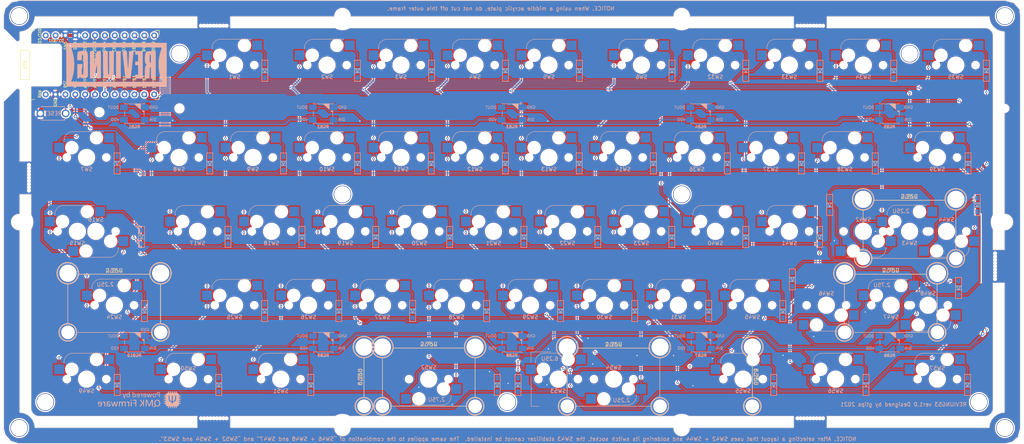
<source format=kicad_pcb>
(kicad_pcb (version 20221018) (generator pcbnew)
  (title_block (title "REVIUNG53") (date "2021-11-11") (rev "1"))
  (layers (0 "F.Cu" signal) (31 "B.Cu" signal) (34 "B.Paste" user) (35 "F.Paste" user) (36 "B.SilkS" user "B.Silkscreen") (37 "F.SilkS" user "F.Silkscreen") (38 "B.Mask" user) (39 "F.Mask" user) (44 "Edge.Cuts" user))
  (net 0 "")
  (net 1 "row0")
  (net 2 "Net-(D1-Pad2)")
  (net 3 "Net-(D2-Pad2)")
  (net 4 "Net-(D3-Pad2)")
  (net 5 "Net-(D4-Pad2)")
  (net 6 "Net-(D5-Pad2)")
  (net 7 "Net-(D6-Pad2)")
  (net 8 "row1")
  (net 9 "Net-(D7-Pad2)")
  (net 10 "Net-(D8-Pad2)")
  (net 11 "Net-(D9-Pad2)")
  (net 12 "Net-(D10-Pad2)")
  (net 13 "Net-(D11-Pad2)")
  (net 14 "Net-(D12-Pad2)")
  (net 15 "Net-(D13-Pad2)")
  (net 16 "Net-(D14-Pad2)")
  (net 17 "row2")
  (net 18 "Net-(D15-Pad2)")
  (net 19 "Net-(D16-Pad2)")
  (net 20 "Net-(D17-Pad2)")
  (net 21 "Net-(D18-Pad2)")
  (net 22 "Net-(D19-Pad2)")
  (net 23 "Net-(D20-Pad2)")
  (net 24 "Net-(D21-Pad2)")
  (net 25 "Net-(D22-Pad2)")
  (net 26 "row3")
  (net 27 "Net-(D23-Pad2)")
  (net 28 "Net-(D24-Pad2)")
  (net 29 "Net-(D25-Pad2)")
  (net 30 "Net-(D26-Pad2)")
  (net 31 "Net-(D27-Pad2)")
  (net 32 "Net-(D28-Pad2)")
  (net 33 "Net-(D29-Pad2)")
  (net 34 "Net-(D30-Pad2)")
  (net 35 "Net-(D31-Pad2)")
  (net 36 "row4")
  (net 37 "Net-(D32-Pad2)")
  (net 38 "Net-(D33-Pad2)")
  (net 39 "Net-(D34-Pad2)")
  (net 40 "Net-(D35-Pad2)")
  (net 41 "Net-(D36-Pad2)")
  (net 42 "Net-(D37-Pad2)")
  (net 43 "Net-(D38-Pad2)")
  (net 44 "row5")
  (net 45 "Net-(D39-Pad2)")
  (net 46 "Net-(D40-Pad2)")
  (net 47 "Net-(D41-Pad2)")
  (net 48 "Net-(D42-Pad2)")
  (net 49 "Net-(D43-Pad2)")
  (net 50 "Net-(D44-Pad2)")
  (net 51 "Net-(D45-Pad2)")
  (net 52 "Net-(D46-Pad2)")
  (net 53 "row6")
  (net 54 "Net-(D47-Pad2)")
  (net 55 "Net-(D48-Pad2)")
  (net 56 "Net-(D49-Pad2)")
  (net 57 "Net-(D50-Pad2)")
  (net 58 "Net-(D51-Pad2)")
  (net 59 "Net-(D52-Pad2)")
  (net 60 "Net-(D53-Pad2)")
  (net 61 "reset")
  (net 62 "GND")
  (net 63 "col7")
  (net 64 "VCC")
  (net 65 "Net-(RGB1-Pad2)")
  (net 66 "LED")
  (net 67 "Net-(RGB2-Pad2)")
  (net 68 "Net-(RGB3-Pad2)")
  (net 69 "Net-(RGB4-Pad2)")
  (net 70 "Net-(RGB5-Pad2)")
  (net 71 "Net-(RGB6-Pad2)")
  (net 72 "Net-(RGB7-Pad2)")
  (net 73 "Net-(RGB8-Pad2)")
  (net 74 "Net-(RGB10-Pad4)")
  (net 75 "Net-(RGB10-Pad2)")
  (net 76 "col2")
  (net 77 "col3")
  (net 78 "col4")
  (net 79 "col5")
  (net 80 "col6")
  (net 81 "col0")
  (net 82 "col1")
  (net 83 "Net-(U1-Pad24)")
  (net 84 "Net-(U1-Pad2)")
  (net 85 "Net-(U1-Pad5)")
  (footprint "_reviung-kbd:MXOnly-1U-Hotswap" (layer "F.Cu") (at 82.35 39.55)
    (fp_text reference "SW1")
    (fp_text value "1")
  )
  (footprint "_reviung-kbd:MXOnly-1U-Hotswap" (layer "F.Cu") (at 106.1625 39.55)
    (fp_text reference "SW2")
    (fp_text value "2")
  )
  (footprint "_reviung-kbd:MXOnly-1U-Hotswap" (layer "F.Cu") (at 125.2125 39.55)
    (fp_text reference "SW3")
    (fp_text value "3")
  )
  (footprint "_reviung-kbd:MXOnly-1U-Hotswap" (layer "F.Cu") (at 144.2625 39.55)
    (fp_text reference "SW4")
    (fp_text value "4")
  )
  (footprint "_reviung-kbd:MXOnly-1U-Hotswap" (layer "F.Cu") (at 163.3125 39.55)
    (fp_text reference "SW5")
    (fp_text value "5")
  )
  (footprint "_reviung-kbd:MXOnly-1U-Hotswap" (layer "F.Cu") (at 187.125 39.55)
    (fp_text reference "SW6")
    (fp_text value "6")
  )
  (footprint "_reviung-kbd:MXOnly-1.5U-Hotswap" (layer "F.Cu") (at 44.25 63.3625)
    (fp_text reference "SW7")
    (fp_text value "1.5U")
  )
  (footprint "_reviung-kbd:MXOnly-1U-Hotswap" (layer "F.Cu") (at 68.0625 63.3625)
    (fp_text reference "SW8")
    (fp_text value "Q")
  )
  (footprint "_reviung-kbd:MXOnly-1U-Hotswap" (layer "F.Cu") (at 87.1125 63.3625)
    (fp_text reference "SW9")
    (fp_text value "W")
  )
  (footprint "_reviung-kbd:MXOnly-1U-Hotswap" (layer "F.Cu") (at 106.1625 63.3625)
    (fp_text reference "SW10")
    (fp_text value "E")
  )
  (footprint "_reviung-kbd:MXOnly-1U-Hotswap" (layer "F.Cu") (at 125.2125 63.3625)
    (fp_text reference "SW11")
    (fp_text value "R")
  )
  (footprint "_reviung-kbd:MXOnly-1U-Hotswap" (layer "F.Cu") (at 144.2625 63.3625)
    (fp_text reference "SW12")
    (fp_text value "T")
  )
  (footprint "_reviung-kbd:MXOnly-1U-Hotswap" (layer "F.Cu") (at 163.3125 63.3625)
    (fp_text reference "SW13")
    (fp_text value "Y")
  )
  (footprint "_reviung-kbd:MXOnly-1U-Hotswap" (layer "F.Cu") (at 182.3625 63.3625)
    (fp_text reference "SW14")
    (fp_text value "U")
  )
  (footprint "_reviung-kbd:MXOnly-1.75U-Hotswap" (layer "F.Cu") (at 46.63125 82.4125 180)
    (fp_text reference "SW16")
    (fp_text value "1.75U")
  )
  (footprint "_reviung-kbd:MXOnly-1U-Hotswap" (layer "F.Cu") (at 72.825 82.4125)
    (fp_text reference "SW17")
    (fp_text value "A")
  )
  (footprint "_reviung-kbd:MXOnly-1U-Hotswap" (layer "F.Cu") (at 91.875 82.4125)
    (fp_text reference "SW18")
    (fp_text value "S")
  )
  (footprint "_reviung-kbd:MXOnly-1U-Hotswap" (layer "F.Cu") (at 110.925 82.4125)
    (fp_text reference "SW19")
    (fp_text value "D")
  )
  (footprint "_reviung-kbd:MXOnly-1U-Hotswap" (layer "F.Cu") (at 129.975 82.4125)
    (fp_text reference "SW20")
    (fp_text value "F")
  )
  (footprint "_reviung-kbd:MXOnly-1U-Hotswap" (layer "F.Cu") (at 149.025 82.4125)
    (fp_text reference "SW21")
    (fp_text value "G")
  )
  (footprint "_reviung-kbd:MXOnly-1U-Hotswap" (layer "F.Cu") (at 168.075 82.4125)
    (fp_text reference "SW22")
    (fp_text value "H")
  )
  (footprint "_reviung-kbd:MXOnly-1U-Hotswap" (layer "F.Cu") (at 187.125 82.4125)
    (fp_text reference "SW23")
    (fp_text value "J")
  )
  (footprint "_reviung-kbd:MXOnly-2.25U-Hotswap-ReversedStabilizers" (layer "F.Cu") (at 51.39375 101.4625)
    (fp_text reference "SW24")
    (fp_text value "2.25U" hide)
  )
  (footprint "_reviung-kbd:MXOnly-1U-Hotswap" (layer "F.Cu") (at 82.35 101.4625)
    (fp_text reference "SW25")
    (fp_text value "Z")
  )
  (footprint "_reviung-kbd:MXOnly-1U-Hotswap" (layer "F.Cu") (at 101.4 101.4625)
    (fp_text reference "SW26")
    (fp_text value "X")
  )
  (footprint "_reviung-kbd:MXOnly-1U-Hotswap" (layer "F.Cu") (at 120.45 101.4625)
    (fp_text reference "SW27")
    (fp_text value "C")
  )
  (footprint "_reviung-kbd:MXOnly-1U-Hotswap" (layer "F.Cu") (at 139.5 101.4625)
    (fp_text reference "SW28")
    (fp_text value "V")
  )
  (footprint "_reviung-kbd:MXOnly-1U-Hotswap" (layer "F.Cu") (at 158.55 101.4625)
    (fp_text reference "SW29")
    (fp_text value "B")
  )
  (footprint "_reviung-kbd:MXOnly-1U-Hotswap" (layer "F.Cu") (at 177.6 101.4625)
    (fp_text reference "SW30")
    (fp_text value "N")
  )
  (footprint "_reviung-kbd:MXOnly-1U-Hotswap" (layer "F.Cu") (at 196.65 101.4625)
    (fp_text reference "SW31")
    (fp_text value "M")
  )
  (footprint "_reviung-kbd:MXOnly-1U-Hotswap" (layer "F.Cu") (at 206.175 39.55)
    (fp_text reference "SW32")
    (fp_text value "7")
  )
  (footprint "_reviung-kbd:MXOnly-1U-Hotswap" (layer "F.Cu") (at 225.225 39.55)
    (fp_text reference "SW33")
    (fp_text value "8")
  )
  (footprint "_reviung-kbd:MXOnly-1U-Hotswap" (layer "F.Cu") (at 244.275 39.55)
    (fp_text reference "SW34")
    (fp_text value "9")
  )
  (footprint "_reviung-kbd:MXOnly-1U-Hotswap" (layer "F.Cu") (at 268.0875 39.55)
    (fp_text reference "SW35")
    (fp_text value "0")
  )
  (footprint "_reviung-kbd:MXOnly-1U-Hotswap" (layer "F.Cu") (at 201.4125 63.3625)
    (fp_text reference "SW36")
    (fp_text value "I")
  )
  (footprint "_reviung-kbd:MXOnly-1U-Hotswap" (layer "F.Cu") (at 220.4625 63.3625)
    (fp_text reference "SW37")
    (fp_text value "0")
  )
  (footprint "_reviung-kbd:MXOnly-1U-Hotswap" (layer "F.Cu") (at 239.5125 63.3625)
    (fp_text reference "SW38")
    (fp_text value "P")
  )
  (footprint "_reviung-kbd:MXOnly-1.5U-Hotswap" (layer "F.Cu") (at 263.325 63.3625)
    (fp_text reference "SW39")
    (fp_text value "1.5U")
  )
  (footprint "_reviung-kbd:MXOnly-1U-Hotswap" (layer "F.Cu") (at 206.175 82.4125)
    (fp_text reference "SW40")
    (fp_text value "K")
  )
  (footprint "_reviung-kbd:MXOnly-1U-Hotswap" (layer "F.Cu") (at 225.225 82.4125)
    (fp_text reference "SW41")
    (fp_text value "L")
  )
  (footprint "_reviung-kbd:MXOnly-1U-Hotswap" (layer "F.Cu") (at 244.275 82.4125 180)
    (fp_text reference "SW42")
    (fp_text value "1U")
  )
  (footprint "_reviung-kbd:MXOnly-2.25U-Hotswap-ReversedStabilizers" (layer "F.Cu") (at 256.18125 82.4125)
    (fp_text reference "SW43")
    (fp_text value "2.25U" hide)
  )
  (footprint "_reviung-kbd:MXOnly-1.25U-Hotswap" (layer "F.Cu") (at 265.70625 82.4125 180)
    (fp_text reference "SW44")
    (fp_text value "1.25U")
  )
  (footprint "_reviung-kbd:MXOnly-6.25U-Hotswap-ReversedStabilizers" (layer "F.Cu") (at 165.69375 120.5125)
    (fp_text reference "SW53")
    (fp_text value "6.25U" hide)
  )
  (footprint "_reviung-kbd:MXOnly-2.25U-Hotswap" (layer "F.Cu") (at 179.98125 120.5125 180)
    (fp_text reference "SW54")
    (fp_text value "2.25U" hide)
  )
  (footprint "_reviung-kbd:ProMicro" (layer "F.Cu") (at 48.19 39.51 90)
    (fp_text reference "U1" hide)
    (fp_text value "ProMicro" hide)
  )
  (footprint "_reviung-kbd:MXOnly-2.75U-Hotswap" (layer "F.Cu") (at 132.35625 120.5125 180)
    (fp_text reference "SW52")
    (fp_text value "2.75U" hide)
  )
  (footprint "_reviung-kbd:MXOnly-1U-Hotswap" (layer "F.Cu") (at 215.7 101.4625)
    (fp_text reference "SW45")
    (fp_text value "<")
  )
  (footprint "_reviung-kbd:MXOnly-1U-Hotswap" (layer "F.Cu") (at 234.75 101.4625 180)
    (fp_text reference "SW46")
    (fp_text value "1U")
  )
  (footprint "_reviung-kbd:MXOnly-1.75U-Hotswap" (layer "F.Cu") (at 260.94375 101.4625 180)
    (fp_text reference "SW48")
    (fp_text value "1.75U")
  )
  (footprint "_reviung-kbd:MXOnly-1.5U-Hotswap" (layer "F.Cu") (at 44.25 120.5125)
    (fp_text reference "SW49")
    (fp_text value "1.5U")
  )
  (footprint "_reviung-kbd:MXOnly-1.25U-Hotswap" (layer "F.Cu") (at 70.44375 120.5125)
    (fp_text reference "SW50")
    (fp_text value "1.25U")
  )
  (footprint "_reviung-kbd:MXOnly-1.25U-Hotswap" (layer "F.Cu") (at 94.25625 120.5125)
    (fp_text reference "SW51")
    (fp_text value "1.25U")
  )
  (footprint "_reviung-kbd:MXOnly-1.25U-Hotswap" (layer "F.Cu") (at 213.31875 120.5125)
    (fp_text reference "SW55")
    (fp_text value "1.25U")
  )
  (footprint "_reviung-kbd:MXOnly-1.25U-Hotswap" (layer "F.Cu") (at 237.13125 120.5125)
    (fp_text reference "SW56")
    (fp_text value "1.25U")
  )
  (footprint "_reviung-kbd:MXOnly-1.5U-Hotswap" (layer "F.Cu") (at 263.325 120.5125)
    (fp_text reference "SW57")
    (fp_text value "1.5U")
  )
  (footprint "_reviung-kbd:HOLE_2.2mm" (layer "F.Cu") (at 68.16 50.72)
    (fp_text reference "Ref**" hide)
    (fp_text value "Val**" hide)
  )
  (footprint "_reviung-kbd:HOLE_4.2mm" (layer "F.Cu") (at 26.88 26.92)
    (fp_text reference "REF**")
    (fp_text value "HOLE_4.2mm")
  )
  (footprint "_reviung-kbd:HOLE_4.2mm" (layer "F.Cu") (at 26.88 133.12)
    (fp_text reference "REF**")
    (fp_text value "HOLE_4.2mm")
  )
  (footprint "_reviung-kbd:HOLE_4.2mm" (layer "F.Cu") (at 280.73 133.12)
    (fp_text reference "REF**")
    (fp_text value "HOLE_4.2mm")
  )
  (footprint "_reviung-kbd:HOLE_4.2mm" (layer "F.Cu") (at 280.72 26.92)
    (fp_text reference "REF**")
    (fp_text value "HOLE_4.2mm")
  )
  (footprint "_reviung-kbd:Stamp_Holes_7.5mm" (layer "F.Cu") (at 77 29.4)
    (fp_text reference "breakaway")
    (fp_text value "Stamp_Holes_7.5mm" hide)
  )
  (footprint "_reviung-kbd:Stamp_Holes_7.5mm" (layer "F.Cu") (at 230.6 29.4)
    (fp_text reference "breakaway")
    (fp_text value "Stamp_Holes_7.5mm" hide)
  )
  (footprint "_reviung-kbd:Stamp_Holes_7.5mm" (layer "F.Cu") (at 230.6 130.6)
    (fp_text reference "breakaway")
    (fp_text value "Stamp_Holes_7.5mm" hide)
  )
  (footprint "_reviung-kbd:Stamp_Holes_7.5mm" (layer "F.Cu") (at 77 130.6)
    (fp_text reference "breakaway")
    (fp_text value "Stamp_Holes_7.5mm" hide)
  )
  (footprint "_reviung-kbd:Stamp_Holes_7.5mm" (layer "F.Cu") (at 29.4 68.6 90)
    (fp_text reference "breakaway")
    (fp_text value "Stamp_Holes_7.5mm" hide)
  )
  (footprint "_reviung-kbd:Stamp_Holes_7.5mm" (layer "F.Cu") (at 278.2 91.4 -90)
    (fp_text reference "breakaway")
    (fp_text value "Stamp_Holes_7.5mm" hide)
  )
  (footprint "_reviung-kbd:MXOnly-2.75U-Hotswap-ReversedStabilizers" (layer "F.Cu") (at 251.41875 101.4625)
    (fp_text reference "SW47")
    (fp_text value "2.75U" hide)
  )
  (footprint "_reviung-kbd:HOLE_4.2mm" (layer "F.Cu") (at 197.5 72.87)
    (fp_text reference "REF**")
    (fp_text value "HOLE_4.2mm")
  )
  (footprint "_reviung-kbd:HOLE_4.2mm" (layer "F.Cu") (at 152.59 126.42)
    (fp_text reference "REF**")
    (fp_text value "HOLE_4.2mm")
  )
  (footprint "_reviung-kbd:HOLE_2.2mm" (layer "F.Cu") (at 47.54 51.69)
    (fp_text reference "Ref**" hide)
    (fp_text value "Val**" hide)
  )
  (footprint "_reviung-kbd:HOLE_4.2mm" (layer "F.Cu") (at 68.18 36.6)
    (fp_text reference "REF**")
    (fp_text value "HOLE_4.2mm")
  )
  (footprint "_reviung-kbd:HOLE_4.2mm" (layer "F.Cu") (at 256.2 36.6)
    (fp_text reference "REF**")
    (fp_text value "HOLE_4.2mm")
  )
  (footprint "_reviung-kbd:HOLE_4.2mm" (layer "F.Cu") (at 274.03 126.42)
    (fp_text reference "REF**")
    (fp_text value "HOLE_4.2mm")
  )
  (footprint "_reviung-kbd:HOLE_4.2mm" (layer "F.Cu") (at 33.59 126.42)
    (fp_text reference "REF**")
    (fp_text value "HOLE_4.2mm")
  )
  (footprint "_reviung-kbd:HOLE_4.2mm" (layer "F.Cu") (at 110.13 72.88)
    (fp_text reference "REF**")
    (fp_text value "HOLE_4.2mm")
  )
  (footprint "_reviung-kbd:MXOnly-1.25U-Hotswap" (layer "F.Cu") (at 41.86875 82.4125)
    (fp_text reference "SW15")
    (fp_text value "1.25U")
  )
  (footprint "_reviung-kbd:D3_SMD_1side" (layer "B.Cu") (at 90.15 41 90)
    (fp_text reference "D1" hide)
    (fp_text value "1N4148W" hide)
  )
  (footprint "_reviung-kbd:D3_SMD_1side" (layer "B.Cu") (at 114 41 90)
    (fp_text reference "D2" hide)
    (fp_text value "1N4148W" hide)
  )
  (footprint "_reviung-kbd:D3_SMD_1side" (layer "B.Cu") (at 133.1 41 90)
    (fp_text reference "D3" hide)
    (fp_text value "1N4148W" hide)
  )
  (footprint "_reviung-kbd:D3_SMD_1side" (layer "B.Cu") (at 152.1 41 90)
    (fp_text reference "D4" hide)
    (fp_text value "1N4148W" hide)
  )
  (footprint "_reviung-kbd:D3_SMD_1side" (layer "B.Cu") (at 171.15 41 90)
    (fp_text reference "D5" hide)
    (fp_text value "1N4148W" hide)
  )
  (footprint "_reviung-kbd:D3_SMD_1side" (layer "B.Cu") (at 195 41 90)
    (fp_text reference "D6" hide)
    (fp_text value "1N4148W" hide)
  )
  (footprint "_reviung-kbd:D3_SMD_1side" (layer "B.Cu") (at 52.1 64.9 90)
    (fp_text reference "D7" hide)
    (fp_text value "1N4148W" hide)
  )
  (footprint "_reviung-kbd:D3_SMD_1side" (layer "B.Cu") (at 75.95 64.9 90)
    (fp_text reference "D8" hide)
    (fp_text value "1N4148W" hide)
  )
  (footprint "_reviung-kbd:D3_SMD_1side" (layer "B.Cu") (at 94.95 64.9 90)
    (fp_text reference "D9" hide)
    (fp_text value "1N4148W" hide)
  )
  (footprint "_reviung-kbd:D3_SMD_1side" (layer "B.Cu") (at 114 64.9 90)
    (fp_text reference "D10" hide)
    (fp_text value "1N4148W" hide)
  )
  (footprint "_reviung-kbd:D3_SMD_1side" (layer "B.Cu") (at 133 64.9 90)
    (fp_text reference "D11" hide)
    (fp_text value "1N4148W" hide)
  )
  (footprint "_reviung-kbd:D3_SMD_1side" (layer "B.Cu") (at 152.1 64.9 90)
    (fp_text reference "D12" hide)
    (fp_text value "1N4148W" hide)
  )
  (footprint "_reviung-kbd:D3_SMD_1side" (layer "B.Cu") (at 171.1 64.9 90)
    (fp_text reference "D13" hide)
    (fp_text value "1N4148W" hide)
  )
  (footprint "_reviung-kbd:D3_SMD_1side" (layer "B.Cu") (at 190.2 64.9 90)
    (fp_text reference "D14" hide)
    (fp_text value "1N4148W" hide)
  )
  (footprint "_reviung-kbd:D3_SMD_1side" (layer "B.Cu") (at 80.65 83.85 90)
    (fp_text reference "D15" hide)
    (fp_text value "1N4148W" hide)
  )
  (footprint "_reviung-kbd:D3_SMD_1side" (layer "B.Cu") (at 99.7 83.85 90)
    (fp_text reference "D16" hide)
    (fp_text value "1N4148W" hide)
  )
  (footprint "_reviung-kbd:D3_SMD_1side" (layer "B.Cu") (at 118.7 83.85 90)
    (fp_text reference "D17" hide)
    (fp_text value "1N4148W" hide)
  )
  (footprint "_reviung-kbd:D3_SMD_1side" (layer "B.Cu") (at 137.75 83.85 90)
    (fp_text reference "D18" hide)
    (fp_text value "1N4148W" hide)
  )
  (footprint "_reviung-kbd:D3_SMD_1side" (layer "B.Cu") (at 156.85 83.85 90)
    (fp_text reference "D19" hide)
    (fp_text value "1N4148W" hide)
  )
  (footprint "_reviung-kbd:D3_SMD_1side" (layer "B.Cu") (at 175.9 83.85 90)
    (fp_text reference "D20" hide)
    (fp_text value "1N4148W" hide)
  )
  (footprint "_reviung-kbd:D3_SMD_1side" (layer "B.Cu") (at 194.95 83.85 90)
    (fp_text reference "D21" hide)
    (fp_text value "1N4148W" hide)
  )
  (footprint "_reviung-kbd:D3_SMD_1side" (layer "B.Cu") (at 58.38 83.85 90)
    (fp_text reference "D22" hide)
    (fp_text value "1N4148W" hide)
  )
  (footprint "_reviung-kbd:D3_SMD_1side" (layer "B.Cu") (at 59.15 102.95 90)
    (fp_text reference "D23" hide)
    (fp_text value "1N4148W" hide)
  )
  (footprint "_reviung-kbd:D3_SMD_1side" (layer "B.Cu") (at 90.1 102.95 90)
    (fp_text reference "D24" hide)
    (fp_text value "1N4148W" hide)
  )
  (footprint "_reviung-kbd:D3_SMD_1side" (layer "B.Cu") (at 109.2 102.95 90)
    (fp_text reference "D25" hide)
    (fp_text value "1N4148W" hide)
  )
  (footprint "_reviung-kbd:D3_SMD_1side" (layer "B.Cu") (at 128.2 102.95 90)
    (fp_text reference "D26" hide)
    (fp_text value "1N4148W" hide)
  )
  (footprint "_reviung-kbd:D3_SMD_1side" (layer "B.Cu") (at 147.25 102.95 90)
    (fp_text reference "D27" hide)
    (fp_text value "1N4148W" hide)
  )
  (footprint "_reviung-kbd:D3_SMD_1side" (layer "B.Cu") (at 166.3 102.95 90)
    (fp_text reference "D28" hide)
    (fp_text value "1N4148W" hide)
  )
  (footprint "_reviung-kbd:D3_SMD_1side" (layer "B.Cu") (at 185.4 102.95 90)
    (fp_text reference "D29" hide)
    (fp_text value "1N4148W" hide)
  )
  (footprint "_reviung-kbd:D3_SMD_1side" (layer "B.Cu") (at 204.45 102.95 90)
    (fp_text reference "D30" hide)
    (fp_text value "1N4148W" hide)
  )
  (footprint "_reviung-kbd:D3_SMD_1side" (layer "B.Cu") (at 214 41 90)
    (fp_text reference "D31" hide)
    (fp_text value "1N4148W" hide)
  )
  (footprint "_reviung-kbd:D3_SMD_1side" (layer "B.Cu") (at 233.1 41 90)
    (fp_text reference "D32" hide)
    (fp_text value "1N4148W" hide)
  )
  (footprint "_reviung-kbd:D3_SMD_1side" (layer "B.Cu") (at 252.1 41 90)
    (fp_text reference "D33" hide)
    (fp_text value "1N4148W" hide)
  )
  (footprint "_reviung-kbd:D3_SMD_1side" (layer "B.Cu") (at 275.95 41 90)
    (fp_text reference "D34" hide)
    (fp_text value "1N4148W" hide)
  )
  (footprint "_reviung-kbd:D3_SMD_1side" (layer "B.Cu") (at 209.25 64.9 90)
    (fp_text reference "D35" hide)
    (fp_text value "1N4148W" hide)
  )
  (footprint "_reviung-kbd:D3_SMD_1side" (layer "B.Cu") (at 228.35 64.9 90)
    (fp_text reference "D36" hide)
    (fp_text value "1N4148W" hide)
  )
  (footprint "_reviung-kbd:D3_SMD_1side" (layer "B.Cu") (at 247.35 64.9 90)
    (fp_text reference "D37" hide)
    (fp_text value "1N4148W" hide)
  )
  (footprint "_reviung-kbd:D3_SMD_1side" (layer "B.Cu") (at 271.25 64.9 90)
    (fp_text reference "D38" hide)
    (fp_text value "1N4148W" hide)
  )
  (footprint "_reviung-kbd:D3_SMD_1side" (layer "B.Cu") (at 214 83.85 90)
    (fp_text reference "D39" hide)
    (fp_text value "1N4148W" hide)
  )
  (footprint "_reviung-kbd:D3_SMD_1side" (layer "B.Cu") (at 233 83.85 90)
    (fp_text reference "D40" hide)
    (fp_text value "1N4148W" hide)
  )
  (footprint "_reviung-kbd:D3_SMD_1side" (layer "B.Cu") (at 273.6 75.6 90)
    (fp_text reference "D41" hide)
    (fp_text value "1N4148W" hide)
  )
  (footprint "_reviung-kbd:D3_SMD_1side" (layer "B.Cu") (at 223.55 102.95 90)
    (fp_text reference "D42" hide)
    (fp_text value "1N4148W" hide)
  )
  (footprint "_reviung-kbd:D3_SMD_1side" (layer "B.Cu") (at 268.8 97 90)
    (fp_text reference "D43" hide)
    (fp_text value "1N4148W" hide)
  )
  (footprint "_reviung-kbd:D3_SMD_1side" (layer "B.Cu") (at 235.6 75.6 90)
    (fp_text reference "D44" hide)
    (fp_text value "1N4148W" hide)
  )
  (footprint "_reviung-kbd:D3_SMD_1side" (layer "B.Cu") (at 226 94.8 90)
    (fp_text reference "D45" hide)
    (fp_text value "1N4148W" hide)
  )
  (footprint "_reviung-kbd:D3_SMD_1side" (layer "B.Cu") (at 52.13 122 90)
    (fp_text reference "D46" hide)
    (fp_text value "1N4148W" hide)
  )
  (footprint "_reviung-kbd:D3_SMD_1side" (layer "B.Cu") (at 78.29 122 90)
    (fp_text reference "D47" hide)
    (fp_text value "1N4148W" hide)
  )
  (footprint "_reviung-kbd:D3_SMD_1side" (layer "B.Cu") (at 102 122 90)
    (fp_text reference "D48" hide)
    (fp_text value "1N4148W" hide)
  )
  (footprint "_reviung-kbd:D3_SMD_1side" (layer "B.Cu") (at 150 122 90)
    (fp_text reference "D49" hide)
    (fp_text value "1N4148W" hide)
  )
  (footprint "_reviung-kbd:D3_SMD_1side" (layer "B.Cu") (at 221.2 122 90)
    (fp_text reference "D50" hide)
    (fp_text value "1N4148W" hide)
  )
  (footprint "_reviung-kbd:D3_SMD_1side" (layer "B.Cu") (at 244.95 122 90)
    (fp_text reference "D51" hide)
    (fp_text value "1N4148W" hide)
  )
  (footprint "_reviung-kbd:D3_SMD_1side" (layer "B.Cu") (at 271.1 122 90)
    (fp_text reference "D52" hide)
    (fp_text value "1N4148W" hide)
  )
  (footprint "_reviung-kbd:D3_SMD_1side" (layer "B.Cu") (at 155.35 122 90)
    (fp_text reference "D53" hide)
    (fp_text value "1N4148W" hide)
  )
  (footprint "_reviung-kbd:ResetSW_1side" (layer "B.Cu") (at 35.6 52)
    (fp_text reference "RESET1" hide)
    (fp_text value "SW_PUSH")
  )
  (footprint "_reviung-kbd:LED_WS2812B_PLCC4_5.0x5.0mm_P3.2mm_BigFoot" (layer "B.Cu") (at 56.55 52.05)
    (fp_text reference "RGB1")
    (fp_text value "WS2812B")
  )
  (footprint "_reviung-kbd:LED_WS2812B_PLCC4_5.0x5.0mm_P3.2mm_BigFoot" (layer "B.Cu") (at 105.15 52.05)
    (fp_text reference "RGB2")
    (fp_text value "WS2812B")
  )
  (footprint "_reviung-kbd:LED_WS2812B_PLCC4_5.0x5.0mm_P3.2mm_BigFoot" (layer "B.Cu") (at 153.8 52.05)
    (fp_text reference "RGB3")
    (fp_text value "WS2812B")
  )
  (footprint "_reviung-kbd:LED_WS2812B_PLCC4_5.0x5.0mm_P3.2mm_BigFoot" (layer "B.Cu") (at 202.4 52.05)
    (fp_text reference "RGB4")
    (fp_text value "WS2812B")
  )
  (footprint "_reviung-kbd:LED_WS2812B_PLCC4_5.0x5.0mm_P3.2mm_BigFoot" (layer "B.Cu") (at 251 52.05)
    (fp_text reference "RGB5")
    (fp_text value "WS2812B")
  )
  (footprint "_reviung-kbd:LED_WS2812B_PLCC4_5.0x5.0mm_P3.2mm_BigFoot" (layer "B.Cu") (at 251.05 111)
    (fp_text reference "RGB6")
    (fp_text value "WS2812B")
  )
  (footprint "_reviung-kbd:LED_WS2812B_PLCC4_5.0x5.0mm_P3.2mm_BigFoot" (layer "B.Cu") (at 202.45 111)
    (fp_text reference "RGB7")
    (fp_text value "WS2812B")
  )
  (footprint "_reviung-kbd:LED_WS2812B_PLCC4_5.0x5.0mm_P3.2mm_BigFoot" (layer "B.Cu") (at 153.8 111)
    (fp_text reference "RGB8")
    (fp_text value "WS2812B")
  )
  (footprint "_reviung-kbd:LED_WS2812B_PLCC4_5.0x5.0mm_P3.2mm_BigFoot" (layer "B.Cu") (at 105.2 111)
    (fp_text reference "RGB9")
    (fp_text value "WS2812B")
  )
  (footprint "_reviung-kbd:LED_WS2812B_PLCC4_5.0x5.0mm_P3.2mm_BigFoot" (layer "B.Cu") (at 56.55 111)
    (fp_text reference "RGB10")
    (fp_text value "WS2812B")
  )
  (footprint "_reviung-kbd:reviung-logo" (layer "B.Cu") (at 51.91 39.37 180)
    (fp_text reference "G***" hide)
    (fp_text value "LOGO" hide)
  )
  (footprint "_reviung-kbd:QMK-x4-ver1" (layer "B.Cu") (at 57.82 125.8 180)
    (fp_text reference "G***" hide)
    (fp_text value "LOGO" hide)
  )
  (gr_circle (center 120.412 112.225) (end 117.662 112.225) (stroke (width 0.25)) (fill none) (layer "B.SilkS"))
  (gr_line (start 144.288 114.975) (end 144.288 125.215) (stroke (width 0.12)) (layer "B.SilkS"))
  (gr_line (start 142.038 127.465) (end 122.7 127.48) (stroke (width 0.12)) (layer "B.SilkS"))
  (gr_circle (center 144.288 127.465) (end 142.038 127.465) (stroke (width 0.25)) (fill none) (layer "B.SilkS"))
  (gr_line (start 120.412 125.215) (end 120.412 114.975) (stroke (width 0.12)) (layer "B.SilkS"))
  (gr_line (start 141.53 112.47) (end 123.3 112.48) (stroke (width 0.12)) (layer "B.SilkS"))
  (gr_circle (center 144.288 112.225) (end 141.538 112.225) (stroke (width 0.25)) (fill none) (layer "B.SilkS"))
  (gr_circle (center 120.412 127.465) (end 118.162 127.465) (stroke (width 0.25)) (fill none) (layer "B.SilkS"))
  (gr_line (start 265.848 89.395) (end 246.51 89.41) (stroke (width 0.12)) (layer "B.SilkS"))
  (gr_circle (center 244.222 74.155) (end 241.472 74.155) (stroke (width 0.25)) (fill none) (layer "B.SilkS"))
  (gr_circle (center 268.098 74.155) (end 265.348 74.155) (stroke (width 0.25)) (fill none) (layer "B.SilkS"))
  (gr_circle (center 244.222 89.395) (end 241.972 89.395) (stroke (width 0.25)) (fill none) (layer "B.SilkS"))
  (gr_line (start 244.222 87.145) (end 244.222 76.905) (stroke (width 0.12)) (layer "B.SilkS"))
  (gr_line (start 268.098 76.905) (end 268.098 87.145) (stroke (width 0.12)) (layer "B.SilkS"))
  (gr_line (start 265.3 74.4) (end 247.11 74.41) (stroke (width 0.12)) (layer "B.SilkS"))
  (gr_circle (center 268.098 89.395) (end 265.848 89.395) (stroke (width 0.25)) (fill none) (layer "B.SilkS"))
  (gr_line (start 60.56 93.46) (end 42.32 93.47) (stroke (width 0.12)) (layer "B.SilkS"))
  (gr_line (start 39.372 106.235) (end 39.372 95.995) (stroke (width 0.12)) (layer "B.SilkS"))
  (gr_line (start 115.628 115.005) (end 115.628 125.245) (stroke (width 0.12)) (layer "B.SilkS"))
  (gr_circle (center 115.628 127.495) (end 113.378 127.495) (stroke (width 0.25)) (fill none) (layer "B.SilkS"))
  (gr_circle (center 115.628 112.255) (end 112.878 112.255) (stroke (width 0.25)) (fill none) (layer "B.SilkS"))
  (gr_line (start 215.728 114.985) (end 215.728 125.225) (stroke (width 0.12)) (layer "B.SilkS"))
  (gr_circle (center 215.728 112.235) (end 212.978 112.235) (stroke (width 0.25)) (fill none) (layer "B.SilkS"))
  (gr_circle (center 215.728 127.475) (end 213.478 127.475) (stroke (width 0.25)) (fill none) (layer "B.SilkS"))
  (gr_circle (center 39.432 93.215) (end 36.682 93.215) (stroke (width 0.25)) (fill none) (layer "B.SilkS"))
  (gr_circle (center 191.848 127.495) (end 189.598 127.495) (stroke (width 0.25)) (fill none) (layer "B.SilkS"))
  (gr_line (start 263.288 95.975) (end 263.288 106.215) (stroke (width 0.12)) (layer "B.SilkS"))
  (gr_circle (center 167.972 112.255) (end 165.222 112.255) (stroke (width 0.25)) (fill none) (layer "B.SilkS"))
  (gr_arc (start 61.060031 108.448167) (mid 64.922239 106.866128) (end 63.32 110.72) (stroke (width 0.25)) (layer "B.SilkS"))
  (gr_circle (center 263.288 108.465) (end 261.038 108.465) (stroke (width 0.25)) (fill none) (layer "B.SilkS"))
  (gr_line (start 191.848 115.005) (end 191.848 125.245) (stroke (width 0.12)) (layer "B.SilkS"))
  (gr_line (start 189.08 112.51) (end 170.86 112.51) (stroke (width 0.12)) (layer "B.SilkS"))
  (gr_circle (center 167.972 127.495) (end 165.722 127.495) (stroke (width 0.25)) (fill none) (layer "B.SilkS"))
  (gr_circle (center 63.308 93.215) (end 60.558 93.215) (stroke (width 0.25)) (fill none) (layer "B.SilkS"))
  (gr_circle (center 239.412 93.225) (end 236.662 93.225) (stroke (width 0.25)) (fill none) (layer "B.SilkS"))
  (gr_circle (center 239.412 108.465) (end 237.162 108.465) (stroke (width 0.25)) (fill none) (layer "B.SilkS"))
  (gr_line (start 158.69 113.5) (end 163.8 113.5) (stroke (width 0.12)) (layer "B.SilkS"))
  (gr_line (start 239.412 106.215) (end 239.412 95.975) (stroke (width 0.12)) (layer "B.SilkS"))
  (gr_line (start 61.058 108.455) (end 41.72 108.47) (stroke (width 0.12)) (layer "B.SilkS"))
  (gr_line (start 158.73 119.86) (end 158.73 119.88) (stroke (width 0.12)) (layer "B.SilkS"))
  (gr_circle (center 263.288 93.225) (end 260.538 93.225) (stroke (width 0.25)) (fill none) (layer "B.SilkS"))
  (gr_circle (center 39.432 108.455) (end 37.182 108.455) (stroke (width 0.25)) (fill none) (layer "B.SilkS"))
  (gr_line (start 158.69 116.18) (end 158.69 113.5) (stroke (width 0.12)) (layer "B.SilkS"))
  (gr_line (start 167.972 125.245) (end 167.972 115.005) (stroke (width 0.12)) (layer "B.SilkS"))
  (gr_line (start 261.038 108.465) (end 241.7 108.48) (stroke (width 0.12)) (layer "B.SilkS"))
  (gr_line (start 158.73 127.51) (end 158.73 119.86) (stroke (width 0.12)) (layer "B.SilkS"))
  (gr_line (start 63.308 95.965) (end 63.308 106.205) (stroke (width 0.12)) (layer "B.SilkS"))
  (gr_line (start 189.598 127.495) (end 170.26 127.51) (stroke (width 0.12)) (layer "B.SilkS"))
  (gr_line (start 39.432 106.205) (end 39.432 95.965) (stroke (width 0.12)) (layer "B.SilkS"))
  (gr_line (start 160.71 127.51) (end 158.73 127.51) (stroke (width 0.12)) (layer "B.SilkS"))
  (gr_circle (center 191.848 112.255) (end 189.098 112.255) (stroke (width 0.25)) (fill none) (layer "B.SilkS"))
  (gr_line (start 260.49 93.49) (end 242.3 93.48) (stroke (width 0.12)) (layer "B.SilkS"))
  (gr_circle (center 268.088 74.145) (end 270.838 74.145) (stroke (width 0.25)) (fill none) (layer "F.SilkS"))
  (gr_circle (center 268.088 89.385) (end 270.338 89.385) (stroke (width 0.25)) (fill none) (layer "F.SilkS"))
  (gr_circle (center 244.212 89.385) (end 246.462 89.385) (stroke (width 0.25)) (fill none) (layer "F.SilkS"))
  (gr_line (start 247 74.4) (end 265.28 74.4) (stroke (width 0.12)) (layer "F.SilkS"))
  (gr_line (start 268.088 87.135) (end 268.088 76.895) (stroke (width 0.12)) (layer "F.SilkS"))
  (gr_line (start 244.212 76.895) (end 244.212 87.135) (stroke (width 0.12)) (layer "F.SilkS"))
  (gr_line (start 144.308 125.245) (end 144.308 115.005) (stroke (width 0.12)) (layer "F.SilkS"))
  (gr_line (start 122.682 127.495) (end 142.02 127.51) (stroke (width 0.12)) (layer "F.SilkS"))
  (gr_line (start 120.432 115.005) (end 120.432 125.245) (stroke (width 0.12)) (layer "F.SilkS"))
  (gr_circle (center 144.308 112.255) (end 147.058 112.255) (stroke (width 0.25)) (fill none) (layer "F.SilkS"))
  (gr_circle (center 120.432 112.255) (end 123.182 112.255) (stroke (width 0.25)) (fill none) (layer "F.SilkS"))
  (gr_line (start 123.22 112.51) (end 141.53 112.51) (stroke (width 0.12)) (layer "F.SilkS"))
  (gr_circle (center 144.308 127.495) (end 146.558 127.495) (stroke (width 0.25)) (fill none) (layer "F.SilkS"))
  (gr_circle (center 120.432 127.495) (end 122.682 127.495) (stroke (width 0.25)) (fill none) (layer "F.SilkS"))
  (gr_circle (center 63.268 108.455) (end 65.518 108.455) (stroke (width 0.25)) (fill none) (layer "F.SilkS"))
  (gr_circle (center 39.392 93.215) (end 42.142 93.215) (stroke (width 0.25)) (fill none) (layer "F.SilkS"))
  (gr_line (start 63.268 106.205) (end 63.268 95.965) (stroke (width 0.12)) (layer "F.SilkS"))
  (gr_circle (center 39.392 108.455) (end 41.642 108.455) (stroke (width 0.25)) (fill none) (layer "F.SilkS"))
  (gr_line (start 42.18 93.47) (end 60.56 93.46) (stroke (width 0.12)) (layer "F.SilkS"))
  (gr_line (start 41.642 108.455) (end 60.98 108.47) (stroke (width 0.12)) (layer "F.SilkS"))
  (gr_line (start 39.392 95.965) (end 39.392 106.205) (stroke (width 0.12)) (layer "F.SilkS"))
  (gr_circle (center 63.268 93.215) (end 66.018 93.215) (stroke (width 0.25)) (fill none) (layer "F.SilkS"))
  (gr_circle (center 215.672 112.235) (end 218.422 112.235) (stroke (width 0.25)) (fill none) (layer "F.SilkS"))
  (gr_circle (center 115.682 112.255) (end 118.432 112.255) (stroke (width 0.25)) (fill none) (layer "F.SilkS"))
  (gr_circle (center 263.258 93.215) (end 266.008 93.215) (stroke (width 0.25)) (fill none) (layer "F.SilkS"))
  (gr_line (start 115.682 115.005) (end 115.682 125.245) (stroke (width 0.12)) (layer "F.SilkS"))
  (gr_circle (center 244.212 74.145) (end 246.962 74.145) (stroke (width 0.25)) (fill none) (layer "F.SilkS"))
  (gr_line (start 63.328 106.235) (end 63.328 95.995) (stroke (width 0.12)) (layer "F.SilkS"))
  (gr_circle (center 191.868 127.495) (end 194.118 127.495) (stroke (width 0.25)) (fill none) (layer "F.SilkS"))
  (gr_circle (center 167.992 112.255) (end 170.742 112.255) (stroke (width 0.25)) (fill none) (layer "F.SilkS"))
  (gr_line (start 170.242 127.495) (end 189.58 127.51) (stroke (width 0.12)) (layer "F.SilkS"))
  (gr_circle (center 191.868 112.255) (end 194.618 112.255) (stroke (width 0.25)) (fill none) (layer "F.SilkS"))
  (gr_circle (center 239.382 108.455) (end 241.632 108.455) (stroke (width 0.25)) (fill none) (layer "F.SilkS"))
  (gr_line (start 263.258 106.205) (end 263.258 95.965) (stroke (width 0.12)) (layer "F.SilkS"))
  (gr_line (start 246.462 89.385) (end 265.8 89.4) (stroke (width 0.12)) (layer "F.SilkS"))
  (gr_circle (center 115.682 127.495) (end 117.932 127.495) (stroke (width 0.25)) (fill none) (layer "F.SilkS"))
  (gr_line (start 170.78 112.51) (end 189.1 112.51) (stroke (width 0.12)) (layer "F.SilkS"))
  (gr_line (start 191.868 125.245) (end 191.868 115.005) (stroke (width 0.12)) (layer "F.SilkS"))
  (gr_line (start 215.672 114.985) (end 215.672 125.225) (stroke (width 0.12)) (layer "F.SilkS"))
  (gr_circle (center 263.258 108.455) (end 265.508 108.455) (stroke (width 0.25)) (fill none) (layer "F.SilkS"))
  (gr_circle (center 167.992 127.495) (end 170.242 127.495) (stroke (width 0.25)) (fill none) (layer "F.SilkS"))
  (gr_circle (center 239.382 93.215) (end 242.132 93.215) (stroke (width 0.25)) (fill none) (layer "F.SilkS"))
  (gr_line (start 167.992 115.005) (end 167.992 125.245) (stroke (width 0.12)) (layer "F.SilkS"))
  (gr_line (start 239.382 95.965) (end 239.382 106.205) (stroke (width 0.12)) (layer "F.SilkS"))
  (gr_circle (center 215.672 127.475) (end 217.922 127.475) (stroke (width 0.25)) (fill none) (layer "F.SilkS"))
  (gr_line (start 242.17 93.47) (end 260.45 93.46) (stroke (width 0.12)) (layer "F.SilkS"))
  (gr_line (start 241.632 108.455) (end 260.97 108.47) (stroke (width 0.12)) (layer "F.SilkS"))
  (gr_curve (pts (xy 280.640011 95.660012) (xy 280.640011 95.660012) (xy 280.640011 129.127802) (xy 280.640011 129.127802)) (stroke (width 0.088)) (layer "Edge.Cuts"))
  (gr_curve (pts (xy 31.990008 30.010014) (xy 30.885434 30.010014) (xy 29.99 30.905448) (xy 29.99 32.010022)) (stroke (width 0.088)) (layer "Edge.Cuts"))
  (gr_curve (pts (xy 108.039995 26.91606) (xy 108.039995 25.756247) (xy 108.980205 24.816059) (xy 110.139996 24.816059)) (stroke (width 0.088)) (layer "Edge.Cuts"))
  (gr_curve (pts (xy 110.139975 129.497762) (xy 110.826948 129.497762) (xy 111.467908 129.690257) (xy 112.014666 130.022514)) (stroke (width 0.088)) (layer "Edge.Cuts"))
  (gr_curve (pts (xy 108.253591 30.010014) (xy 108.253591 30.010014) (xy 81.264993 30.010014) (xy 81.264993 30.010014)) (stroke (width 0.088)) (layer "Edge.Cuts"))
  (gr_curve (pts (xy 112.234937 133.022762) (xy 112.236509 133.056136) (xy 112.239997 133.088994) (xy 112.239997 133.122756)) (stroke (width 0.088)) (layer "Edge.Cuts"))
  (gr_curve (pts (xy 199.590006 133.122756) (xy 199.590006 134.282569) (xy 198.649796 135.222757) (xy 197.490005 135.222757)) (stroke (width 0.088)) (layer "Edge.Cuts"))
  (gr_curve (pts (xy 226.365008 27.009767) (xy 226.365008 27.009767) (xy 226.365008 30.010014) (xy 226.365008 30.010014)) (stroke (width 0.088)) (layer "Edge.Cuts"))
  (gr_curve (pts (xy 284.839992 26.809758) (xy 284.839992 24.600623) (xy 283.049134 22.809765) (xy 280.839999 22.809765)) (stroke (width 0.088)) (layer "Edge.Cuts"))
  (gr_curve (pts (xy 234.865006 30.010014) (xy 234.865006 30.010014) (xy 234.865006 27.009767) (xy 234.865006 27.009767)) (stroke (width 0.088)) (layer "Edge.Cuts"))
  (gr_curve (pts (xy 195.394741 27.009767) (xy 195.393363 26.978481) (xy 195.390004 26.947691) (xy 195.390004 26.91606)) (stroke (width 0.088)) (layer "Edge.Cuts"))
  (gr_curve (pts (xy 36.889515 45.035282) (xy 36.889515 45.035282) (xy 29.99 45.035282) (xy 29.99 45.035282)) (stroke (width 0.088)) (layer "Edge.Cuts"))
  (gr_curve (pts (xy 197.489983 30.541054) (xy 196.798509 30.541054) (xy 196.153265 30.34604) (xy 195.6036 30.010014)) (stroke (width 0.088)) (layer "Edge.Cuts"))
  (gr_curve (pts (xy 280.640011 77.921323) (xy 280.673364 77.919752) (xy 280.706243 77.916263) (xy 280.739983 77.916263)) (stroke (width 0.088)) (layer "Edge.Cuts"))
  (gr_curve (pts (xy 280.736323 49.568037) (xy 281.371448 49.568037) (xy 281.886317 50.082906) (xy 281.886317 50.718031)) (stroke (width 0.088)) (layer "Edge.Cuts"))
  (gr_curve (pts (xy 199.584946 133.022762) (xy 199.586518 133.056136) (xy 199.590006 133.088994) (xy 199.590006 133.122756)) (stroke (width 0.088)) (layer "Edge.Cuts"))
  (gr_curve (pts (xy 280.640011 51.858315) (xy 280.640011 51.858315) (xy 280.640011 77.921323) (xy 280.640011 77.921323)) (stroke (width 0.088)) (layer "Edge.Cuts"))
  (gr_curve (pts (xy 280.640011 82.111206) (xy 280.640011 82.111206) (xy 280.640011 87.159993) (xy 280.640011 87.159993)) (stroke (width 0.088)) (layer "Edge.Cuts"))
  (gr_curve (pts (xy 280.839999 22.809765) (xy 280.839999 22.809765) (xy 26.790002 22.809765) (xy 26.790002 22.809765)) (stroke (width 0.088)) (layer "Edge.Cuts"))
  (gr_curve (pts (xy 29.99 34.035264) (xy 29.99 34.035264) (xy 36.889515 34.035264) (xy 36.889515 34.035264)) (stroke (width 0.088)) (layer "Edge.Cuts"))
  (gr_curve (pts (xy 282.839984 80.016264) (xy 282.839984 81.176056) (xy 281.899796 82.116265) (xy 280.739983 82.116265)) (stroke (width 0.088)) (layer "Edge.Cuts"))
  (gr_curve (pts (xy 29.99 128.022507) (xy 29.99 129.127091) (xy 30.885424 130.022514) (xy 31.990008 130.022514)) (stroke (width 0.088)) (layer "Edge.Cuts"))
  (gr_curve (pts (xy 26.98999 72.872514) (xy 26.98999 72.872514) (xy 29.99 72.872514) (xy 29.99 72.872514)) (stroke (width 0.088)) (layer "Edge.Cuts"))
  (gr_curve (pts (xy 108.039995 133.122756) (xy 108.039995 133.088994) (xy 108.043483 133.056136) (xy 108.045055 133.022762)) (stroke (width 0.088)) (layer "Edge.Cuts"))
  (gr_curve (pts (xy 81.264993 133.022762) (xy 81.264993 133.022762) (xy 81.264993 130.022514) (xy 81.264993 130.022514)) (stroke (width 0.088)) (layer "Edge.Cuts"))
  (gr_curve (pts (xy 195.390004 133.122756) (xy 195.390004 133.088994) (xy 195.393492 133.056136) (xy 195.395064 133.022762)) (stroke (width 0.088)) (layer "Edge.Cuts"))
  (gr_curve (pts (xy 24.789995 80.016264) (xy 24.789995 78.856452) (xy 25.730205 77.916263) (xy 26.889996 77.916263)) (stroke (width 0.088)) (layer "Edge.Cuts"))
  (gr_curve (pts (xy 277.64 32.01) (xy 277.64 30.905438) (xy 276.744577 30.010014) (xy 275.640015 30.010014)) (stroke (width 0.088)) (layer "Edge.Cuts"))
  (gr_curve (pts (xy 280.839999 137.222764) (xy 283.049134 137.222764) (xy 284.839992 135.431906) (xy 284.839992 133.222771)) (stroke (width 0.088)) (layer "Edge.Cuts"))
  (gr_curve (pts (xy 31.990008 130.022514) (xy 31.990008 130.022514) (xy 72.764995 130.022514) (xy 72.764995 130.022514)) (stroke (width 0.088)) (layer "Edge.Cuts"))
  (gr_curve (pts (xy 281.886317 50.718031) (xy 281.886317 51.353156) (xy 281.371448 51.868026) (xy 280.736323 51.868026)) (stroke (width 0.088)) (layer "Edge.Cuts"))
  (gr_curve (pts (xy 277.64 87.159993) (xy 277.64 87.159993) (xy 277.64 81.890375) (xy 277.64 81.890375)) (stroke (width 0.088)) (layer "Edge.Cuts"))
  (gr_curve (pts (xy 195.6036 30.010014) (xy 195.6036 30.010014) (xy 112.026358 30.010014) (xy 112.026358 30.010014)) (stroke (width 0.088)) (layer "Edge.Cuts"))
  (gr_curve (pts (xy 29.99 78.144544) (xy 30.321569 78.690786) (xy 30.51499 79.330088) (xy 30.51499 80.016264)) (stroke (width 0.088)) (layer "Edge.Cuts"))
  (gr_curve (pts (xy 280.640011 30.911015) (xy 280.640011 30.911015) (xy 280.640011 49.577748) (xy 280.640011 49.577748)) (stroke (width 0.088)) (layer "Edge.Cuts"))
  (gr_curve (pts (xy 30.885273 27.009767) (xy 30.885273 27.009767) (xy 72.764995 27.009767) (xy 72.764995 27.009767)) (stroke (width 0.088)) (layer "Edge.Cuts"))
  (gr_curve (pts (xy 226.365008 30.010014) (xy 226.365008 30.010014) (xy 199.376367 30.010014) (xy 199.376367 30.010014)) (stroke (width 0.088)) (layer "Edge.Cuts"))
  (gr_curve (pts (xy 277.64 81.890375) (xy 277.308238 81.343315) (xy 277.114989 80.702937) (xy 277.114989 80.016264)) (stroke (width 0.088)) (layer "Edge.Cuts"))
  (gr_curve (pts (xy 22.790009 49.135247) (xy 22.790009 49.135247) (xy 22.790009 133.222771) (xy 22.790009 133.222771)) (stroke (width 0.088)) (layer "Edge.Cuts"))
  (gr_curve (pts (xy 195.615291 130.022514) (xy 196.16205 129.690257) (xy 196.80301 129.497762) (xy 197.489983 129.497762)) (stroke (width 0.088)) (layer "Edge.Cuts"))
  (gr_curve (pts (xy 280.640011 129.127802) (xy 278.511093 129.180555) (xy 276.797782 130.893865) (xy 276.745029 133.022762)) (stroke (width 0.088)) (layer "Edge.Cuts"))
  (gr_curve (pts (xy 26.136454 33.281384) (xy 26.451444 33.596342) (xy 26.98999 33.373253) (xy 26.98999 32.927812)) (stroke (width 0.088)) (layer "Edge.Cuts"))
  (gr_curve (pts (xy 197.489983 129.497762) (xy 198.176957 129.497762) (xy 198.817917 129.690257) (xy 199.364675 130.022514)) (stroke (width 0.088)) (layer "Edge.Cuts"))
  (gr_curve (pts (xy 29.99 32.010022) (xy 29.99 32.010022) (xy 29.99 34.035264) (xy 29.99 34.035264)) (stroke (width 0.088)) (layer "Edge.Cuts"))
  (gr_curve (pts (xy 29.99 64.372517) (xy 29.99 64.372517) (xy 26.98999 64.372517) (xy 26.98999 64.372517)) (stroke (width 0.088)) (layer "Edge.Cuts"))
  (gr_curve (pts (xy 108.265283 130.022514) (xy 108.812041 129.690257) (xy 109.453001 129.497762) (xy 110.139975 129.497762)) (stroke (width 0.088)) (layer "Edge.Cuts"))
  (gr_curve (pts (xy 234.865006 130.022514) (xy 234.865006 130.022514) (xy 275.640015 130.022514) (xy 275.640015 130.022514)) (stroke (width 0.088)) (layer "Edge.Cuts"))
  (gr_curve (pts (xy 72.764995 133.022762) (xy 72.764995 133.022762) (xy 30.884972 133.022762) (xy 30.884972 133.022762)) (stroke (width 0.088)) (layer "Edge.Cuts"))
  (gr_curve (pts (xy 29.99 45.035282) (xy 29.99 45.035282) (xy 29.99 64.372517) (xy 29.99 64.372517)) (stroke (width 0.088)) (layer "Edge.Cuts"))
  (gr_curve (pts (xy 277.114989 80.016264) (xy 277.114989 79.329592) (xy 277.308238 78.689214) (xy 277.64 78.142154)) (stroke (width 0.088)) (layer "Edge.Cuts"))
  (gr_curve (pts (xy 72.764995 30.010014) (xy 72.764995 30.010014) (xy 31.990008 30.010014) (xy 31.990008 30.010014)) (stroke (width 0.088)) (layer "Edge.Cuts"))
  (gr_curve (pts (xy 26.98999 64.372517) (xy 26.98999 64.372517) (xy 26.98999 46.142393) (xy 26.98999 46.142393)) (stroke (width 0.088)) (layer "Edge.Cuts"))
  (gr_curve (pts (xy 26.98999 30.911015) (xy 29.121018 30.858197) (xy 30.835771 29.141614) (xy 30.885273 27.009767)) (stroke (width 0.088)) (layer "Edge.Cuts"))
  (gr_curve (pts (xy 277.64 95.660012) (xy 277.64 95.660012) (xy 280.640011 95.660012) (xy 280.640011 95.660012)) (stroke (width 0.088)) (layer "Edge.Cuts"))
  (gr_curve (pts (xy 22.790009 29.935277) (xy 22.790009 29.935277) (xy 26.136454 33.281384) (xy 26.136454 33.281384)) (stroke (width 0.088)) (layer "Edge.Cuts"))
  (gr_curve (pts (xy 276.745029 133.022762) (xy 276.745029 133.022762) (xy 234.865006 133.022762) (xy 234.865006 133.022762)) (stroke (width 0.088)) (layer "Edge.Cuts"))
  (gr_curve (pts (xy 280.736323 51.868026) (xy 280.703336 51.868026) (xy 280.672309 51.861028) (xy 280.640011 51.858315)) (stroke (width 0.088)) (layer "Edge.Cuts"))
  (gr_curve (pts (xy 195.390004 26.91606) (xy 195.390004 25.756247) (xy 196.330192 24.816059) (xy 197.490005 24.816059)) (stroke (width 0.088)) (layer "Edge.Cuts"))
  (gr_curve (pts (xy 280.739983 77.916263) (xy 281.899796 77.916263) (xy 282.839984 78.856452) (xy 282.839984 80.016264)) (stroke (width 0.088)) (layer "Edge.Cuts"))
  (gr_curve (pts (xy 22.790009 26.809758) (xy 22.790009 26.809758) (xy 22.790009 29.935277) (xy 22.790009 29.935277)) (stroke (width 0.088)) (layer "Edge.Cuts"))
  (gr_curve (pts (xy 112.239997 26.91606) (xy 112.239997 26.947691) (xy 112.236638 26.978481) (xy 112.23526 27.009767)) (stroke (width 0.088)) (layer "Edge.Cuts"))
  (gr_curve (pts (xy 72.764995 27.009767) (xy 72.764995 27.009767) (xy 72.764995 30.010014) (xy 72.764995 30.010014)) (stroke (width 0.088)) (layer "Edge.Cuts"))
  (gr_curve (pts (xy 26.889996 82.116265) (xy 25.730205 82.116265) (xy 24.789995 81.176056) (xy 24.789995 80.016264)) (stroke (width 0.088)) (layer "Edge.Cuts"))
  (gr_curve (pts (xy 197.490005 135.222757) (xy 196.330192 135.222757) (xy 195.390004 134.282569) (xy 195.390004 133.122756)) (stroke (width 0.088)) (layer "Edge.Cuts"))
  (gr_curve (pts (xy 110.139996 24.816059) (xy 111.299788 24.816059) (xy 112.239997 25.756247) (xy 112.239997 26.91606)) (stroke (width 0.088)) (layer "Edge.Cuts"))
  (gr_curve (pts (xy 30.884972 133.022762) (xy 30.832219 130.893865) (xy 29.118908 129.180555) (xy 26.98999 129.127802)) (stroke (width 0.088)) (layer "Edge.Cuts"))
  (gr_curve (pts (xy 275.640015 130.022514) (xy 276.744577 130.022514) (xy 277.64 129.127091) (xy 277.64 128.022507)) (stroke (width 0.088)) (layer "Edge.Cuts"))
  (gr_curve (pts (xy 112.026358 30.010014) (xy 111.476693 30.34604) (xy 110.831448 30.541054) (xy 110.139975 30.541054)) (stroke (width 0.088)) (layer "Edge.Cuts"))
  (gr_curve (pts (xy 81.264993 27.009767) (xy 81.264993 27.009767) (xy 108.044732 27.009767) (xy 108.044732 27.009767)) (stroke (width 0.088)) (layer "Edge.Cuts"))
  (gr_curve (pts (xy 234.865006 27.009767) (xy 234.865006 27.009767) (xy 276.744728 27.009767) (xy 276.744728 27.009767)) (stroke (width 0.088)) (layer "Edge.Cuts"))
  (gr_curve (pts (xy 26.136438 45.788839) (xy 26.136438 45.788839) (xy 22.790009 49.135247) (xy 22.790009 49.135247)) (stroke (width 0.088)) (layer "Edge.Cuts"))
  (gr_curve (pts (xy 234.865006 133.022762) (xy 234.865006 133.022762) (xy 234.865006 130.022514) (xy 234.865006 130.022514)) (stroke (width 0.088)) (layer "Edge.Cuts"))
  (gr_curve (pts (xy 112.014666 130.022514) (xy 112.014666 130.022514) (xy 195.615291 130.022514) (xy 195.615291 130.022514)) (stroke (width 0.088)) (layer "Edge.Cuts"))
  (gr_curve (pts (xy 280.739983 82.116265) (xy 280.706243 82.116265) (xy 280.673364 82.112777) (xy 280.640011 82.111206)) (stroke (width 0.088)) (layer "Edge.Cuts"))
  (gr_curve (pts (xy 22.790009 133.222771) (xy 22.790009 135.431906) (xy 24.580867 137.222764) (xy 26.790002 137.222764)) (stroke (width 0.088)) (layer "Edge.Cuts"))
  (gr_curve (pts (xy 195.395064 133.022762) (xy 195.395064 133.022762) (xy 112.234937 133.022762) (xy 112.234937 133.022762)) (stroke (width 0.088)) (layer "Edge.Cuts"))
  (gr_curve (pts (xy 275.640015 30.010014) (xy 275.640015 30.010014) (xy 234.865006 30.010014) (xy 234.865006 30.010014)) (stroke (width 0.088)) (layer "Edge.Cuts"))
  (gr_curve (pts (xy 29.99 72.872514) (xy 29.99 72.872514) (xy 29.99 78.144544) (xy 29.99 78.144544)) (stroke (width 0.088)) (layer "Edge.Cuts"))
  (gr_curve (pts (xy 30.51499 80.016264) (xy 30.51499 80.702441) (xy 30.321569 81.341743) (xy 29.99 81.887985)) (stroke (width 0.088)) (layer "Edge.Cuts"))
  (gr_curve (pts (xy 26.98999 32.927812) (xy 26.98999 32.927812) (xy 26.98999 30.911015) (xy 26.98999 30.911015)) (stroke (width 0.088)) (layer "Edge.Cuts"))
  (gr_curve (pts (xy 277.64 128.022507) (xy 277.64 128.022507) (xy 277.64 95.660012) (xy 277.64 95.660012)) (stroke (width 0.088)) (layer "Edge.Cuts"))
  (gr_curve (pts (xy 199.590006 26.91606) (xy 199.590006 26.947691) (xy 199.586647 26.978481) (xy 199.585269 27.009767)) (stroke (width 0.088)) (layer "Edge.Cuts"))
  (gr_curve (pts (xy 72.764995 130.022514) (xy 72.764995 130.022514) (xy 72.764995 133.022762) (xy 72.764995 133.022762)) (stroke (width 0.088)) (layer "Edge.Cuts"))
  (gr_curve (pts (xy 197.490005 24.816059) (xy 198.649796 24.816059) (xy 199.590006 25.756247) (xy 199.590006 26.91606)) (stroke (width 0.088)) (layer "Edge.Cuts"))
  (gr_curve (pts (xy 199.364675 130.022514) (xy 199.364675 130.022514) (xy 226.365008 130.022514) (xy 226.365008 130.022514)) (stroke (width 0.088)) (layer "Edge.Cuts"))
  (gr_curve (pts (xy 26.889996 77.916263) (xy 26.923758 77.916263) (xy 26.956615 77.919752) (xy 26.98999 77.921323)) (stroke (width 0.088)) (layer "Edge.Cuts"))
  (gr_curve (pts (xy 81.264993 30.010014) (xy 81.264993 30.010014) (xy 81.264993 27.009767) (xy 81.264993 27.009767)) (stroke (width 0.088)) (layer "Edge.Cuts"))
  (gr_curve (pts (xy 110.139975 30.541054) (xy 109.448501 30.541054) (xy 108.803256 30.34604) (xy 108.253591 30.010014)) (stroke (width 0.088)) (layer "Edge.Cuts"))
  (gr_curve (pts (xy 199.585269 27.009767) (xy 199.585269 27.009767) (xy 226.365008 27.009767) (xy 226.365008 27.009767)) (stroke (width 0.088)) (layer "Edge.Cuts"))
  (gr_curve (pts (xy 26.790002 137.222764) (xy 26.790002 137.222764) (xy 280.839999 137.222764) (xy 280.839999 137.222764)) (stroke (width 0.088)) (layer "Edge.Cuts"))
  (gr_curve (pts (xy 112.23526 27.009767) (xy 112.23526 27.009767) (xy 195.394741 27.009767) (xy 195.394741 27.009767)) (stroke (width 0.088)) (layer "Edge.Cuts"))
  (gr_curve (pts (xy 199.376367 30.010014) (xy 198.826702 30.34604) (xy 198.181457 30.541054) (xy 197.489983 30.541054)) (stroke (width 0.088)) (layer "Edge.Cuts"))
  (gr_curve (pts (xy 26.98999 77.921323) (xy 26.98999 77.921323) (xy 26.98999 72.872514) (xy 26.98999 72.872514)) (stroke (width 0.088)) (layer "Edge.Cuts"))
  (gr_curve (pts (xy 280.640011 49.577748) (xy 280.672309 49.575035) (xy 280.703336 49.568037) (xy 280.736323 49.568037)) (stroke (width 0.088)) (layer "Edge.Cuts"))
  (gr_curve (pts (xy 29.99 81.887985) (xy 29.99 81.887985) (xy 29.99 128.022507) (xy 29.99 128.022507)) (stroke (width 0.088)) (layer "Edge.Cuts"))
  (gr_curve (pts (xy 280.640011 87.159993) (xy 280.640011 87.159993) (xy 277.64 87.159993) (xy 277.64 87.159993)) (stroke (width 0.088)) (layer "Edge.Cuts"))
  (gr_curve (pts (xy 26.98999 129.127802) (xy 26.98999 129.127802) (xy 26.98999 82.111206) (xy 26.98999 82.111206)) (stroke (width 0.088)) (layer "Edge.Cuts"))
  (gr_curve (pts (xy 37.889518 35.035268) (xy 37.889518 35.035268) (xy 37.889518 44.035278) (xy 37.889518 44.035278)) (stroke (width 0.088)) (layer "Edge.Cuts"))
  (gr_curve (pts (xy 226.365008 130.022514) (xy 226.365008 130.022514) (xy 226.365008 133.022762) (xy 226.365008 133.022762)) (stroke (width 0.088)) (layer "Edge.Cuts"))
  (gr_curve (pts (xy 37.889518 44.035278) (xy 37.889518 44.587565) (xy 37.441801 45.035282) (xy 36.889515 45.035282)) (stroke (width 0.088)) (layer "Edge.Cuts"))
  (gr_curve (pts (xy 26.790002 22.809765) (xy 24.580867 22.809765) (xy 22.790009 24.600623) (xy 22.790009 26.809758)) (stroke (width 0.088)) (layer "Edge.Cuts"))
  (gr_curve (pts (xy 36.889515 34.035264) (xy 37.441801 34.035264) (xy 37.889518 34.482981) (xy 37.889518 35.035268)) (stroke (width 0.088)) (layer "Edge.Cuts"))
  (gr_curve (pts (xy 276.744728 27.009767) (xy 276.794229 29.141614) (xy 278.508983 30.858197) (xy 280.640011 30.911015)) (stroke (width 0.088)) (layer "Edge.Cuts"))
  (gr_curve (pts (xy 284.839992 133.222771) (xy 284.839992 133.222771) (xy 284.839992 26.809758) (xy 284.839992 26.809758)) (stroke (width 0.088)) (layer "Edge.Cuts"))
  (gr_curve (pts (xy 226.365008 133.022762) (xy 226.365008 133.022762) (xy 199.584946 133.022762) (xy 199.584946 133.022762)) (stroke (width 0.088)) (layer "Edge.Cuts"))
  (gr_curve (pts (xy 26.98999 82.111206) (xy 26.956615 82.112777) (xy 26.923758 82.116265) (xy 26.889996 82.116265)) (stroke (width 0.088)) (layer "Edge.Cuts"))
  (gr_curve (pts (xy 108.044732 27.009767) (xy 108.043354 26.978481) (xy 108.039995 26.947691) (xy 108.039995 26.91606)) (stroke (width 0.088)) (layer "Edge.Cuts"))
  (gr_curve (pts (xy 277.64 78.142154) (xy 277.64 78.142154) (xy 277.64 32.01) (xy 277.64 32.01)) (stroke (width 0.088)) (layer "Edge.Cuts"))
  (gr_curve (pts (xy 112.239997 133.122756) (xy 112.239997 134.282569) (xy 111.299788 135.222757) (xy 110.139996 135.222757)) (stroke (width 0.088)) (layer "Edge.Cuts"))
  (gr_curve (pts (xy 110.139996 135.222757) (xy 108.980205 135.222757) (xy 108.039995 134.282569) (xy 108.039995 133.122756)) (stroke (width 0.088)) (layer "Edge.Cuts"))
  (gr_curve (pts (xy 26.98999 46.142393) (xy 26.98999 45.696942) (xy 26.45142 45.473858) (xy 26.136438 45.788839)) (stroke (width 0.088)) (layer "Edge.Cuts"))
  (gr_curve (pts (xy 108.045055 133.022762) (xy 108.045055 133.022762) (xy 81.264993 133.022762) (xy 81.264993 133.022762)) (stroke (width 0.088)) (layer "Edge.Cuts"))
  (gr_curve (pts (xy 81.264993 130.022514) (xy 81.264993 130.022514) (xy 108.265283 130.022514) (xy 108.265283 130.022514)) (stroke (width 0.088)) (layer "Edge.Cuts"))
  (gr_text "6.25U" (at 114.71 119.95 90) (layer "B.SilkS") (effects (font (size 1 1)) (justify mirror)))
  (gr_text "6.25U" (at 216.67 119.89 270) (layer "B.SilkS") (effects (font (size 1 1)) (justify mirror)))
  (gr_text "2.25U" (at 51.34 92.52) (layer "B.SilkS") (effects (font (size 1 1)) (justify mirror)))
  (gr_text "2.75U" (at 249.07 96.23) (layer "B.SilkS") (effects (font (size 1 1)) (justify mirror)))
  (gr_text "NOTICE. When using a middle acrylic plate, do not cut off this outer frame." (at 150.92 24.97) (layer "B.SilkS") (effects (font (size 1 1)) (justify mirror)))
  (gr_text "2.25U" (at 182 125.95) (layer "B.SilkS") (effects (font (size 1 1)) (justify mirror)))
  (gr_text "2.25U" (at 179.96 111.56) (layer "B.SilkS") (effects (font (size 1 1)) (justify mirror)))
  (gr_text "2.75U" (at 132.35 111.51) (layer "B.SilkS") (effects (font (size 1 1)) (justify mirror)))
  (gr_text "2.75U" (at 251.28 92.48) (layer "B.SilkS") (effects (font (size 1 1)) (justify mirror)))
  (gr_text "2.25U" (at 253.98 77.18) (layer "B.SilkS") (effects (font (size 1 1)) (justify mirror)))
  (gr_text "2.25U" (at 256.12 73.44) (layer "B.SilkS") (effects (font (size 1 1)) (justify mirror)))
  (gr_text "6.25U" (at 163.51 115.24) (layer "B.SilkS") (effects (font (size 1 1)) (justify mirror)))
  (gr_text "REVIUNG53 ver1.0 Designed by gtips 2021" (at 254.6 127.03) (layer "B.SilkS") (effects (font (size 1 1)) (justify mirror)))
  (gr_text "2.75U" (at 134.37 125.78) (layer "B.SilkS") (effects (font (size 1 1)) (justify mirror)))
  (gr_text "2.25U" (at 49.07 96.1) (layer "B.SilkS") (effects (font (size 1 1)) (justify mirror)))
  (gr_text "NOTICE. After selecting a layout that uses SW42 + SW44 and soldering its switch socket, the SW43 stabilizer cannot be installed.  The same applies to the combination of “SW46 + SW48 and SW47” and “SW52 + SW54 and SW53”." (at 152.67 135.93) (layer "B.SilkS") (effects (font (size 1 1)) (justify mirror)))
  (gr_text "2.25U" (at 51.38 92.53) (layer "F.SilkS") (effects (font (size 1 1))))
  (gr_text "2.75U" (at 132.4 111.51) (layer "F.SilkS") (effects (font (size 1 1))))
  (gr_text "2.25U" (at 179.98 111.56) (layer "F.SilkS") (effects (font (size 1 1))))
  (gr_text "2.25U" (at 256.12 73.44) (layer "F.SilkS") (effects (font (size 1 1))))
  (gr_text "6.25U" (at 216.58 119.89 270) (layer "F.SilkS") (effects (font (size 1 1))))
  (gr_text "2.75U" (at 249.07 92.48) (layer "F.SilkS") (effects (font (size 1 1)) (justify left)))
  (gr_text "6.25U" (at 114.74 119.91 90) (layer "F.SilkS") (effects (font (size 1 1))))
  (via (at 199.6 117.2) (size 0.6) (drill 0.3) (layers "F.Cu" "B.Cu") (net 0))
  (segment (start 46.4 31.9106) (end 46.412 31.8986) (width 0.2) (layer "F.Cu") (net 1))
  (segment (start 46.4 42.2) (end 46.4 31.9106) (width 0.2) (layer "F.Cu") (net 1))
  (via (at 46.4 42.2) (size 0.6) (drill 0.3) (layers "F.Cu" "B.Cu") (net 1))
  (segment (start 46.4 42.2) (end 46.4 42.2) (width 0.2) (layer "B.Cu") (net 1))
  (segment (start 47.59999 43.39999) (end 46.4 42.2) (width 0.2) (layer "B.Cu") (net 1))
  (segment (start 193.4 43.4) (end 194.025 42.775) (width 0.2) (layer "B.Cu") (net 1))
  (segment (start 152.1 42.775) (end 151.225 42.775) (width 0.2) (layer "B.Cu") (net 1))
  (segment (start 114 42.775) (end 113.225 42.775) (width 0.2) (layer "B.Cu") (net 1))
  (segment (start 150.6 43.4) (end 151.225 42.775) (width 0.2) (layer "B.Cu") (net 1))
  (segment (start 49.99999 43.39999) (end 47.59999 43.39999) (width 0.2) (layer "B.Cu") (net 1))
  (segment (start 115.60001 43.4) (end 131.6 43.4) (width 0.2) (layer "B.Cu") (net 1))
  (segment (start 152.1 42.775) (end 153.17501 42.775) (width 0.2) (layer "B.Cu") (net 1))
  (segment (start 195 42.775) (end 194.025 42.775) (width 0.2) (layer "B.Cu") (net 1))
  (segment (start 88.85001 43.39999) (end 49.99999 43.39999) (width 0.2) (layer "B.Cu") (net 1))
  (segment (start 90.15 42.775) (end 89.475 42.775) (width 0.2) (layer "B.Cu") (net 1))
  (segment (start 171.15 42.775) (end 170.225 42.775) (width 0.2) (layer "B.Cu") (net 1))
  (segment (start 153.8 43.39999) (end 169.60001 43.39999) (width 0.2) (layer "B.Cu") (net 1))
  (segment (start 91.6 43.39999) (end 112.60001 43.39999) (width 0.2) (layer "B.Cu") (net 1))
  (segment (start 172.80001 43.4) (end 193.4 43.4) (width 0.2) (layer "B.Cu") (net 1))
  (segment (start 169.60001 43.39999) (end 170.225 42.775) (width 0.2) (layer "B.Cu") (net 1))
  (segment (start 89.475 42.775) (end 88.85001 43.39999) (width 0.2) (layer "B.Cu") (net 1))
  (segment (start 171.15 42.775) (end 172.17501 42.775) (width 0.2) (layer "B.Cu") (net 1))
  (segment (start 153.17501 42.775) (end 153.8 43.39999) (width 0.2) (layer "B.Cu") (net 1))
  (segment (start 131.6 43.4) (end 132.225 42.775) (width 0.2) (layer "B.Cu") (net 1))
  (segment (start 114.97501 42.775) (end 115.60001 43.4) (width 0.2) (layer "B.Cu") (net 1))
  (segment (start 114 42.775) (end 114.97501 42.775) (width 0.2) (layer "B.Cu") (net 1))
  (segment (start 90.97501 42.775) (end 91.6 43.39999) (width 0.2) (layer "B.Cu") (net 1))
  (segment (start 133.1 42.775) (end 132.225 42.775) (width 0.2) (layer "B.Cu") (net 1))
  (segment (start 112.60001 43.39999) (end 113.225 42.775) (width 0.2) (layer "B.Cu") (net 1))
  (segment (start 133.1 42.775) (end 133.975 42.775) (width 0.2) (layer "B.Cu") (net 1))
  (segment (start 134.6 43.4) (end 150.6 43.4) (width 0.2) (layer "B.Cu") (net 1))
  (segment (start 133.975 42.775) (end 134.6 43.4) (width 0.2) (layer "B.Cu") (net 1))
  (segment (start 172.17501 42.775) (end 172.80001 43.4) (width 0.2) (layer "B.Cu") (net 1))
  (segment (start 90.15 42.775) (end 90.97501 42.775) (width 0.2) (layer "B.Cu") (net 1))
  (segment (start 90.15 36.428) (end 88.192 34.47) (width 0.2) (layer "B.Cu") (net 2))
  (segment (start 90.15 39.225) (end 90.15 36.428) (width 0.2) (layer "B.Cu") (net 2))
  (segment (start 114 36.4655) (end 112.0045 34.47) (width 0.2) (layer "B.Cu") (net 3))
  (segment (start 114 39.225) (end 114 36.4655) (width 0.2) (layer "B.Cu") (net 3))
  (segment (start 133.1 39.225) (end 133.1 36.5155) (width 0.2) (layer "B.Cu") (net 4))
  (segment (start 133.1 36.5155) (end 131.0545 34.47) (width 0.2) (layer "B.Cu") (net 4))
  (segment (start 152.1 39.225) (end 152.1 36.4655) (width 0.2) (layer "B.Cu") (net 5))
  (segment (start 152.1 36.4655) (end 150.1045 34.47) (width 0.2) (layer "B.Cu") (net 5))
  (segment (start 171.15 39.225) (end 171.15 36.4655) (width 0.2) (layer "B.Cu") (net 6))
  (segment (start 171.15 36.4655) (end 169.1545 34.47) (width 0.2) (layer "B.Cu") (net 6))
  (segment (start 195 36.478) (end 192.992 34.47) (width 0.2) (layer "B.Cu") (net 7))
  (segment (start 195 39.225) (end 195 36.478) (width 0.2) (layer "B.Cu") (net 7))
  (segment (start 192.992 34.47) (end 192.967 34.47) (width 0.2) (layer "B.Cu") (net 7))
  (segment (start 53.8 64) (end 54.6 63.2) (width 0.2) (layer "F.Cu") (net 8))
  (segment (start 55.97151 63.2) (end 56.785755 62.385755) (width 0.2) (layer "F.Cu") (net 8))
  (segment (start 56.785755 62.385755) (end 56.399984 62.771526) (width 0.2) (layer "F.Cu") (net 8))
  (segment (start 51.905042 34.851642) (end 61.748358 34.851642) (width 0.2) (layer "F.Cu") (net 8))
  (segment (start 48.952 31.8986) (end 51.905042 34.851642) (width 0.2) (layer "F.Cu") (net 8))
  (segment (start 63.451453 55.720057) (end 63.185755 55.985755) (width 0.2) (layer "F.Cu") (net 8))
  (segment (start 54.6 63.2) (end 55.97151 63.2) (width 0.2) (layer "F.Cu") (net 8))
  (segment (start 61.896716 35) (end 61.902906 35) (width 0.2) (layer "F.Cu") (net 8))
  (segment (start 63.451453 36.548547) (end 63.451453 55.720057) (width 0.2) (layer "F.Cu") (net 8))
  (segment (start 63.185755 55.985755) (end 56.785755 62.385755) (width 0.2) (layer "F.Cu") (net 8))
  (segment (start 61.902906 35) (end 63.451453 36.548547) (width 0.2) (layer "F.Cu") (net 8))
  (segment (start 61.748358 34.851642) (end 61.896716 35) (width 0.2) (layer "F.Cu") (net 8))
  (via (at 53.8 64) (size 0.6) (drill 0.3) (layers "F.Cu" "B.Cu") (net 8))
  (segment (start 53.8 64) (end 53.8 64) (width 0.2) (layer "B.Cu") (net 8))
  (segment (start 112.6 67.224991) (end 96.424991 67.224991) (width 0.2) (layer "B.Cu") (net 8))
  (segment (start 96.424991 67.224991) (end 95.875 66.675) (width 0.2) (layer "B.Cu") (net 8))
  (segment (start 172.674991 67.224991) (end 172.125 66.675) (width 0.2) (layer "B.Cu") (net 8))
  (segment (start 190.2 66.675) (end 189.149991 66.675) (width 0.2) (layer "B.Cu") (net 8))
  (segment (start 115.4 67.2) (end 114.875 66.675) (width 0.2) (layer "B.Cu") (net 8))
  (segment (start 131.624991 67.2) (end 115.4 67.2) (width 0.2) (layer "B.Cu") (net 8))
  (segment (start 58.512993 67.224991) (end 57.963002 66.675) (width 0.2) (layer "B.Cu") (net 8))
  (segment (start 94.95 66.675) (end 93.949991 66.675) (width 0.2) (layer "B.Cu") (net 8))
  (segment (start 170.125 66.675) (end 169.575009 67.224991) (width 0.2) (layer "B.Cu") (net 8))
  (segment (start 150.6 67.224991) (end 134.474991 67.224991) (width 0.2) (layer "B.Cu") (net 8))
  (segment (start 132.149991 66.675) (end 131.624991 67.2) (width 0.2) (layer "B.Cu") (net 8))
  (segment (start 113.149991 66.675) (end 112.6 67.224991) (width 0.2) (layer "B.Cu") (net 8))
  (segment (start 133 66.675) (end 132.149991 66.675) (width 0.2) (layer "B.Cu") (net 8))
  (segment (start 172.125 66.675) (end 171.1 66.675) (width 0.2) (layer "B.Cu") (net 8))
  (segment (start 75.95 66.675) (end 74.949991 66.675) (width 0.2) (layer "B.Cu") (net 8))
  (segment (start 56.725 66.675) (end 52.1 66.675) (width 0.2) (layer "B.Cu") (net 8))
  (segment (start 169.575009 67.224991) (end 153.674991 67.224991) (width 0.2) (layer "B.Cu") (net 8))
  (segment (start 57.963002 66.675) (end 56.725 66.675) (width 0.2) (layer "B.Cu") (net 8))
  (segment (start 52.1 66.675) (end 52.1 65.7) (width 0.2) (layer "B.Cu") (net 8))
  (segment (start 151.149991 66.675) (end 150.6 67.224991) (width 0.2) (layer "B.Cu") (net 8))
  (segment (start 153.674991 67.224991) (end 153.125 66.675) (width 0.2) (layer "B.Cu") (net 8))
  (segment (start 133.925 66.675) (end 133 66.675) (width 0.2) (layer "B.Cu") (net 8))
  (segment (start 74.4 67.224991) (end 58.512993 67.224991) (width 0.2) (layer "B.Cu") (net 8))
  (segment (start 134.474991 67.224991) (end 133.925 66.675) (width 0.2) (layer "B.Cu") (net 8))
  (segment (start 153.125 66.675) (end 152.1 66.675) (width 0.2) (layer "B.Cu") (net 8))
  (segment (start 114 66.675) (end 113.149991 66.675) (width 0.2) (layer "B.Cu") (net 8))
  (segment (start 171.1 66.675) (end 170.125 66.675) (width 0.2) (layer "B.Cu") (net 8))
  (segment (start 189.149991 66.675) (end 188.6 67.224991) (width 0.2) (layer "B.Cu") (net 8))
  (segment (start 95.875 66.675) (end 94.95 66.675) (width 0.2) (layer "B.Cu") (net 8))
  (segment (start 77.224991 67.224991) (end 76.675 66.675) (width 0.2) (layer "B.Cu") (net 8))
  (segment (start 93.949991 66.675) (end 93.4 67.224991) (width 0.2) (layer "B.Cu") (net 8))
  (segment (start 93.4 67.224991) (end 77.224991 67.224991) (width 0.2) (layer "B.Cu") (net 8))
  (segment (start 152.1 66.675) (end 151.149991 66.675) (width 0.2) (layer "B.Cu") (net 8))
  (segment (start 76.675 66.675) (end 75.95 66.675) (width 0.2) (layer "B.Cu") (net 8))
  (segment (start 114.875 66.675) (end 114 66.675) (width 0.2) (layer "B.Cu") (net 8))
  (segment (start 74.949991 66.675) (end 74.4 67.224991) (width 0.2) (layer "B.Cu") (net 8))
  (segment (start 188.6 67.224991) (end 172.674991 67.224991) (width 0.2) (layer "B.Cu") (net 8))
  (segment (start 52.1 65.7) (end 53.8 64) (width 0.2) (layer "B.Cu") (net 8))
  (segment (start 52.0875 60.278) (end 50.092 58.2825) (width 0.2) (layer "B.Cu") (net 9))
  (segment (start 52.1 63.125) (end 52.1 60.278) (width 0.2) (layer "B.Cu") (net 9))
  (segment (start 52.1 60.278) (end 52.0875 60.278) (width 0.2) (layer "B.Cu") (net 9))
  (segment (start 75.95 63.125) (end 75.95 60.328) (width 0.2) (layer "B.Cu") (net 10))
  (segment (start 75.95 60.328) (end 73.9045 58.2825) (width 0.2) (layer "B.Cu") (net 10))
  (segment (start 94.95 63.125) (end 94.95 60.278) (width 0.2) (layer "B.Cu") (net 11))
  (segment (start 94.95 60.278) (end 92.9545 58.2825) (width 0.2) (layer "B.Cu") (net 11))
  (segment (start 114 60.278) (end 112.0045 58.2825) (width 0.2) (layer "B.Cu") (net 12))
  (segment (start 114 63.125) (end 114 60.278) (width 0.2) (layer "B.Cu") (net 12))
  (segment (start 133 60.228) (end 131.0545 58.2825) (width 0.2) (layer "B.Cu") (net 13))
  (segment (start 133 63.125) (end 133 60.228) (width 0.2) (layer "B.Cu") (net 13))
  (segment (start 152.1 63.125) (end 152.1 60.278) (width 0.2) (layer "B.Cu") (net 14))
  (segment (start 152.1 60.278) (end 150.1045 58.2825) (width 0.2) (layer "B.Cu") (net 14))
  (segment (start 171.1 63.125) (end 171.1 60.228) (width 0.2) (layer "B.Cu") (net 15))
  (segment (start 171.1 60.228) (end 169.1545 58.2825) (width 0.2) (layer "B.Cu") (net 15))
  (segment (start 190.2 63.125) (end 190.2 60.278) (width 0.2) (layer "B.Cu") (net 16))
  (segment (start 190.2 60.278) (end 188.2045 58.2825) (width 0.2) (layer "B.Cu") (net 16))
  (segment (start 56.4 82.6) (end 56.79999 82.20001) (width 0.2) (layer "F.Cu") (net 17))
  (segment (start 63.368604 56.368604) (end 56.968604 62.768604) (width 0.2) (layer "F.Cu") (net 17))
  (segment (start 56.79999 62.937218) (end 56.968604 62.768604) (width 0.2) (layer "F.Cu") (net 17))
  (segment (start 61.874783 34.406179) (end 63.851463 36.382858) (width 0.2) (layer "F.Cu") (net 17))
  (segment (start 63.851463 55.885745) (end 63.368604 56.368604) (width 0.2) (layer "F.Cu") (net 17))
  (segment (start 53.999579 34.406179) (end 61.874783 34.406179) (width 0.2) (layer "F.Cu") (net 17))
  (segment (start 56.79999 82.20001) (end 56.79999 62.937218) (width 0.2) (layer "F.Cu") (net 17))
  (segment (start 51.492 31.8986) (end 53.999579 34.406179) (width 0.2) (layer "F.Cu") (net 17))
  (segment (start 56.968604 62.768604) (end 56.799992 62.937216) (width 0.2) (layer "F.Cu") (net 17))
  (segment (start 56.4 84) (end 56.4 82.6) (width 0.2) (layer "F.Cu") (net 17))
  (segment (start 63.851463 36.382858) (end 63.851463 55.885745) (width 0.2) (layer "F.Cu") (net 17))
  (via (at 56.4 84) (size 0.6) (drill 0.3) (layers "F.Cu" "B.Cu") (net 17))
  (segment (start 139.2 86.174991) (end 155.425009 86.174991) (width 0.2) (layer "B.Cu") (net 17))
  (segment (start 100.650009 85.625) (end 101.2 86.174991) (width 0.2) (layer "B.Cu") (net 17))
  (segment (start 177.4 86.174991) (end 193.425009 86.174991) (width 0.2) (layer "B.Cu") (net 17))
  (segment (start 137.75 85.625) (end 138.650009 85.625) (width 0.2) (layer "B.Cu") (net 17))
  (segment (start 80.65 85.625) (end 79.549991 85.625) (width 0.2) (layer "B.Cu") (net 17))
  (segment (start 156.85 85.625) (end 157.850009 85.625) (width 0.2) (layer "B.Cu") (net 17))
  (segment (start 81.650009 85.625) (end 82.2 86.174991) (width 0.2) (layer "B.Cu") (net 17))
  (segment (start 155.425009 86.174991) (end 155.975 85.625) (width 0.2) (layer "B.Cu") (net 17))
  (segment (start 117.625 85.625) (end 118.7 85.625) (width 0.2) (layer "B.Cu") (net 17))
  (segment (start 136.075009 86.174991) (end 136.625 85.625) (width 0.2) (layer "B.Cu") (net 17))
  (segment (start 158.4 86.174991) (end 174.425009 86.174991) (width 0.2) (layer "B.Cu") (net 17))
  (segment (start 101.2 86.174991) (end 117.075009 86.174991) (width 0.2) (layer "B.Cu") (net 17))
  (segment (start 120.4 86.174991) (end 136.075009 86.174991) (width 0.2) (layer "B.Cu") (net 17))
  (segment (start 61.124991 86.174991) (end 60.575 85.625) (width 0.2) (layer "B.Cu") (net 17))
  (segment (start 193.975 85.625) (end 194.95 85.625) (width 0.2) (layer "B.Cu") (net 17))
  (segment (start 82.2 86.174991) (end 98.275009 86.174991) (width 0.2) (layer "B.Cu") (net 17))
  (segment (start 175.9 85.625) (end 176.850009 85.625) (width 0.2) (layer "B.Cu") (net 17))
  (segment (start 99.7 85.625) (end 100.650009 85.625) (width 0.2) (layer "B.Cu") (net 17))
  (segment (start 118.7 85.625) (end 119.850009 85.625) (width 0.2) (layer "B.Cu") (net 17))
  (segment (start 138.650009 85.625) (end 139.2 86.174991) (width 0.2) (layer "B.Cu") (net 17))
  (segment (start 176.850009 85.625) (end 177.4 86.174991) (width 0.2) (layer "B.Cu") (net 17))
  (segment (start 155.975 85.625) (end 156.85 85.625) (width 0.2) (layer "B.Cu") (net 17))
  (segment (start 157.850009 85.625) (end 158.4 86.174991) (width 0.2) (layer "B.Cu") (net 17))
  (segment (start 117.075009 86.174991) (end 117.625 85.625) (width 0.2) (layer "B.Cu") (net 17))
  (segment (start 58.025 85.625) (end 56.4 84) (width 0.2) (layer "B.Cu") (net 17))
  (segment (start 193.425009 86.174991) (end 193.975 85.625) (width 0.2) (layer "B.Cu") (net 17))
  (segment (start 174.975 85.625) (end 175.9 85.625) (width 0.2) (layer "B.Cu") (net 17))
  (segment (start 136.625 85.625) (end 137.75 85.625) (width 0.2) (layer "B.Cu") (net 17))
  (segment (start 58.38 85.625) (end 58.025 85.625) (width 0.2) (layer "B.Cu") (net 17))
  (segment (start 58.38 85.625) (end 60.575 85.625) (width 0.2) (layer "B.Cu") (net 17))
  (segment (start 79 86.174991) (end 61.124991 86.174991) (width 0.2) (layer "B.Cu") (net 17))
  (segment (start 98.825 85.625) (end 99.7 85.625) (width 0.2) (layer "B.Cu") (net 17))
  (segment (start 98.275009 86.174991) (end 98.825 85.625) (width 0.2) (layer "B.Cu") (net 17))
  (segment (start 80.65 85.625) (end 81.650009 85.625) (width 0.2) (layer "B.Cu") (net 17))
  (segment (start 119.850009 85.625) (end 120.4 86.174991) (width 0.2) (layer "B.Cu") (net 17))
  (segment (start 174.425009 86.174991) (end 174.975 85.625) (width 0.2) (layer "B.Cu") (net 17))
  (segment (start 79.549991 85.625) (end 79 86.174991) (width 0.2) (layer "B.Cu") (net 17))
  (segment (start 78.667 77.3325) (end 78.667 77.345) (width 0.2) (layer "B.Cu") (net 18))
  (segment (start 80.65 82.075) (end 80.65 79.328) (width 0.2) (layer "B.Cu") (net 18))
  (segment (start 78.667 77.345) (end 80.65 79.328) (width 0.2) (layer "B.Cu") (net 18))
  (segment (start 99.7 79.3155) (end 97.717 77.3325) (width 0.2) (layer "B.Cu") (net 19))
  (segment (start 99.7 82.075) (end 99.7 79.3155) (width 0.2) (layer "B.Cu") (net 19))
  (segment (start 118.7 82.075) (end 118.7 79.2655) (width 0.2) (layer "B.Cu") (net 20))
  (segment (start 118.7 79.2655) (end 116.767 77.3325) (width 0.2) (layer "B.Cu") (net 20))
  (segment (start 137.75 79.2655) (end 135.817 77.3325) (width 0.2) (layer "B.Cu") (net 21))
  (segment (start 137.75 82.075) (end 137.75 79.2655) (width 0.2) (layer "B.Cu") (net 21))
  (segment (start 156.85 79.3155) (end 154.867 77.3325) (width 0.2) (layer "B.Cu") (net 22))
  (segment (start 156.85 82.075) (end 156.85 79.3155) (width 0.2) (layer "B.Cu") (net 22))
  (segment (start 175.9 82.075) (end 175.9 79.3155) (width 0.2) (layer "B.Cu") (net 23))
  (segment (start 175.9 79.3155) (end 173.917 77.3325) (width 0.2) (layer "B.Cu") (net 23))
  (segment (start 194.95 82.075) (end 194.95 79.328) (width 0.2) (layer "B.Cu") (net 24))
  (segment (start 192.967 77.3325) (end 192.967 77.345) (width 0.2) (layer "B.Cu") (net 24))
  (segment (start 192.967 77.345) (end 194.95 79.328) (width 0.2) (layer "B.Cu") (net 24))
  (segment (start 32.8 84.8) (end 35.4 87.4) (width 0.2) (layer "B.Cu") (net 25))
  (segment (start 47.71075 77.26875) (end 45.442 75) (width 0.2) (layer "B.Cu") (net 25))
  (segment (start 32.8 77) (end 32.8 84.8) (width 0.2) (layer "B.Cu") (net 25))
  (segment (start 53.6375 77.3325) (end 53.9025 77.5975) (width 0.2) (layer "B.Cu") (net 25))
  (segment (start 47.71075 77.3325) (end 47.71075 77.26875) (width 0.2) (layer "B.Cu") (net 25))
  (segment (start 53.625 77.32) (end 53.7525 77.4475) (width 0.2) (layer "B.Cu") (net 25))
  (segment (start 40.78925 87.4925) (end 35.4925 87.4925) (width 0.2) (layer "B.Cu") (net 25))
  (segment (start 34.8 75) (end 32.8 77) (width 0.2) (layer "B.Cu") (net 25))
  (segment (start 45.442 75) (end 34.8 75) (width 0.2) (layer "B.Cu") (net 25))
  (segment (start 47.71075 77.3325) (end 53.6375 77.3325) (width 0.2) (layer "B.Cu") (net 25))
  (segment (start 53.7525 77.4475) (end 53.9025 77.5975) (width 0.2) (layer "B.Cu") (net 25))
  (segment (start 53.9025 77.5975) (end 58.38 82.075) (width 0.2) (layer "B.Cu") (net 25))
  (segment (start 35.4 87.4) (end 35.48 87.48) (width 0.2) (layer "B.Cu") (net 25))
  (segment (start 35.4925 87.4925) (end 35.4 87.4) (width 0.2) (layer "B.Cu") (net 25))
  (segment (start 57.2 63.102906) (end 57.2 97.4) (width 0.2) (layer "F.Cu") (net 26))
  (segment (start 56.600001 97.999999) (end 56.4 98.2) (width 0.2) (layer "F.Cu") (net 26))
  (segment (start 56.4 98.2) (end 54.8 99.8) (width 0.2) (layer "F.Cu") (net 26))
  (segment (start 64.251473 36.217169) (end 64.251473 56.051433) (width 0.2) (layer "F.Cu") (net 26))
  (segment (start 62.040471 34.006169) (end 64.251473 36.217169) (width 0.2) (layer "F.Cu") (net 26))
  (segment (start 64.251473 56.051433) (end 57.2 63.102906) (width 0.2) (layer "F.Cu") (net 26))
  (segment (start 57.2 97.4) (end 56.4 98.2) (width 0.2) (layer "F.Cu") (net 26))
  (segment (start 54.8 99.8) (end 54.8 103.2) (width 0.2) (layer "F.Cu") (net 26))
  (segment (start 56.139569 34.006169) (end 62.040471 34.006169) (width 0.2) (layer "F.Cu") (net 26))
  (segment (start 54.032 31.8986) (end 56.139569 34.006169) (width 0.2) (layer "F.Cu") (net 26))
  (via (at 54.8 103.2) (size 0.6) (drill 0.3) (layers "F.Cu" "B.Cu") (net 26))
  (segment (start 54.8 103.2) (end 54.8 103.2) (width 0.2) (layer "B.Cu") (net 26))
  (segment (start 202.60001 105.59999) (end 189.487992 105.59999) (width 0.2) (layer "B.Cu") (net 26))
  (segment (start 189.487992 105.59999) (end 188.613002 104.725) (width 0.2) (layer "B.Cu") (net 26))
  (segment (start 128.2 104.725) (end 109.2 104.725) (width 0.2) (layer "B.Cu") (net 26))
  (segment (start 56.325 104.725) (end 54.8 103.2) (width 0.2) (layer "B.Cu") (net 26))
  (segment (start 109.2 104.725) (end 90.1 104.725) (width 0.2) (layer "B.Cu") (net 26))
  (segment (start 204.45 104.725) (end 203.475 104.725) (width 0.2) (layer "B.Cu") (net 26))
  (segment (start 188.125 104.725) (end 185.4 104.725) (width 0.2) (layer "B.Cu") (net 26))
  (segment (start 147.25 104.725) (end 128.2 104.725) (width 0.2) (layer "B.Cu") (net 26))
  (segment (start 90.1 104.725) (end 59.15 104.725) (width 0.2) (layer "B.Cu") (net 26))
  (segment (start 59.15 104.725) (end 56.325 104.725) (width 0.2) (layer "B.Cu") (net 26))
  (segment (start 188.613002 104.725) (end 188.125 104.725) (width 0.2) (layer "B.Cu") (net 26))
  (segment (start 203.475 104.725) (end 202.60001 105.59999) (width 0.2) (layer "B.Cu") (net 26))
  (segment (start 185.4 104.725) (end 166.3 104.725) (width 0.2) (layer "B.Cu") (net 26))
  (segment (start 166.3 104.725) (end 147.25 104.725) (width 0.2) (layer "B.Cu") (net 26))
  (segment (start 57.23575 96.3825) (end 57.2545 96.3825) (width 0.2) (layer "B.Cu") (net 27))
  (segment (start 59.15 101.175) (end 59.15 98.278) (width 0.2) (layer "B.Cu") (net 27))
  (segment (start 57.2545 96.3825) (end 59.15 98.278) (width 0.2) (layer "B.Cu") (net 27))
  (segment (start 88.192 96.3825) (end 88.2045 96.3825) (width 0.2) (layer "B.Cu") (net 28))
  (segment (start 88.2045 96.3825) (end 90.1 98.278) (width 0.2) (layer "B.Cu") (net 28))
  (segment (start 90.1 101.175) (end 90.1 98.278) (width 0.2) (layer "B.Cu") (net 28))
  (segment (start 109.2 98.328) (end 109.1875 98.328) (width 0.2) (layer "B.Cu") (net 29))
  (segment (start 109.1875 98.328) (end 107.242 96.3825) (width 0.2) (layer "B.Cu") (net 29))
  (segment (start 109.2 101.175) (end 109.2 98.328) (width 0.2) (layer "B.Cu") (net 29))
  (segment (start 128.2 101.175) (end 128.2 98.278) (width 0.2) (layer "B.Cu") (net 30))
  (segment (start 126.292 96.3825) (end 126.3045 96.3825) (width 0.2) (layer "B.Cu") (net 30))
  (segment (start 126.3045 96.3825) (end 128.2 98.278) (width 0.2) (layer "B.Cu") (net 30))
  (segment (start 147.25 101.175) (end 147.25 98.278) (width 0.2) (layer "B.Cu") (net 31))
  (segment (start 145.3545 96.3825) (end 147.25 98.278) (width 0.2) (layer "B.Cu") (net 31))
  (segment (start 145.342 96.3825) (end 145.3545 96.3825) (width 0.2) (layer "B.Cu") (net 31))
  (segment (start 164.4045 96.3825) (end 166.3 98.278) (width 0.2) (layer "B.Cu") (net 32))
  (segment (start 166.3 101.175) (end 166.3 98.278) (width 0.2) (layer "B.Cu") (net 32))
  (segment (start 164.392 96.3825) (end 164.4045 96.3825) (width 0.2) (layer "B.Cu") (net 32))
  (segment (start 183.442 96.3825) (end 183.4545 96.3825) (width 0.2) (layer "B.Cu") (net 33))
  (segment (start 183.4545 96.3825) (end 185.4 98.328) (width 0.2) (layer "B.Cu") (net 33))
  (segment (start 185.4 101.175) (end 185.4 98.328) (width 0.2) (layer "B.Cu") (net 33))
  (segment (start 202.5045 96.3825) (end 204.45 98.328) (width 0.2) (layer "B.Cu") (net 34))
  (segment (start 202.492 96.3825) (end 202.5045 96.3825) (width 0.2) (layer "B.Cu") (net 34))
  (segment (start 204.45 101.175) (end 204.45 98.328) (width 0.2) (layer "B.Cu") (net 34))
  (segment (start 212.042 34.47) (end 212.017 34.47) (width 0.2) (layer "B.Cu") (net 35))
  (segment (start 214 39.225) (end 214 36.428) (width 0.2) (layer "B.Cu") (net 35))
  (segment (start 214 36.428) (end 212.042 34.47) (width 0.2) (layer "B.Cu") (net 35))
  (segment (start 57.6 63.268604) (end 57.834302 63.034302) (width 0.2) (layer "F.Cu") (net 36))
  (segment (start 64.651483 36.05148) (end 64.651483 56.217121) (width 0.2) (layer "F.Cu") (net 36))
  (segment (start 275.95 64.95) (end 276 65) (width 0.2) (layer "F.Cu") (net 36))
  (segment (start 64.651483 56.217121) (end 63.934302 56.934302) (width 0.2) (layer "F.Cu") (net 36))
  (segment (start 64.2 35.6) (end 64.651483 36.05148) (width 0.2) (layer "F.Cu") (net 36))
  (segment (start 57.6 67.2) (end 57.6 63.268604) (width 0.2) (layer "F.Cu") (net 36))
  (segment (start 56.572 31.8986) (end 58.279559 33.606159) (width 0.2) (layer "F.Cu") (net 36))
  (segment (start 58.279559 33.606159) (end 62.206159 33.606159) (width 0.2) (layer "F.Cu") (net 36))
  (segment (start 63.934302 56.934302) (end 57.834302 63.034302) (width 0.2) (layer "F.Cu") (net 36))
  (segment (start 62.206159 33.606159) (end 64.2 35.6) (width 0.2) (layer "F.Cu") (net 36))
  (segment (start 275.95 46.55) (end 275.95 64.95) (width 0.2) (layer "F.Cu") (net 36))
  (segment (start 57.834302 63.034302) (end 57.668604 63.2) (width 0.2) (layer "F.Cu") (net 36))
  (segment (start 58.025001 67.625001) (end 57.6 67.2) (width 0.2) (layer "F.Cu") (net 36))
  (via (at 276 65) (size 0.6) (drill 0.3) (layers "F.Cu" "B.Cu") (net 36))
  (via (at 275.95 46.55) (size 0.6) (drill 0.3) (layers "F.Cu" "B.Cu") (net 36))
  (via (at 58.025001 67.625001) (size 0.6) (drill 0.3) (layers "F.Cu" "B.Cu") (net 36))
  (segment (start 275.95 46.55) (end 275.95 46.55) (width 0.2) (layer "B.Cu") (net 36))
  (segment (start 58.025001 67.625001) (end 58.025001 67.625001) (width 0.2) (layer "B.Cu") (net 36))
  (segment (start 276 65) (end 276 65) (width 0.2) (layer "B.Cu") (net 36))
  (segment (start 208.299999 67.625001) (end 59.974999 67.625001) (width 0.2) (layer "B.Cu") (net 36))
  (segment (start 271.25 66.675) (end 247.35 66.675) (width 0.2) (layer "B.Cu") (net 36))
  (segment (start 275.95 42.775) (end 252.1 42.775) (width 0.2) (layer "B.Cu") (net 36))
  (segment (start 271.25 66.675) (end 271.325 66.675) (width 0.2) (layer "B.Cu") (net 36))
  (segment (start 275.95 42.775) (end 275.95 46.55) (width 0.2) (layer "B.Cu") (net 36))
  (segment (start 274.325 66.675) (end 276 65) (width 0.2) (layer "B.Cu") (net 36))
  (segment (start 252.1 42.775) (end 233.1 42.775) (width 0.2) (layer "B.Cu") (net 36))
  (segment (start 228.35 66.675) (end 209.25 66.675) (width 0.2) (layer "B.Cu") (net 36))
  (segment (start 271.25 66.675) (end 274.325 66.675) (width 0.2) (layer "B.Cu") (net 36))
  (segment (start 209.25 66.675) (end 208.299999 67.625001) (width 0.2) (layer "B.Cu") (net 36))
  (segment (start 233.1 42.775) (end 214 42.775) (width 0.2) (layer "B.Cu") (net 36))
  (segment (start 59.974999 67.625001) (end 58.025001 67.625001) (width 0.2) (layer "B.Cu") (net 36))
  (segment (start 247.35 66.675) (end 228.35 66.675) (width 0.2) (layer "B.Cu") (net 36))
  (segment (start 233.1 39.225) (end 233.1 36.503) (width 0.2) (layer "B.Cu") (net 37))
  (segment (start 233.1 36.503) (end 231.067 34.47) (width 0.2) (layer "B.Cu") (net 37))
  (segment (start 252.1 36.428) (end 250.142 34.47) (width 0.2) (layer "B.Cu") (net 38))
  (segment (start 252.1 39.225) (end 252.1 36.428) (width 0.2) (layer "B.Cu") (net 38))
  (segment (start 250.142 34.47) (end 250.117 34.47) (width 0.2) (layer "B.Cu") (net 38))
  (segment (start 275.95 39.225) (end 275.95 36.4905) (width 0.2) (layer "B.Cu") (net 39))
  (segment (start 275.95 36.4905) (end 273.9295 34.47) (width 0.2) (layer "B.Cu") (net 39))
  (segment (start 207.2545 58.2825) (end 207.3045 58.2825) (width 0.2) (layer "B.Cu") (net 40))
  (segment (start 207.3045 58.2825) (end 209.25 60.228) (width 0.2) (layer "B.Cu") (net 40))
  (segment (start 209.25 63.125) (end 209.25 60.228) (width 0.2) (layer "B.Cu") (net 40))
  (segment (start 228.35 63.125) (end 228.35 60.328) (width 0.2) (layer "B.Cu") (net 41))
  (segment (start 226.3045 58.2825) (end 228.35 60.328) (width 0.2) (layer "B.Cu") (net 41))
  (segment (start 245.3545 58.2825) (end 247.35 60.278) (width 0.2) (layer "B.Cu") (net 42))
  (segment (start 247.35 63.125) (end 247.35 60.278) (width 0.2) (layer "B.Cu") (net 42))
  (segment (start 269.167 58.2825) (end 269.167 58.295) (width 0.2) (layer "B.Cu") (net 43))
  (segment (start 271.25 63.125) (end 271.25 60.378) (width 0.2) (layer "B.Cu") (net 43))
  (segment (start 269.167 58.295) (end 271.25 60.378) (width 0.2) (layer "B.Cu") (net 43))
  (segment (start 231 96.6) (end 231 96.6) (width 0.2) (layer "F.Cu") (net 44))
  (segment (start 57.60001 86.20001) (end 57.60001 86.40001) (width 0.2) (layer "F.Cu") (net 44))
  (segment (start 58.625002 67.337) (end 58.625002 67.974998) (width 0.2) (layer "F.Cu") (net 44))
  (segment (start 60.419549 33.206149) (end 62.393851 33.206149) (width 0.2) (layer "F.Cu") (net 44))
  (segment (start 65.051493 56.382809) (end 58.00001 63.434292) (width 0.2) (layer "F.Cu") (net 44))
  (segment (start 57.60001 68.99999) (end 57.60001 86.20001) (width 0.2) (layer "F.Cu") (net 44))
  (segment (start 58.625002 67.974998) (end 57.60001 68.99999) (width 0.2) (layer "F.Cu") (net 44))
  (segment (start 58.00001 66.712008) (end 58.625002 67.337) (width 0.2) (layer "F.Cu") (net 44))
  (segment (start 233 94.6) (end 231 96.6) (width 0.2) (layer "F.Cu") (net 44))
  (segment (start 57.60001 87.60001) (end 57.60001 86.20001) (width 0.2) (layer "F.Cu") (net 44))
  (segment (start 62.393851 33.206149) (end 65.051493 35.863791) (width 0.2) (layer "F.Cu") (net 44))
  (segment (start 65.051493 35.863791) (end 65.051493 56.382809) (width 0.2) (layer "F.Cu") (net 44))
  (segment (start 58.00001 63.434292) (end 58.00001 66.712008) (width 0.2) (layer "F.Cu") (net 44))
  (segment (start 233 88) (end 233 94.6) (width 0.2) (layer "F.Cu") (net 44))
  (segment (start 58.2 88.2) (end 57.60001 87.60001) (width 0.2) (layer "F.Cu") (net 44))
  (segment (start 59.112 31.8986) (end 60.419549 33.206149) (width 0.2) (layer "F.Cu") (net 44))
  (via (at 231 96.6) (size 0.6) (drill 0.3) (layers "F.Cu" "B.Cu") (net 44))
  (via (at 58.2 88.2) (size 0.6) (drill 0.3) (layers "F.Cu" "B.Cu") (net 44))
  (via (at 233 88) (size 0.6) (drill 0.3) (layers "F.Cu" "B.Cu") (net 44))
  (segment (start 58.2 88.2) (end 58.2 88.2) (width 0.2) (layer "B.Cu") (net 44))
  (segment (start 233 88) (end 233 88) (width 0.2) (layer "B.Cu") (net 44))
  (segment (start 214 85.625) (end 213.049999 86.575001) (width 0.2) (layer "B.Cu") (net 44))
  (segment (start 234.775 85.625) (end 234.825 85.625) (width 0.2) (layer "B.Cu") (net 44))
  (segment (start 231 96.6) (end 226.025 96.6) (width 0.2) (layer "B.Cu") (net 44))
  (segment (start 235.6 77.375) (end 235.6 84.8) (width 0.2) (layer "B.Cu") (net 44))
  (segment (start 223.55 104.725) (end 224.475 104.725) (width 0.2) (layer "B.Cu") (net 44))
  (segment (start 233 85.625) (end 233 88) (width 0.2) (layer "B.Cu") (net 44))
  (segment (start 226 103.2) (end 226 96.575) (width 0.2) (layer "B.Cu") (net 44))
  (segment (start 235.6 84.8) (end 234.775 85.625) (width 0.2) (layer "B.Cu") (net 44))
  (segment (start 213.049999 86.575001) (end 68.424999 86.575001) (width 0.2) (layer "B.Cu") (net 44))
  (segment (start 64.575001 86.575001) (end 61.024999 86.575001) (width 0.2) (layer "B.Cu") (net 44))
  (segment (start 235.6 88.6) (end 236.79999 89.79999) (width 0.2) (layer "B.Cu") (net 44))
  (segment (start 64.575001 86.575001) (end 64.424999 86.575001) (width 0.2) (layer "B.Cu") (net 44))
  (segment (start 59.4 88.2) (end 61.024999 86.575001) (width 0.2) (layer "B.Cu") (net 44))
  (segment (start 274.410001 78.185001) (end 274.410001 95.389999) (width 0.2) (layer "B.Cu") (net 44))
  (segment (start 224.475 104.725) (end 226 103.2) (width 0.2) (layer "B.Cu") (net 44))
  (segment (start 226.025 96.6) (end 226 96.575) (width 0.2) (layer "B.Cu") (net 44))
  (segment (start 242.765689 91.79999) (end 256.365689 91.79999) (width 0.2) (layer "B.Cu") (net 44))
  (segment (start 236.79999 89.79999) (end 240.765689 89.79999) (width 0.2) (layer "B.Cu") (net 44))
  (segment (start 268.775 98.8) (end 268.8 98.775) (width 0.2) (layer "B.Cu") (net 44))
  (segment (start 68.424999 86.575001) (end 64.575001 86.575001) (width 0.2) (layer "B.Cu") (net 44))
  (segment (start 58.2 88.2) (end 59.4 88.2) (width 0.2) (layer "B.Cu") (net 44))
  (segment (start 263.365699 98.8) (end 264.2 98.8) (width 0.2) (layer "B.Cu") (net 44))
  (segment (start 256.365689 91.79999) (end 263.365699 98.8) (width 0.2) (layer "B.Cu") (net 44))
  (segment (start 234.775 85.625) (end 233 85.625) (width 0.2) (layer "B.Cu") (net 44))
  (segment (start 240.765689 89.79999) (end 242.765689 91.79999) (width 0.2) (layer "B.Cu") (net 44))
  (segment (start 273.6 77.375) (end 274.410001 78.185001) (width 0.2) (layer "B.Cu") (net 44))
  (segment (start 274.410001 95.389999) (end 271.025 98.775) (width 0.2) (layer "B.Cu") (net 44))
  (segment (start 214 85.625) (end 233 85.625) (width 0.2) (layer "B.Cu") (net 44))
  (segment (start 271.025 98.775) (end 268.8 98.775) (width 0.2) (layer "B.Cu") (net 44))
  (segment (start 235.6 86.4) (end 235.6 88.6) (width 0.2) (layer "B.Cu") (net 44))
  (segment (start 234.825 85.625) (end 235.6 86.4) (width 0.2) (layer "B.Cu") (net 44))
  (segment (start 264.2 98.8) (end 268.775 98.8) (width 0.2) (layer "B.Cu") (net 44))
  (segment (start 214 82.075) (end 214 79.3155) (width 0.2) (layer "B.Cu") (net 45))
  (segment (start 214 79.3155) (end 212.017 77.3325) (width 0.2) (layer "B.Cu") (net 45))
  (segment (start 233 82.075) (end 233 79.2655) (width 0.2) (layer "B.Cu") (net 46))
  (segment (start 233 79.2655) (end 231.067 77.3325) (width 0.2) (layer "B.Cu") (net 46))
  (segment (start 259.8955 87.4925) (end 263 84.388) (width 0.2) (layer "B.Cu") (net 47))
  (segment (start 267.2 79.4) (end 264.2 79.4) (width 0.2) (layer "B.Cu") (net 47))
  (segment (start 273.6 73.825) (end 272.775 73.825) (width 0.2) (layer "B.Cu") (net 47))
  (segment (start 259.86425 87.4925) (end 259.8955 87.4925) (width 0.2) (layer "B.Cu") (net 47))
  (segment (start 264.2 79.4) (end 263 80.6) (width 0.2) (layer "B.Cu") (net 47))
  (segment (start 263 80.6) (end 263 84.388) (width 0.2) (layer "B.Cu") (net 47))
  (segment (start 272.775 73.825) (end 267.2 79.4) (width 0.2) (layer "B.Cu") (net 47))
  (segment (start 221.542 96.3825) (end 221.5545 96.3825) (width 0.2) (layer "B.Cu") (net 48))
  (segment (start 223.55 101.175) (end 223.55 98.378) (width 0.2) (layer "B.Cu") (net 48))
  (segment (start 221.5545 96.3825) (end 223.55 98.378) (width 0.2) (layer "B.Cu") (net 48))
  (segment (start 258 103.638) (end 258 98.2) (width 0.2) (layer "F.Cu") (net 49))
  (segment (start 265.8 96) (end 266.575 95.225) (width 0.2) (layer "F.Cu") (net 49))
  (segment (start 260.2 96) (end 265.8 96) (width 0.2) (layer "F.Cu") (net 49))
  (segment (start 258 98.2) (end 260.2 96) (width 0.2) (layer "F.Cu") (net 49))
  (via (at 266.575 95.225) (size 0.6) (drill 0.3) (layers "F.Cu" "B.Cu") (net 49))
  (via (at 258 103.638) (size 0.6) (drill 0.3) (layers "F.Cu" "B.Cu") (net 49))
  (segment (start 266.575 95.225) (end 266.575 95.225) (width 0.2) (layer "B.Cu") (net 49))
  (segment (start 255.10175 106.53625) (end 255.10175 106.5425) (width 0.2) (layer "B.Cu") (net 49))
  (segment (start 268.8 95.225) (end 266.575 95.225) (width 0.2) (layer "B.Cu") (net 49))
  (segment (start 258 103.638) (end 255.10175 106.53625) (width 0.2) (layer "B.Cu") (net 49))
  (segment (start 258 103.638) (end 258 103.638) (width 0.2) (layer "B.Cu") (net 49))
  (segment (start 261.992 77.30125) (end 262.02325 77.3325) (width 0.2) (layer "B.Cu") (net 50))
  (segment (start 235.6 72.2) (end 235.6 73.825) (width 0.2) (layer "B.Cu") (net 50))
  (segment (start 261.992 73.992) (end 259 71) (width 0.2) (layer "B.Cu") (net 50))
  (segment (start 238.458 84.458) (end 238.458 87.4675) (width 0.2) (layer "B.Cu") (net 50))
  (segment (start 261.992 73.992) (end 261.992 77.30125) (width 0.2) (layer "B.Cu") (net 50))
  (segment (start 235.6 74.8) (end 237.4 76.6) (width 0.2) (layer "B.Cu") (net 50))
  (segment (start 237.4 83.4) (end 238.458 84.458) (width 0.2) (layer "B.Cu") (net 50))
  (segment (start 238.458 87.4675) (end 238.433 87.4925) (width 0.2) (layer "B.Cu") (net 50))
  (segment (start 236.8 71) (end 235.6 72.2) (width 0.2) (layer "B.Cu") (net 50))
  (segment (start 235.6 73.825) (end 235.6 74.8) (width 0.2) (layer "B.Cu") (net 50))
  (segment (start 237.4 76.6) (end 237.4 83.4) (width 0.2) (layer "B.Cu") (net 50))
  (segment (start 259 71) (end 236.8 71) (width 0.2) (layer "B.Cu") (net 50))
  (segment (start 240.6 90.2) (end 242.6 92.2) (width 0.2) (layer "B.Cu") (net 51))
  (segment (start 257.26075 96.73925) (end 254.25 99.75) (width 0.2) (layer "B.Cu") (net 51))
  (segment (start 251 107) (end 246.64996 107) (width 0.2) (layer "B.Cu") (net 51))
  (segment (start 254.25 103.75) (end 251 107) (width 0.2) (layer "B.Cu") (net 51))
  (segment (start 228.908 108.908) (end 231.69998 111.69998) (width 0.2) (layer "B.Cu") (net 51))
  (segment (start 254.25 99.75) (end 254.25 103.75) (width 0.2) (layer "B.Cu") (net 51))
  (segment (start 228.825 90.2) (end 240.6 90.2) (width 0.2) (layer "B.Cu") (net 51))
  (segment (start 255.05 92.2) (end 255.4 92.2) (width 0.2) (layer "B.Cu") (net 51))
  (segment (start 246.64996 107) (end 241.94998 111.69998) (width 0.2) (layer "B.Cu") (net 51))
  (segment (start 257.26075 96.3825) (end 257.26075 93.26075) (width 0.2) (layer "B.Cu") (net 51))
  (segment (start 257.26075 96.3825) (end 257.26075 96.73925) (width 0.2) (layer "B.Cu") (net 51))
  (segment (start 231.69998 111.69998) (end 241.94998 111.69998) (width 0.2) (layer "B.Cu") (net 51))
  (segment (start 228.908 106.5425) (end 228.908 108.908) (width 0.2) (layer "B.Cu") (net 51))
  (segment (start 257.26075 93.26075) (end 256.2 92.2) (width 0.2) (layer "B.Cu") (net 51))
  (segment (start 242.6 92.2) (end 255.05 92.2) (width 0.2) (layer "B.Cu") (net 51))
  (segment (start 256.2 92.2) (end 255.05 92.2) (width 0.2) (layer "B.Cu") (net 51))
  (segment (start 226 93.025) (end 228.825 90.2) (width 0.2) (layer "B.Cu") (net 51))
  (segment (start 50.092 115.4325) (end 50.092 115.45) (width 0.2) (layer "B.Cu") (net 52))
  (segment (start 52.13 120.225) (end 52.13 117.488) (width 0.2) (layer "B.Cu") (net 52))
  (segment (start 50.092 115.45) (end 52.13 117.488) (width 0.2) (layer "B.Cu") (net 52))
  (segment (start 61.6 31.9506) (end 61.652 31.8986) (width 0.2) (layer "F.Cu") (net 53))
  (segment (start 60.4 89.511998) (end 60.4 101.2) (width 0.2) (layer "F.Cu") (net 53))
  (segment (start 59.025012 67.171311) (end 59.025012 68.140687) (width 0.2) (layer "F.Cu") (net 53))
  (segment (start 49.4 117) (end 47.4 119) (width 0.2) (layer "F.Cu") (net 53))
  (segment (start 49.4 112.2) (end 49.4 117) (width 0.2) (layer "F.Cu") (net 53))
  (segment (start 47.4 119) (end 47.4 122.8) (width 0.2) (layer "F.Cu") (net 53))
  (segment (start 61.652 31.8986) (end 65.451503 35.698102) (width 0.2) (layer "F.Cu") (net 53))
  (segment (start 58.40002 63.59998) (end 58.40002 66.54632) (width 0.2) (layer "F.Cu") (net 53))
  (segment (start 59.025012 68.140687) (end 58.00002 69.165678) (width 0.2) (layer "F.Cu") (net 53))
  (segment (start 58.00002 69.165678) (end 58.00002 87.112018) (width 0.2) (layer "F.Cu") (net 53))
  (segment (start 58.40002 66.54632) (end 59.025012 67.171311) (width 0.2) (layer "F.Cu") (net 53))
  (segment (start 58.00002 87.112018) (end 60.4 89.511998) (width 0.2) (layer "F.Cu") (net 53))
  (segment (start 65.451503 56.548497) (end 58.40002 63.59998) (width 0.2) (layer "F.Cu") (net 53))
  (segment (start 60.4 101.2) (end 49.4 112.2) (width 0.2) (layer "F.Cu") (net 53))
  (segment (start 65.451503 35.698102) (end 65.451503 56.548497) (width 0.2) (layer "F.Cu") (net 53))
  (via (at 47.4 122.8) (size 0.6) (drill 0.3) (layers "F.Cu" "B.Cu") (net 53))
  (segment (start 47.4 122.8) (end 47.4 122.8) (width 0.2) (layer "B.Cu") (net 53))
  (segment (start 138.8 128) (end 124.8 128) (width 0.2) (layer "B.Cu") (net 53))
  (segment (start 48.375 123.775) (end 47.4 122.8) (width 0.2) (layer "B.Cu") (net 53))
  (segment (start 52.13 123.775) (end 48.375 123.775) (width 0.2) (layer "B.Cu") (net 53))
  (segment (start 271.1 123.775) (end 244.95 123.775) (width 0.2) (layer "B.Cu") (net 53))
  (segment (start 221.2 123.775) (end 191.475 123.775) (width 0.2) (layer "B.Cu") (net 53))
  (segment (start 155.35 123.775) (end 150 123.775) (width 0.2) (layer "B.Cu") (net 53))
  (segment (start 187 128.25) (end 172.5 128.25) (width 0.2) (layer "B.Cu") (net 53))
  (segment (start 191.475 123.775) (end 187 128.25) (width 0.2) (layer "B.Cu") (net 53))
  (segment (start 155.35 123.775) (end 168.025 123.775) (width 0.2) (layer "B.Cu") (net 53))
  (segment (start 102 123.775) (end 78.29 123.775) (width 0.2) (layer "B.Cu") (net 53))
  (segment (start 150 123.775) (end 143.025 123.775) (width 0.2) (layer "B.Cu") (net 53))
  (segment (start 168.025 123.775) (end 172.5 128.25) (width 0.2) (layer "B.Cu") (net 53))
  (segment (start 143.025 123.775) (end 138.8 128) (width 0.2) (layer "B.Cu") (net 53))
  (segment (start 120.575 123.775) (end 102 123.775) (width 0.2) (layer "B.Cu") (net 53))
  (segment (start 244.95 123.775) (end 221.2 123.775) (width 0.2) (layer "B.Cu") (net 53))
  (segment (start 78.29 123.775) (end 52.13 123.775) (width 0.2) (layer "B.Cu") (net 53))
  (segment (start 124.8 128) (end 120.575 123.775) (width 0.2) (layer "B.Cu") (net 53))
  (segment (start 78.29 120.225) (end 78.29 117.418) (width 0.2) (layer "B.Cu") (net 54))
  (segment (start 76.3045 115.4325) (end 78.29 117.418) (width 0.2) (layer "B.Cu") (net 54))
  (segment (start 76.28575 115.4325) (end 76.3045 115.4325) (width 0.2) (layer "B.Cu") (net 54))
  (segment (start 102 120.225) (end 102 117.328) (width 0.2) (layer "B.Cu") (net 55))
  (segment (start 100.1045 115.4325) (end 102 117.328) (width 0.2) (layer "B.Cu") (net 55))
  (segment (start 100.09825 115.4325) (end 100.1045 115.4325) (width 0.2) (layer "B.Cu") (net 55))
  (segment (start 150 118.8) (end 150 120.225) (width 0.2) (layer "B.Cu") (net 56))
  (segment (start 148.60001 117.40001) (end 150 118.8) (width 0.2) (layer "B.Cu") (net 56))
  (segment (start 129.2 119) (end 130.79999 117.40001) (width 0.2) (layer "B.Cu") (net 56))
  (segment (start 126.51425 125.5925) (end 126.51425 123.88575) (width 0.2) (layer "B.Cu") (net 56))
  (segment (start 126.51425 123.88575) (end 126.6 123.8) (width 0.2) (layer "B.Cu") (net 56))
  (segment (start 129.2 121.2) (end 129.2 119) (width 0.2) (layer "B.Cu") (net 56))
  (segment (start 126.6 123.8) (end 129.2 121.2) (width 0.2) (layer "B.Cu") (net 56))
  (segment (start 126.508 123.892) (end 126.6 123.8) (width 0.2) (layer "B.Cu") (net 56))
  (segment (start 130.79999 117.40001) (end 148.60001 117.40001) (width 0.2) (layer "B.Cu") (net 56))
  (segment (start 221.2 120.225) (end 221.2 117.47175) (width 0.2) (layer "B.Cu") (net 57))
  (segment (start 221.2 117.47175) (end 219.16075 115.4325) (width 0.2) (layer "B.Cu") (net 57))
  (segment (start 244.95 120.225) (end 244.95 117.428) (width 0.2) (layer "B.Cu") (net 58))
  (segment (start 242.97325 115.45125) (end 244.95 117.428) (width 0.2) (layer "B.Cu") (net 58))
  (segment (start 242.97325 115.4325) (end 242.97325 115.45125) (width 0.2) (layer "B.Cu") (net 58))
  (segment (start 271.1 120.225) (end 271.1 117.328) (width 0.2) (layer "B.Cu") (net 59))
  (segment (start 269.167 115.4325) (end 269.2045 115.4325) (width 0.2) (layer "B.Cu") (net 59))
  (segment (start 269.2045 115.4325) (end 271.1 117.328) (width 0.2) (layer "B.Cu") (net 59))
  (segment (start 155.35 118.05) (end 155.35 115.9) (width 0.2) (layer "F.Cu") (net 60))
  (segment (start 168.8 122.2) (end 168.8 118.2) (width 0.2) (layer "F.Cu") (net 60))
  (via (at 168.8 118.2) (size 0.6) (drill 0.3) (layers "F.Cu" "B.Cu") (net 60))
  (via (at 168.8 122.2) (size 0.6) (drill 0.3) (layers "F.Cu" "B.Cu") (net 60))
  (via (at 155.35 118.05) (size 0.6) (drill 0.3) (layers "F.Cu" "B.Cu") (net 60))
  (via (at 155.35 115.9) (size 0.6) (drill 0.3) (layers "F.Cu" "B.Cu") (net 60))
  (segment (start 168.8 118.2) (end 168.8 118.2) (width 0.2) (layer "B.Cu") (net 60))
  (segment (start 168.8 122.2) (end 168.8 122.2) (width 0.2) (layer "B.Cu") (net 60))
  (segment (start 155.35 118.05) (end 155.35 120.225) (width 0.2) (layer "B.Cu") (net 60))
  (segment (start 159.707109 114.250011) (end 156.999989 114.250011) (width 0.2) (layer "B.Cu") (net 60))
  (segment (start 168.8 118.2) (end 171.53575 115.46425) (width 0.2) (layer "B.Cu") (net 60))
  (segment (start 171.53575 115.4325) (end 171.53575 110.78576) (width 0.2) (layer "B.Cu") (net 60))
  (segment (start 170.790699 125.409301) (end 168.8 123.418603) (width 0.2) (layer "B.Cu") (net 60))
  (segment (start 171.53575 110.78576) (end 170.24999 109.5) (width 0.2) (layer "B.Cu") (net 60))
  (segment (start 168.8 123.418603) (end 168.8 122.2) (width 0.2) (layer "B.Cu") (net 60))
  (segment (start 164.45712 109.5) (end 159.707109 114.250011) (width 0.2) (layer "B.Cu") (net 60))
  (segment (start 156.999989 114.250011) (end 155.35 115.9) (width 0.2) (layer "B.Cu") (net 60))
  (segment (start 171.542 115.42) (end 171.542 115.458) (width 0.2) (layer "B.Cu") (net 60))
  (segment (start 170.961397 125.58) (end 170.790699 125.409301) (width 0.2) (layer "B.Cu") (net 60))
  (segment (start 174.13925 125.5925) (end 170.973898 125.5925) (width 0.2) (layer "B.Cu") (net 60))
  (segment (start 170.973898 125.5925) (end 170.790699 125.409301) (width 0.2) (layer "B.Cu") (net 60))
  (segment (start 170.24999 109.5) (end 164.45712 109.5) (width 0.2) (layer "B.Cu") (net 60))
  (segment (start 155.35 115.9) (end 155.35 115.9) (width 0.2) (layer "B.Cu") (net 60))
  (segment (start 171.53575 115.46425) (end 171.53575 115.4325) (width 0.2) (layer "B.Cu") (net 60))
  (segment (start 38.792 47.1186) (end 38.792 51.942) (width 0.2) (layer "F.Cu") (net 61))
  (segment (start 38.792 51.942) (end 38.85 52) (width 0.2) (layer "F.Cu") (net 61))
  (segment (start 32.35 52) (end 32.35 51.0206) (width 0.8) (layer "F.Cu") (net 62))
  (segment (start 38.792 31.8986) (end 38.792 44.470229) (width 0.8) (layer "F.Cu") (net 62))
  (segment (start 38.452178 32.238422) (end 38.792 31.8986) (width 0.6) (layer "F.Cu") (net 62))
  (segment (start 38.792 31.8986) (end 41.332 31.8986) (width 0.8) (layer "F.Cu") (net 62))
  (segment (start 38.792 44.470229) (end 36.252 47.010229) (width 0.8) (layer "F.Cu") (net 62))
  (segment (start 36.252 47.010229) (end 36.252 47.1186) (width 0.8) (layer "F.Cu") (net 62))
  (segment (start 32.35 51.0206) (end 36.252 47.1186) (width 0.8) (layer "F.Cu") (net 62))
  (via (at 244.8 103.2) (size 0.6) (drill 0.3) (layers "F.Cu" "B.Cu") (net 62))
  (via (at 195.4 114.4) (size 0.6) (drill 0.3) (layers "F.Cu" "B.Cu") (net 62))
  (via (at 162.8 122) (size 0.6) (drill 0.3) (layers "F.Cu" "B.Cu") (net 62))
  (via (at 186 114.4) (size 0.6) (drill 0.3) (layers "F.Cu" "B.Cu") (net 62))
  (via (at 148 118.6) (size 0.6) (drill 0.3) (layers "F.Cu" "B.Cu") (net 62))
  (via (at 231.5 109.5) (size 0.6) (drill 0.3) (layers "F.Cu" "B.Cu") (net 62))
  (via (at 152.8 121.6) (size 0.6) (drill 0.3) (layers "F.Cu" "B.Cu") (net 62))
  (via (at 114.6 54) (size 0.6) (drill 0.3) (layers "F.Cu" "B.Cu") (net 62))
  (via (at 163.16 112.71) (size 0.6) (drill 0.3) (layers "F.Cu" "B.Cu") (net 62))
  (via (at 66.4 53.8) (size 0.6) (drill 0.3) (layers "F.Cu" "B.Cu") (net 62))
  (via (at 174.6 116.6) (size 0.6) (drill 0.3) (layers "F.Cu" "B.Cu") (net 62))
  (via (at 170.5 111) (size 0.6) (drill 0.3) (layers "F.Cu" "B.Cu") (net 62))
  (via (at 138.4 127) (size 0.6) (drill 0.3) (layers "F.Cu" "B.Cu") (net 62))
  (via (at 236.8 84.8) (size 0.6) (drill 0.3) (layers "F.Cu" "B.Cu") (net 62))
  (via (at 211.8 53.8) (size 0.6) (drill 0.3) (layers "F.Cu" "B.Cu") (net 62))
  (via (at 223.6 114.4) (size 0.6) (drill 0.3) (layers "F.Cu" "B.Cu") (net 62))
  (via (at 200.4 122.2) (size 0.6) (drill 0.3) (layers "F.Cu" "B.Cu") (net 62))
  (via (at 173.4 110) (size 0.6) (drill 0.3) (layers "F.Cu" "B.Cu") (net 62))
  (via (at 129.8 122.6) (size 0.6) (drill 0.3) (layers "F.Cu" "B.Cu") (net 62))
  (via (at 205.4 115.2) (size 0.6) (drill 0.3) (layers "F.Cu" "B.Cu") (net 62))
  (via (at 247.4 82.4) (size 0.6) (drill 0.3) (layers "F.Cu" "B.Cu") (net 62))
  (via (at 163 54) (size 0.6) (drill 0.3) (layers "F.Cu" "B.Cu") (net 62))
  (segment (start 196.869998 50.45) (end 198.219999 49.099999) (width 0.8) (layer "B.Cu") (net 62))
  (segment (start 203 109.4) (end 205.15 109.4) (width 0.8) (layer "B.Cu") (net 62))
  (segment (start 95.747255 47.800041) (end 98.287019 47.800041) (width 0.8) (layer "B.Cu") (net 62))
  (segment (start 113.272939 107.99998) (end 152.79998 107.99998) (width 0.8) (layer "B.Cu") (net 62))
  (segment (start 152.79998 107.99998) (end 154.2 109.4) (width 0.8) (layer "B.Cu") (net 62))
  (segment (start 109.200001 49.099999) (end 155.149999 49.099999) (width 0.8) (layer "B.Cu") (net 62))
  (segment (start 162.110038 109.4) (end 163.710057 107.79998) (width 0.8) (layer "B.Cu") (net 62))
  (segment (start 104.70008 47.30008) (end 107.85 50.45) (width 0.8) (layer "B.Cu") (net 62))
  (segment (start 265.032022 111.29998) (end 266.416001 109.916001) (width 0.8) (layer "B.Cu") (net 62))
  (segment (start 260.79998 111.29998) (end 265.032022 111.29998) (width 0.8) (layer "B.Cu") (net 62))
  (segment (start 98.287019 47.800041) (end 98.78698 47.30008) (width 0.8) (layer "B.Cu") (net 62))
  (segment (start 96.451037 110.559001) (end 96.880019 110.130019) (width 0.8) (layer "B.Cu") (net 62))
  (segment (start 98.78698 47.30008) (end 104.70008 47.30008) (width 0.8) (layer "B.Cu") (net 62))
  (segment (start 155.149999 49.099999) (end 156.5 50.45) (width 0.8) (layer "B.Cu") (net 62))
  (segment (start 275.4 100.932002) (end 266.416001 109.916001) (width 0.8) (layer "B.Cu") (net 62))
  (segment (start 59.25 50.45) (end 61.045061 50.45) (width 0.8) (layer "B.Cu") (net 62))
  (segment (start 107.9 109.4) (end 111.87292 109.4) (width 0.8) (layer "B.Cu") (net 62))
  (segment (start 98.960039 108.049999) (end 106.549999 108.049999) (width 0.8) (layer "B.Cu") (net 62))
  (segment (start 253.7 50.45) (end 268.804 50.45) (width 0.8) (layer "B.Cu") (net 62))
  (segment (start 253.75 109.4) (end 258.9 109.4) (width 0.8) (layer "B.Cu") (net 62))
  (segment (start 37.614001 48.480601) (end 57.280601 48.480601) (width 0.8) (layer "B.Cu") (net 62))
  (segment (start 107.85 50.45) (end 109.200001 49.099999) (width 0.8) (layer "B.Cu") (net 62))
  (segment (start 96.880019 110.130019) (end 98.960039 108.049999) (width 0.8) (layer "B.Cu") (net 62))
  (segment (start 203.749999 49.099999) (end 205.1 50.45) (width 0.8) (layer "B.Cu") (net 62))
  (segment (start 156.5 109.4) (end 162.110038 109.4) (width 0.8) (layer "B.Cu") (net 62))
  (segment (start 57.280601 48.480601) (end 59.25 50.45) (width 0.8) (layer "B.Cu") (net 62))
  (segment (start 268.804 50.45) (end 276.900001 58.546001) (width 0.8) (layer "B.Cu") (net 62))
  (segment (start 154.2 109.4) (end 156.5 109.4) (width 0.8) (layer "B.Cu") (net 62))
  (segment (start 258.9 109.4) (end 260.79998 111.29998) (width 0.8) (layer "B.Cu") (net 62))
  (segment (start 106.549999 108.049999) (end 107.9 109.4) (width 0.8) (layer "B.Cu") (net 62))
  (segment (start 95.247294 47.30008) (end 95.747255 47.800041) (width 0.8) (layer "B.Cu") (net 62))
  (segment (start 61.045061 50.45) (end 64.194981 47.30008) (width 0.8) (layer "B.Cu") (net 62))
  (segment (start 201.39998 107.79998) (end 203 109.4) (width 0.8) (layer "B.Cu") (net 62))
  (segment (start 59.25 109.4) (end 61.24998 111.39998) (width 0.8) (layer "B.Cu") (net 62))
  (segment (start 275.4 79.636116) (end 275.4 100.932002) (width 0.8) (layer "B.Cu") (net 62))
  (segment (start 252.349999 51.800001) (end 253.7 50.45) (width 0.8) (layer "B.Cu") (net 62))
  (segment (start 36.252 47.1186) (end 37.614001 48.480601) (width 0.8) (layer "B.Cu") (net 62))
  (segment (start 205.1 50.45) (end 245.469998 50.45) (width 0.8) (layer "B.Cu") (net 62))
  (segment (start 95.610058 111.39998) (end 96.880019 110.130019) (width 0.8) (layer "B.Cu") (net 62))
  (segment (start 266.416001 109.916001) (end 265.773001 110.559001) (width 0.8) (layer "B.Cu") (net 62))
  (segment (start 276.900001 58.546001) (end 276.900001 78.136115) (width 0.8) (layer "B.Cu") (net 62))
  (segment (start 198.219999 49.099999) (end 203.749999 49.099999) (width 0.8) (layer "B.Cu") (net 62))
  (segment (start 246.819999 51.800001) (end 252.349999 51.800001) (width 0.8) (layer "B.Cu") (net 62))
  (segment (start 61.24998 111.39998) (end 95.610058 111.39998) (width 0.8) (layer "B.Cu") (net 62))
  (segment (start 163.710057 107.79998) (end 201.39998 107.79998) (width 0.8) (layer "B.Cu") (net 62))
  (segment (start 156.5 50.45) (end 196.869998 50.45) (width 0.8) (layer "B.Cu") (net 62))
  (segment (start 245.469998 50.45) (end 246.819999 51.800001) (width 0.8) (layer "B.Cu") (net 62))
  (segment (start 64.194981 47.30008) (end 95.247294 47.30008) (width 0.8) (layer "B.Cu") (net 62))
  (segment (start 276.900001 78.136115) (end 275.4 79.636116) (width 0.8) (layer "B.Cu") (net 62))
  (segment (start 111.87292 109.4) (end 113.272939 107.99998) (width 0.8) (layer "B.Cu") (net 62))
  (segment (start 196.4 121.4) (end 196.4 121.4) (width 0.2) (layer "F.Cu") (net 63))
  (segment (start 178.7 45.7) (end 180.065 44.335) (width 0.2) (layer "F.Cu") (net 63))
  (segment (start 175.265 69.665) (end 175.265 63.465) (width 0.2) (layer "F.Cu") (net 63))
  (segment (start 178.7 45.7) (end 180 47) (width 0.2) (layer "F.Cu") (net 63))
  (segment (start 180 51.6) (end 175.265 56.335) (width 0.2) (layer "F.Cu") (net 63))
  (segment (start 196.4 111) (end 196.4 121.4) (width 0.2) (layer "F.Cu") (net 63))
  (segment (start 189.565 101.835) (end 189.565 104.165) (width 0.2) (layer "F.Cu") (net 63))
  (segment (start 180.015 77.415) (end 180.015 74.415) (width 0.2) (layer "F.Cu") (net 63))
  (segment (start 175.265 58.335) (end 175.265 56.335) (width 0.2) (layer "F.Cu") (net 63))
  (segment (start 180.065 44.335) (end 180.065 39.665) (width 0.2) (layer "F.Cu") (net 63))
  (segment (start 189.565 104.165) (end 196.4 111) (width 0.2) (layer "F.Cu") (net 63))
  (segment (start 189.565 93.565) (end 180.015 84.015) (width 0.2) (layer "F.Cu") (net 63))
  (segment (start 189.565 96.435) (end 189.565 93.565) (width 0.2) (layer "F.Cu") (net 63))
  (segment (start 180 47) (end 180 51.6) (width 0.2) (layer "F.Cu") (net 63))
  (segment (start 256.215 46.815) (end 256.2 46.8) (width 0.2) (layer "F.Cu") (net 63))
  (segment (start 180.015 74.415) (end 175.265 69.665) (width 0.2) (layer "F.Cu") (net 63))
  (segment (start 180.015 84.015) (end 180.015 82.585) (width 0.2) (layer "F.Cu") (net 63))
  (segment (start 256.215 57.815) (end 256.215 46.815) (width 0.2) (layer "F.Cu") (net 63))
  (via (at 196.4 121.4) (size 0.6) (drill 0.3) (layers "F.Cu" "B.Cu") (net 63))
  (via (at 189.565 96.435) (size 0.6) (drill 0.3) (layers "F.Cu" "B.Cu") (net 63))
  (via (at 180.065 39.665) (size 0.6) (drill 0.3) (layers "F.Cu" "B.Cu") (net 63))
  (via (at 180.015 77.415) (size 0.6) (drill 0.3) (layers "F.Cu" "B.Cu") (net 63))
  (via (at 256.2 46.8) (size 0.6) (drill 0.3) (layers "F.Cu" "B.Cu") (net 63))
  (via (at 178.7 45.7) (size 0.6) (drill 0.3) (layers "F.Cu" "B.Cu") (net 63))
  (via (at 189.565 101.835) (size 0.6) (drill 0.3) (layers "F.Cu" "B.Cu") (net 63))
  (via (at 175.265 63.465) (size 0.6) (drill 0.3) (layers "F.Cu" "B.Cu") (net 63))
  (via (at 180.015 82.585) (size 0.6) (drill 0.3) (layers "F.Cu" "B.Cu") (net 63))
  (via (at 175.265 58.335) (size 0.6) (drill 0.3) (layers "F.Cu" "B.Cu") (net 63))
  (via (at 256.215 57.815) (size 0.6) (drill 0.3) (layers "F.Cu" "B.Cu") (net 63))
  (segment (start 180.065 39.665) (end 180.065 39.665) (width 0.2) (layer "B.Cu") (net 63))
  (segment (start 175.265 58.335) (end 175.265 58.335) (width 0.2) (layer "B.Cu") (net 63))
  (segment (start 175.265 63.465) (end 175.265 63.465) (width 0.2) (layer "B.Cu") (net 63))
  (segment (start 180.015 77.415) (end 180.015 77.415) (width 0.2) (layer "B.Cu") (net 63))
  (segment (start 180.015 82.585) (end 180.015 82.585) (width 0.2) (layer "B.Cu") (net 63))
  (segment (start 189.565 96.435) (end 189.565 96.435) (width 0.2) (layer "B.Cu") (net 63))
  (segment (start 256.215 57.815) (end 256.215 57.815) (width 0.2) (layer "B.Cu") (net 63))
  (segment (start 256.2 46.8) (end 256.2 46.8) (width 0.2) (layer "B.Cu") (net 63))
  (segment (start 180.015 79.8975) (end 180.04 79.8725) (width 0.2) (layer "B.Cu") (net 63))
  (segment (start 180.065 37.035) (end 180.04 37.01) (width 0.2) (layer "B.Cu") (net 63))
  (segment (start 220 122.8) (end 222.2 122.8) (width 0.2) (layer "B.Cu") (net 63))
  (segment (start 222.77499 123.37499) (end 243.22501 123.37499) (width 0.2) (layer "B.Cu") (net 63))
  (segment (start 133.634308 45.80005) (end 117.25365 45.80005) (width 0.2) (layer "B.Cu") (net 63))
  (segment (start 180.015 77.415) (end 180.015 79.8475) (width 0.2) (layer "B.Cu") (net 63))
  (segment (start 189.565 101.835) (end 189.565 98.9225) (width 0.2) (layer "B.Cu") (net 63))
  (segment (start 134.234259 46.400001) (end 133.634308 45.80005) (width 0.2) (layer "B.Cu") (net 63))
  (segment (start 175.265 60.81) (end 175.2775 60.8225) (width 0.2) (layer "B.Cu") (net 63))
  (segment (start 256.215 60.7975) (end 256.24 60.8225) (width 0.2) (layer "B.Cu") (net 63))
  (segment (start 117.25365 45.80005) (end 116.253691 46.800009) (width 0.2) (layer "B.Cu") (net 63))
  (segment (start 198.37499 123.37499) (end 219.42501 123.37499) (width 0.2) (layer "B.Cu") (net 63))
  (segment (start 175.265 63.465) (end 175.265 60.835) (width 0.2) (layer "B.Cu") (net 63))
  (segment (start 175.265 58.335) (end 175.265 60.81) (width 0.2) (layer "B.Cu") (net 63))
  (segment (start 209.468622 45.60002) (end 228.668622 45.60002) (width 0.2) (layer "B.Cu") (net 63))
  (segment (start 234.946309 45.80001) (end 255.20001 45.80001) (width 0.2) (layer "B.Cu") (net 63))
  (segment (start 116.253691 46.800009) (end 115.200009 46.800009) (width 0.2) (layer "B.Cu") (net 63))
  (segment (start 177.9 45.7) (end 178.7 45.7) (width 0.2) (layer "B.Cu") (net 63))
  (segment (start 196.4 121.4) (end 198.37499 123.37499) (width 0.2) (layer "B.Cu") (net 63))
  (segment (start 256.215 57.815) (end 256.215 60.7975) (width 0.2) (layer "B.Cu") (net 63))
  (segment (start 115.200009 46.800009) (end 114.60006 46.20006) (width 0.2) (layer "B.Cu") (net 63))
  (segment (start 246.140699 122.824999) (end 250.993198 117.9725) (width 0.2) (layer "B.Cu") (net 63))
  (segment (start 219.42501 123.37499) (end 220 122.8) (width 0.2) (layer "B.Cu") (net 63))
  (segment (start 168.4 45.40004) (end 166.20004 45.40004) (width 0.2) (layer "B.Cu") (net 63))
  (segment (start 222.2 122.8) (end 222.77499 123.37499) (width 0.2) (layer "B.Cu") (net 63))
  (segment (start 180.2 45.40004) (end 185.79996 45.40004) (width 0.2) (layer "B.Cu") (net 63))
  (segment (start 166.20004 45.40004) (end 177.60004 45.40004) (width 0.2) (layer "B.Cu") (net 63))
  (segment (start 185.2 45.40004) (end 185.79996 45.40004) (width 0.2) (layer "B.Cu") (net 63))
  (segment (start 179.90004 45.7) (end 180.2 45.40004) (width 0.2) (layer "B.Cu") (net 63))
  (segment (start 234.746319 45.60002) (end 234.946309 45.80001) (width 0.2) (layer "B.Cu") (net 63))
  (segment (start 98.331338 46.20006) (end 97.831377 46.700021) (width 0.2) (layer "B.Cu") (net 63))
  (segment (start 185.79996 45.40004) (end 209.268642 45.40004) (width 0.2) (layer "B.Cu") (net 63))
  (segment (start 180.015 82.585) (end 180.015 79.8975) (width 0.2) (layer "B.Cu") (net 63))
  (segment (start 96.202897 46.700021) (end 95.702936 46.20006) (width 0.2) (layer "B.Cu") (net 63))
  (segment (start 166.20004 45.40004) (end 136.087962 45.40004) (width 0.2) (layer "B.Cu") (net 63))
  (segment (start 175.265 60.835) (end 175.2775 60.8225) (width 0.2) (layer "B.Cu") (net 63))
  (segment (start 228.668622 45.60002) (end 234.746319 45.60002) (width 0.2) (layer "B.Cu") (net 63))
  (segment (start 97.831377 46.700021) (end 96.202897 46.700021) (width 0.2) (layer "B.Cu") (net 63))
  (segment (start 243.775001 122.824999) (end 246.140699 122.824999) (width 0.2) (layer "B.Cu") (net 63))
  (segment (start 95.702936 46.20006) (end 62.57054 46.20006) (width 0.2) (layer "B.Cu") (net 63))
  (segment (start 114.60006 46.20006) (end 98.331338 46.20006) (width 0.2) (layer "B.Cu") (net 63))
  (segment (start 250.993198 117.9725) (end 256.24 117.9725) (width 0.2) (layer "B.Cu") (net 63))
  (segment (start 178.7 45.7) (end 179.90004 45.7) (width 0.2) (layer "B.Cu") (net 63))
  (segment (start 189.565 96.435) (end 189.565 98.9225) (width 0.2) (layer "B.Cu") (net 63))
  (segment (start 243.22501 123.37499) (end 243.775001 122.824999) (width 0.2) (layer "B.Cu") (net 63))
  (segment (start 136.087962 45.40004) (end 135.088001 46.400001) (width 0.2) (layer "B.Cu") (net 63))
  (segment (start 62.57054 46.20006) (end 61.652 47.1186) (width 0.2) (layer "B.Cu") (net 63))
  (segment (start 180.065 39.665) (end 180.065 37.035) (width 0.2) (layer "B.Cu") (net 63))
  (segment (start 209.268642 45.40004) (end 209.468622 45.60002) (width 0.2) (layer "B.Cu") (net 63))
  (segment (start 180.015 79.8475) (end 180.04 79.8725) (width 0.2) (layer "B.Cu") (net 63))
  (segment (start 135.088001 46.400001) (end 134.234259 46.400001) (width 0.2) (layer "B.Cu") (net 63))
  (segment (start 177.60004 45.40004) (end 177.9 45.7) (width 0.2) (layer "B.Cu") (net 63))
  (segment (start 255.20001 45.80001) (end 256.2 46.8) (width 0.2) (layer "B.Cu") (net 63))
  (segment (start 271.599999 54.800001) (end 273.2 56.400002) (width 0.4) (layer "F.Cu") (net 64))
  (segment (start 275 108.8) (end 275 93.425148) (width 0.4) (layer "F.Cu") (net 64))
  (segment (start 41.4 47.1866) (end 41.332 47.1186) (width 0.4) (layer "F.Cu") (net 64))
  (segment (start 273.2 56.400002) (end 273.2 65.4) (width 0.4) (layer "F.Cu") (net 64))
  (segment (start 273.2 65.4) (end 275 67.2) (width 0.4) (layer "F.Cu") (net 64))
  (segment (start 275 93.425148) (end 275 67.2) (width 0.4) (layer "F.Cu") (net 64))
  (segment (start 41.4 52.8) (end 41.4 47.1866) (width 0.4) (layer "F.Cu") (net 64))
  (via (at 41.4 52.8) (size 0.9) (drill 0.5) (layers "F.Cu" "B.Cu") (net 64))
  (via (at 275 108.8) (size 0.9) (drill 0.5) (layers "F.Cu" "B.Cu") (net 64))
  (via (at 271.599999 54.800001) (size 0.9) (drill 0.5) (layers "F.Cu" "B.Cu") (net 64))
  (segment (start 41.4 52.8) (end 41.4 52.8) (width 0.4) (layer "B.Cu") (net 64))
  (segment (start 275 108.8) (end 275 108.8) (width 0.4) (layer "B.Cu") (net 64))
  (segment (start 271.599999 54.800001) (end 271.599999 54.800001) (width 0.4) (layer "B.Cu") (net 64))
  (segment (start 152.250001 113.750001) (end 159.499999 113.750001) (width 0.4) (layer "B.Cu") (net 64))
  (segment (start 144.199999 54.800001) (end 145.35 53.65) (width 0.4) (layer "B.Cu") (net 64))
  (segment (start 269.44289 112.09999) (end 256.84999 112.09999) (width 0.4) (layer "B.Cu") (net 64))
  (segment (start 55.000001 54.800001) (end 95.449999 54.800001) (width 0.4) (layer "B.Cu") (net 64))
  (segment (start 271.800001 54.800001) (end 271.599999 54.800001) (width 0.4) (layer "B.Cu") (net 64))
  (segment (start 269.44289 112.09999) (end 269.50001 112.09999) (width 0.4) (layer "B.Cu") (net 64))
  (segment (start 164.25 109) (end 196.15 109) (width 0.4) (layer "B.Cu") (net 64))
  (segment (start 200.900001 113.750001) (end 206.757119 113.750001) (width 0.4) (layer "B.Cu") (net 64))
  (segment (start 248.3 53.65) (end 249.450001 54.800001) (width 0.4) (layer "B.Cu") (net 64))
  (segment (start 256.199999 111.449999) (end 251.550001 111.449999) (width 0.4) (layer "B.Cu") (net 64))
  (segment (start 102.5 112.6) (end 103.7 113.8) (width 0.4) (layer "B.Cu") (net 64))
  (segment (start 53.85 53.65) (end 55.000001 54.800001) (width 0.4) (layer "B.Cu") (net 64))
  (segment (start 102.5 112.6) (end 63.15 112.6) (width 0.4) (layer "B.Cu") (net 64))
  (segment (start 49.61 54.69) (end 50.65 53.65) (width 0.4) (layer "B.Cu") (net 64))
  (segment (start 43.29 54.69) (end 49.61 54.69) (width 0.4) (layer "B.Cu") (net 64))
  (segment (start 250.4 112.6) (end 248.35 112.6) (width 0.4) (layer "B.Cu") (net 64))
  (segment (start 237.699999 54.800001) (end 238.85 53.65) (width 0.4) (layer "B.Cu") (net 64))
  (segment (start 159.499999 113.750001) (end 164.25 109) (width 0.4) (layer "B.Cu") (net 64))
  (segment (start 251.550001 111.449999) (end 250.4 112.6) (width 0.4) (layer "B.Cu") (net 64))
  (segment (start 211.50712 109) (end 218.75 109) (width 0.4) (layer "B.Cu") (net 64))
  (segment (start 109.170002 113.8) (end 113.770002 109.2) (width 0.4) (layer "B.Cu") (net 64))
  (segment (start 199.7 53.65) (end 200.850001 54.800001) (width 0.4) (layer "B.Cu") (net 64))
  (segment (start 41.4 52.8) (end 43.29 54.69) (width 0.4) (layer "B.Cu") (net 64))
  (segment (start 151.1 53.65) (end 152.250001 54.800001) (width 0.4) (layer "B.Cu") (net 64))
  (segment (start 192.6 53.65) (end 199.7 53.65) (width 0.4) (layer "B.Cu") (net 64))
  (segment (start 196.15 109) (end 199.75 112.6) (width 0.4) (layer "B.Cu") (net 64))
  (segment (start 146.2 109.2) (end 114.6 109.2) (width 0.4) (layer "B.Cu") (net 64))
  (segment (start 151.1 112.6) (end 149.6 112.6) (width 0.4) (layer "B.Cu") (net 64))
  (segment (start 103.600001 54.800001) (end 144.199999 54.800001) (width 0.4) (layer "B.Cu") (net 64))
  (segment (start 61.999999 113.750001) (end 55.000001 113.750001) (width 0.4) (layer "B.Cu") (net 64))
  (segment (start 55.000001 113.750001) (end 53.85 112.6) (width 0.4) (layer "B.Cu") (net 64))
  (segment (start 199.75 112.6) (end 200.900001 113.750001) (width 0.4) (layer "B.Cu") (net 64))
  (segment (start 238.85 53.65) (end 248.3 53.65) (width 0.4) (layer "B.Cu") (net 64))
  (segment (start 269.44289 112.09999) (end 271.70001 112.09999) (width 0.4) (layer "B.Cu") (net 64))
  (segment (start 249.450001 54.800001) (end 271.599999 54.800001) (width 0.4) (layer "B.Cu") (net 64))
  (segment (start 103.7 113.8) (end 109.170002 113.8) (width 0.4) (layer "B.Cu") (net 64))
  (segment (start 96.6 53.65) (end 102.45 53.65) (width 0.4) (layer "B.Cu") (net 64))
  (segment (start 113.770002 109.2) (end 114.6 109.2) (width 0.4) (layer "B.Cu") (net 64))
  (segment (start 152.250001 54.800001) (end 191.449999 54.800001) (width 0.4) (layer "B.Cu") (net 64))
  (segment (start 222.35 112.6) (end 248.35 112.6) (width 0.4) (layer "B.Cu") (net 64))
  (segment (start 149.6 112.6) (end 146.2 109.2) (width 0.4) (layer "B.Cu") (net 64))
  (segment (start 53.85 53.65) (end 50.65 53.65) (width 0.4) (layer "B.Cu") (net 64))
  (segment (start 151.1 112.6) (end 152.250001 113.750001) (width 0.4) (layer "B.Cu") (net 64))
  (segment (start 256.84999 112.09999) (end 256.199999 111.449999) (width 0.4) (layer "B.Cu") (net 64))
  (segment (start 218.75 109) (end 222.35 112.6) (width 0.4) (layer "B.Cu") (net 64))
  (segment (start 102.45 53.65) (end 103.600001 54.800001) (width 0.4) (layer "B.Cu") (net 64))
  (segment (start 200.850001 54.800001) (end 237.699999 54.800001) (width 0.4) (layer "B.Cu") (net 64))
  (segment (start 95.449999 54.800001) (end 96.6 53.65) (width 0.4) (layer "B.Cu") (net 64))
  (segment (start 206.757119 113.750001) (end 211.50712 109) (width 0.4) (layer "B.Cu") (net 64))
  (segment (start 145.35 53.65) (end 151.1 53.65) (width 0.4) (layer "B.Cu") (net 64))
  (segment (start 63.15 112.6) (end 61.999999 113.750001) (width 0.4) (layer "B.Cu") (net 64))
  (segment (start 271.70001 112.09999) (end 275 108.8) (width 0.4) (layer "B.Cu") (net 64))
  (segment (start 191.449999 54.800001) (end 192.6 53.65) (width 0.4) (layer "B.Cu") (net 64))
  (segment (start 53.85 50.45) (end 56.615698 50.45) (width 0.2) (layer "B.Cu") (net 65))
  (segment (start 58.282849 52.117151) (end 60.117151 52.117151) (width 0.2) (layer "B.Cu") (net 65))
  (segment (start 104.740002 53.65) (end 103.690001 52.599999) (width 0.2) (layer "B.Cu") (net 65))
  (segment (start 96.35001 53.14999) (end 95.25 54.25) (width 0.2) (layer "B.Cu") (net 65))
  (segment (start 68.215698 54.25) (end 66.082849 52.117151) (width 0.2) (layer "B.Cu") (net 65))
  (segment (start 56.615698 50.45) (end 58.282849 52.117151) (width 0.2) (layer "B.Cu") (net 65))
  (segment (start 66.082849 52.117151) (end 58.282849 52.117151) (width 0.2) (layer "B.Cu") (net 65))
  (segment (start 107.85 53.65) (end 104.740002 53.65) (width 0.2) (layer "B.Cu") (net 65))
  (segment (start 95.25 54.25) (end 68.215698 54.25) (width 0.2) (layer "B.Cu") (net 65))
  (segment (start 103.690001 52.599999) (end 101.209999 52.599999) (width 0.2) (layer "B.Cu") (net 65))
  (segment (start 100.660008 53.14999) (end 96.35001 53.14999) (width 0.2) (layer "B.Cu") (net 65))
  (segment (start 101.209999 52.599999) (end 100.660008 53.14999) (width 0.2) (layer "B.Cu") (net 65))
  (segment (start 40 34.6) (end 40 34.6) (width 0.2) (layer "F.Cu") (net 66))
  (segment (start 40 50.2) (end 40 34.6) (width 0.2) (layer "F.Cu") (net 66))
  (via (at 40 34.6) (size 0.6) (drill 0.3) (layers "F.Cu" "B.Cu") (net 66))
  (via (at 40 50.2) (size 0.6) (drill 0.3) (layers "F.Cu" "B.Cu") (net 66))
  (segment (start 40 50.2) (end 40 50.2) (width 0.2) (layer "B.Cu") (net 66))
  (segment (start 59.25 53.65) (end 56.35 53.65) (width 0.2) (layer "B.Cu") (net 66))
  (segment (start 41 51.2) (end 40 50.2) (width 0.2) (layer "B.Cu") (net 66))
  (segment (start 34.774001 32.960601) (end 33.712 31.8986) (width 0.2) (layer "B.Cu") (net 66))
  (segment (start 56.35 53.65) (end 55.299999 52.599999) (width 0.2) (layer "B.Cu") (net 66))
  (segment (start 46.78999 54.18999) (end 43.8 51.2) (width 0.2) (layer "B.Cu") (net 66))
  (segment (start 40 34.6) (end 38.360601 32.960601) (width 0.2) (layer "B.Cu") (net 66))
  (segment (start 38.360601 32.960601) (end 34.774001 32.960601) (width 0.2) (layer "B.Cu") (net 66))
  (segment (start 50.44289 53.14999) (end 49.40289 54.18999) (width 0.2) (layer "B.Cu") (net 66))
  (segment (start 52.060008 53.14999) (end 50.44289 53.14999) (width 0.2) (layer "B.Cu") (net 66))
  (segment (start 55.299999 52.599999) (end 52.609999 52.599999) (width 0.2) (layer "B.Cu") (net 66))
  (segment (start 49.40289 54.18999) (end 46.78999 54.18999) (width 0.2) (layer "B.Cu") (net 66))
  (segment (start 52.609999 52.599999) (end 52.060008 53.14999) (width 0.2) (layer "B.Cu") (net 66))
  (segment (start 43.8 51.2) (end 41 51.2) (width 0.2) (layer "B.Cu") (net 66))
  (segment (start 145.14289 53.14999) (end 144.04288 54.25) (width 0.2) (layer "B.Cu") (net 67))
  (segment (start 156.5 53.65) (end 156.35 53.8) (width 0.2) (layer "B.Cu") (net 67))
  (segment (start 149.25001 53.14999) (end 145.14289 53.14999) (width 0.2) (layer "B.Cu") (net 67))
  (segment (start 149.800001 52.599999) (end 149.25001 53.14999) (width 0.2) (layer "B.Cu") (net 67))
  (segment (start 102.45 50.45) (end 105.649998 50.45) (width 0.2) (layer "B.Cu") (net 67))
  (segment (start 156.35 53.8) (end 153.540002 53.8) (width 0.2) (layer "B.Cu") (net 67))
  (segment (start 144.04288 54.25) (end 115.95 54.25) (width 0.2) (layer "B.Cu") (net 67))
  (segment (start 113.200001 51.500001) (end 106.699999 51.500001) (width 0.2) (layer "B.Cu") (net 67))
  (segment (start 115.95 54.25) (end 113.200001 51.500001) (width 0.2) (layer "B.Cu") (net 67))
  (segment (start 153.540002 53.8) (end 152.340001 52.599999) (width 0.2) (layer "B.Cu") (net 67))
  (segment (start 105.649998 50.45) (end 106.699999 51.500001) (width 0.2) (layer "B.Cu") (net 67))
  (segment (start 152.340001 52.599999) (end 149.800001 52.599999) (width 0.2) (layer "B.Cu") (net 67))
  (segment (start 198.459999 52.599999) (end 197.910008 53.14999) (width 0.2) (layer "B.Cu") (net 68))
  (segment (start 164.5 54.25) (end 161.750001 51.500001) (width 0.2) (layer "B.Cu") (net 68))
  (segment (start 205.1 53.65) (end 201.990002 53.65) (width 0.2) (layer "B.Cu") (net 68))
  (segment (start 197.910008 53.14999) (end 192.39289 53.14999) (width 0.2) (layer "B.Cu") (net 68))
  (segment (start 161.750001 51.500001) (end 155.299999 51.500001) (width 0.2) (layer "B.Cu") (net 68))
  (segment (start 200.940001 52.599999) (end 198.459999 52.599999) (width 0.2) (layer "B.Cu") (net 68))
  (segment (start 155.299999 51.500001) (end 154.249998 50.45) (width 0.2) (layer "B.Cu") (net 68))
  (segment (start 192.39289 53.14999) (end 191.29288 54.25) (width 0.2) (layer "B.Cu") (net 68))
  (segment (start 154.249998 50.45) (end 151.1 50.45) (width 0.2) (layer "B.Cu") (net 68))
  (segment (start 201.990002 53.65) (end 200.940001 52.599999) (width 0.2) (layer "B.Cu") (net 68))
  (segment (start 191.29288 54.25) (end 164.5 54.25) (width 0.2) (layer "B.Cu") (net 68))
  (segment (start 203.899999 51.500001) (end 202.849998 50.45) (width 0.2) (layer "B.Cu") (net 69))
  (segment (start 238.64289 53.14999) (end 237.492889 54.299991) (width 0.2) (layer "B.Cu") (net 69))
  (segment (start 246.600001 52.599999) (end 246.05001 53.14999) (width 0.2) (layer "B.Cu") (net 69))
  (segment (start 249.540001 52.599999) (end 246.600001 52.599999) (width 0.2) (layer "B.Cu") (net 69))
  (segment (start 202.849998 50.45) (end 199.7 50.45) (width 0.2) (layer "B.Cu") (net 69))
  (segment (start 213.549991 54.299991) (end 210.750001 51.500001) (width 0.2) (layer "B.Cu") (net 69))
  (segment (start 253.7 53.65) (end 250.590002 53.65) (width 0.2) (layer "B.Cu") (net 69))
  (segment (start 246.05001 53.14999) (end 238.64289 53.14999) (width 0.2) (layer "B.Cu") (net 69))
  (segment (start 210.750001 51.500001) (end 203.899999 51.500001) (width 0.2) (layer "B.Cu") (net 69))
  (segment (start 237.492889 54.299991) (end 213.549991 54.299991) (width 0.2) (layer "B.Cu") (net 69))
  (segment (start 250.590002 53.65) (end 249.540001 52.599999) (width 0.2) (layer "B.Cu") (net 69))
  (segment (start 275.50001 67.70001) (end 275.50001 66.99289) (width 0.2) (layer "F.Cu") (net 70))
  (segment (start 273.70001 65.19289) (end 273.70001 53.45001) (width 0.2) (layer "F.Cu") (net 70))
  (segment (start 275.50001 66.99289) (end 273.70001 65.19289) (width 0.2) (layer "F.Cu") (net 70))
  (segment (start 273.70001 53.45001) (end 269 48.75) (width 0.2) (layer "F.Cu") (net 70))
  (segment (start 275.50001 107.30001) (end 275.50001 67.70001) (width 0.2) (layer "F.Cu") (net 70))
  (segment (start 276 107.8) (end 275.50001 107.30001) (width 0.2) (layer "F.Cu") (net 70))
  (via (at 276 107.8) (size 0.6) (drill 0.3) (layers "F.Cu" "B.Cu") (net 70))
  (via (at 269 48.75) (size 0.6) (drill 0.3) (layers "F.Cu" "B.Cu") (net 70))
  (segment (start 276 107.8) (end 276 107.8) (width 0.2) (layer "B.Cu") (net 70))
  (segment (start 269 48.75) (end 250 48.75) (width 0.2) (layer "B.Cu") (net 70))
  (segment (start 273.65356 110.85356) (end 271.90712 112.6) (width 0.2) (layer "B.Cu") (net 70))
  (segment (start 274.056442 110.85356) (end 273.65356 110.85356) (width 0.2) (layer "B.Cu") (net 70))
  (segment (start 250 48.75) (end 248.3 50.45) (width 0.2) (layer "B.Cu") (net 70))
  (segment (start 269 48.75) (end 269 48.75) (width 0.2) (layer "B.Cu") (net 70))
  (segment (start 269.65 112.6) (end 253.75 112.6) (width 0.2) (layer "B.Cu") (net 70))
  (segment (start 276 107.8) (end 276 108.910002) (width 0.2) (layer "B.Cu") (net 70))
  (segment (start 271.90712 112.6) (end 269.65 112.6) (width 0.2) (layer "B.Cu") (net 70))
  (segment (start 276 108.910002) (end 274.056442 110.85356) (width 0.2) (layer "B.Cu") (net 70))
  (segment (start 205.15 112.6) (end 205.2 112.6) (width 0.2) (layer "B.Cu") (net 71))
  (segment (start 205.15 112.6) (end 207.2 112.6) (width 0.2) (layer "B.Cu") (net 71))
  (segment (start 207.2 112.6) (end 211.30001 108.49999) (width 0.2) (layer "B.Cu") (net 71))
  (segment (start 245.65001 112.09999) (end 248.35 109.4) (width 0.2) (layer "B.Cu") (net 71))
  (segment (start 211.30001 108.49999) (end 218.95711 108.49999) (width 0.2) (layer "B.Cu") (net 71))
  (segment (start 218.95711 108.49999) (end 222.55711 112.09999) (width 0.2) (layer "B.Cu") (net 71))
  (segment (start 222.55711 112.09999) (end 245.65001 112.09999) (width 0.2) (layer "B.Cu") (net 71))
  (segment (start 164.00001 108.49999) (end 195.89999 108.49999) (width 0.2) (layer "B.Cu") (net 72))
  (segment (start 197.25712 109.4) (end 196.357112 108.499992) (width 0.2) (layer "B.Cu") (net 72))
  (segment (start 156.5 112.6) (end 159.9 112.6) (width 0.2) (layer "B.Cu") (net 72))
  (segment (start 196.357112 108.499992) (end 195.899992 108.499992) (width 0.2) (layer "B.Cu") (net 72))
  (segment (start 159.9 112.6) (end 164.00001 108.49999) (width 0.2) (layer "B.Cu") (net 72))
  (segment (start 195.899992 108.499992) (end 195.89999 108.49999) (width 0.2) (layer "B.Cu") (net 72))
  (segment (start 199.75 109.4) (end 197.25712 109.4) (width 0.2) (layer "B.Cu") (net 72))
  (segment (start 109.662882 112.6) (end 113.562892 108.69999) (width 0.2) (layer "B.Cu") (net 73))
  (segment (start 146.40711 108.69999) (end 147.10712 109.4) (width 0.2) (layer "B.Cu") (net 73))
  (segment (start 147.10712 109.4) (end 151.1 109.4) (width 0.2) (layer "B.Cu") (net 73))
  (segment (start 113.562892 108.69999) (end 146.40711 108.69999) (width 0.2) (layer "B.Cu") (net 73))
  (segment (start 107.9 112.6) (end 109.662882 112.6) (width 0.2) (layer "B.Cu") (net 73))
  (segment (start 59.25 112.6) (end 62.44288 112.6) (width 0.2) (layer "B.Cu") (net 74))
  (segment (start 98.6 109.4) (end 102.5 109.4) (width 0.2) (layer "B.Cu") (net 74))
  (segment (start 62.44288 112.6) (end 62.94289 112.09999) (width 0.2) (layer "B.Cu") (net 74))
  (segment (start 62.94289 112.09999) (end 95.90001 112.09999) (width 0.2) (layer "B.Cu") (net 74))
  (segment (start 95.90001 112.09999) (end 98.6 109.4) (width 0.2) (layer "B.Cu") (net 74))
  (segment (start 94.315 96.485) (end 94.315 94.115) (width 0.2) (layer "F.Cu") (net 76))
  (segment (start 87.165 115.435) (end 87.165 113.435) (width 0.2) (layer "F.Cu") (net 76))
  (segment (start 237.215 39.815) (end 237.215 42.985) (width 0.2) (layer "F.Cu") (net 76))
  (segment (start 94.315 94.115) (end 84.765 84.565) (width 0.2) (layer "F.Cu") (net 76))
  (segment (start 84.765 74.765) (end 80.015 70.015) (width 0.2) (layer "F.Cu") (net 76))
  (segment (start 80.015 51.215) (end 75.265 46.465) (width 0.2) (layer "F.Cu") (net 76))
  (segment (start 84.765 77.435) (end 84.765 74.765) (width 0.2) (layer "F.Cu") (net 76))
  (segment (start 75.265 46.465) (end 75.265 39.665) (width 0.2) (layer "F.Cu") (net 76))
  (segment (start 249.065 58.465) (end 235.4 44.8) (width 0.2) (layer "F.Cu") (net 76))
  (segment (start 80.015 58.415) (end 80.015 51.215) (width 0.2) (layer "F.Cu") (net 76))
  (segment (start 249.065 76.935) (end 249.065 58.465) (width 0.2) (layer "F.Cu") (net 76))
  (segment (start 48.952 44.648) (end 51 42.6) (width 0.2) (layer "F.Cu") (net 76))
  (segment (start 87.165 113.435) (end 94.315 106.285) (width 0.2) (layer "F.Cu") (net 76))
  (segment (start 48.952 47.1186) (end 48.952 44.648) (width 0.2) (layer "F.Cu") (net 76))
  (segment (start 237.215 42.985) (end 235.4 44.8) (width 0.2) (layer "F.Cu") (net 76))
  (segment (start 80.015 70.015) (end 80.015 63.585) (width 0.2) (layer "F.Cu") (net 76))
  (segment (start 84.765 84.565) (end 84.765 82.765) (width 0.2) (layer "F.Cu") (net 76))
  (segment (start 94.315 106.285) (end 94.315 101.715) (width 0.2) (layer "F.Cu") (net 76))
  (via (at 94.315 96.485) (size 0.6) (drill 0.3) (layers "F.Cu" "B.Cu") (net 76))
  (via (at 80.015 58.415) (size 0.6) (drill 0.3) (layers "F.Cu" "B.Cu") (net 76))
  (via (at 249.065 76.935) (size 0.6) (drill 0.3) (layers "F.Cu" "B.Cu") (net 76))
  (via (at 51 42.6) (size 0.6) (drill 0.3) (layers "F.Cu" "B.Cu") (net 76))
  (via (at 237.215 39.815) (size 0.6) (drill 0.3) (layers "F.Cu" "B.Cu") (net 76))
  (via (at 84.765 77.435) (size 0.6) (drill 0.3) (layers "F.Cu" "B.Cu") (net 76))
  (via (at 80.015 63.585) (size 0.6) (drill 0.3) (layers "F.Cu" "B.Cu") (net 76))
  (via (at 235.4 44.8) (size 0.6) (drill 0.3) (layers "F.Cu" "B.Cu") (net 76))
  (via (at 87.165 115.435) (size 0.6) (drill 0.3) (layers "F.Cu" "B.Cu") (net 76))
  (via (at 94.315 101.715) (size 0.6) (drill 0.3) (layers "F.Cu" "B.Cu") (net 76))
  (via (at 75.265 39.665) (size 0.6) (drill 0.3) (layers "F.Cu" "B.Cu") (net 76))
  (via (at 84.765 82.765) (size 0.6) (drill 0.3) (layers "F.Cu" "B.Cu") (net 76))
  (segment (start 87.165 115.435) (end 87.165 115.435) (width 0.2) (layer "B.Cu") (net 76))
  (segment (start 94.315 101.715) (end 94.315 101.715) (width 0.2) (layer "B.Cu") (net 76))
  (segment (start 94.315 96.485) (end 94.315 96.485) (width 0.2) (layer "B.Cu") (net 76))
  (segment (start 84.765 82.765) (end 84.765 82.765) (width 0.2) (layer "B.Cu") (net 76))
  (segment (start 84.765 77.435) (end 84.765 77.435) (width 0.2) (layer "B.Cu") (net 76))
  (segment (start 80.015 63.585) (end 80.015 63.585) (width 0.2) (layer "B.Cu") (net 76))
  (segment (start 80.015 58.415) (end 80.015 58.415) (width 0.2) (layer "B.Cu") (net 76))
  (segment (start 75.265 39.665) (end 75.265 39.665) (width 0.2) (layer "B.Cu") (net 76))
  (segment (start 237.215 39.815) (end 237.215 39.815) (width 0.2) (layer "B.Cu") (net 76))
  (segment (start 235.4 44.8) (end 235.4 44.8) (width 0.2) (layer "B.Cu") (net 76))
  (segment (start 249.065 76.935) (end 249.065 76.935) (width 0.2) (layer "B.Cu") (net 76))
  (segment (start 249.065 76.935) (end 249.065 79.84125) (width 0.2) (layer "B.Cu") (net 76))
  (segment (start 52.40002 42.6) (end 51 42.6) (width 0.2) (layer "B.Cu") (net 76))
  (segment (start 84.765 82.765) (end 84.765 79.8975) (width 0.2) (layer "B.Cu") (net 76))
  (segment (start 48.952 45.64802) (end 50 44.60002) (width 0.2) (layer "B.Cu") (net 76))
  (segment (start 52.8 42.99998) (end 52.40002 42.6) (width 0.2) (layer "B.Cu") (net 76))
  (segment (start 250.2 87.8) (end 251.385 86.615) (width 0.2) (layer "B.Cu") (net 76))
  (segment (start 66.62002 42.99998) (end 52.8 42.99998) (width 0.2) (layer "B.Cu") (net 76))
  (segment (start 94.315 96.485) (end 94.315 98.9225) (width 0.2) (layer "B.Cu") (net 76))
  (segment (start 251.385 84.9775) (end 251.36 84.9525) (width 0.2) (layer "B.Cu") (net 76))
  (segment (start 50 44.60002) (end 209.600018 44.60002) (width 0.2) (layer "B.Cu") (net 76))
  (segment (start 80.015 60.835) (end 80.0275 60.8225) (width 0.2) (layer "B.Cu") (net 76))
  (segment (start 84.765 77.435) (end 84.765 79.8475) (width 0.2) (layer "B.Cu") (net 76))
  (segment (start 94.315 101.715) (end 94.315 98.9225) (width 0.2) (layer "B.Cu") (net 76))
  (segment (start 237.215 37.035) (end 237.19 37.01) (width 0.2) (layer "B.Cu") (net 76))
  (segment (start 80.015 58.415) (end 80.015 60.81) (width 0.2) (layer "B.Cu") (net 76))
  (segment (start 243.8 86.2) (end 245.2 86.2) (width 0.2) (layer "B.Cu") (net 76))
  (segment (start 87.165 117.96625) (end 87.17125 117.9725) (width 0.2) (layer "B.Cu") (net 76))
  (segment (start 241.2 83.6) (end 243.8 86.2) (width 0.2) (layer "B.Cu") (net 76))
  (segment (start 249.065 79.84125) (end 249.09625 79.8725) (width 0.2) (layer "B.Cu") (net 76))
  (segment (start 242.54 79.86) (end 249.08375 79.86) (width 0.2) (layer "B.Cu") (net 76))
  (segment (start 72.61 37.01) (end 66.62002 42.99998) (width 0.2) (layer "B.Cu") (net 76))
  (segment (start 84.765 79.8475) (end 84.79 79.8725) (width 0.2) (layer "B.Cu") (net 76))
  (segment (start 209.600018 44.60002) (end 209.799999 44.800001) (width 0.2) (layer "B.Cu") (net 76))
  (segment (start 48.952 47.1186) (end 48.952 45.64802) (width 0.2) (layer "B.Cu") (net 76))
  (segment (start 245.2 86.2) (end 246.8 87.8) (width 0.2) (layer "B.Cu") (net 76))
  (segment (start 242.54 79.86) (end 241.2 81.2) (width 0.2) (layer "B.Cu") (net 76))
  (segment (start 251.385 86.615) (end 251.385 84.9775) (width 0.2) (layer "B.Cu") (net 76))
  (segment (start 80.015 63.585) (end 80.015 60.835) (width 0.2) (layer "B.Cu") (net 76))
  (segment (start 249.08375 79.86) (end 249.09625 79.8725) (width 0.2) (layer "B.Cu") (net 76))
  (segment (start 229 44.8) (end 235.4 44.8) (width 0.2) (layer "B.Cu") (net 76))
  (segment (start 75.265 37.01) (end 75.265 39.665) (width 0.2) (layer "B.Cu") (net 76))
  (segment (start 84.765 79.8975) (end 84.79 79.8725) (width 0.2) (layer "B.Cu") (net 76))
  (segment (start 209.799999 44.800001) (end 229 44.8) (width 0.2) (layer "B.Cu") (net 76))
  (segment (start 241.2 81.2) (end 241.2 83.6) (width 0.2) (layer "B.Cu") (net 76))
  (segment (start 75.265 37.01) (end 72.61 37.01) (width 0.2) (layer "B.Cu") (net 76))
  (segment (start 87.165 115.435) (end 87.165 117.96625) (width 0.2) (layer "B.Cu") (net 76))
  (segment (start 246.8 87.8) (end 250.2 87.8) (width 0.2) (layer "B.Cu") (net 76))
  (segment (start 80.015 60.81) (end 80.0275 60.8225) (width 0.2) (layer "B.Cu") (net 76))
  (segment (start 237.215 39.815) (end 237.215 37.035) (width 0.2) (layer "B.Cu") (net 76))
  (segment (start 97.1 45.3) (end 99.065 43.335) (width 0.2) (layer "F.Cu") (net 77))
  (segment (start 139.4 106) (end 139.4 106) (width 0.2) (layer "F.Cu") (net 77))
  (segment (start 114.6 106) (end 114.6 106) (width 0.2) (layer "F.Cu") (net 77))
  (segment (start 261.015 42.985) (end 258.6 45.4) (width 0.2) (layer "F.Cu") (net 77))
  (segment (start 272.835 69.490026) (end 261 57.655026) (width 0.2) (layer "F.Cu") (net 77))
  (segment (start 99.065 70.465) (end 99.065 63.665) (width 0.2) (layer "F.Cu") (net 77))
  (segment (start 113.365 101.765) (end 113.365 104.765) (width 0.2) (layer "F.Cu") (net 77))
  (segment (start 113.365 94.165) (end 103.815 84.615) (width 0.2) (layer "F.Cu") (net 77))
  (segment (start 272.835 81.435) (end 272.835 69.490026) (width 0.2) (layer "F.Cu") (net 77))
  (segment (start 103.8 75.2) (end 99.065 70.465) (width 0.2) (layer "F.Cu") (net 77))
  (segment (start 139.4 119.4) (end 139.4 106) (width 0.2) (layer "F.Cu") (net 77))
  (segment (start 103.815 84.615) (end 103.815 82.585) (width 0.2) (layer "F.Cu") (net 77))
  (segment (start 261 57.655026) (end 261 47.8) (width 0.2) (layer "F.Cu") (net 77))
  (segment (start 99.065 39.935) (end 99.065 43.335) (width 0.2) (layer "F.Cu") (net 77))
  (segment (start 103.8 77.4) (end 103.8 75.2) (width 0.2) (layer "F.Cu") (net 77))
  (segment (start 113.365 96.435) (end 113.365 94.165) (width 0.2) (layer "F.Cu") (net 77))
  (segment (start 261 47.8) (end 258.6 45.4) (width 0.2) (layer "F.Cu") (net 77))
  (segment (start 261.015 40.185) (end 261.015 42.985) (width 0.2) (layer "F.Cu") (net 77))
  (segment (start 99.065 47.265) (end 97.1 45.3) (width 0.2) (layer "F.Cu") (net 77))
  (segment (start 113.365 104.765) (end 114.6 106) (width 0.2) (layer "F.Cu") (net 77))
  (segment (start 99.065 58.465) (end 99.065 47.265) (width 0.2) (layer "F.Cu") (net 77))
  (via (at 103.815 82.585) (size 0.6) (drill 0.3) (layers "F.Cu" "B.Cu") (net 77))
  (via (at 113.365 96.435) (size 0.6) (drill 0.3) (layers "F.Cu" "B.Cu") (net 77))
  (via (at 99.065 58.465) (size 0.6) (drill 0.3) (layers "F.Cu" "B.Cu") (net 77))
  (via (at 113.365 101.765) (size 0.6) (drill 0.3) (layers "F.Cu" "B.Cu") (net 77))
  (via (at 114.6 106) (size 0.6) (drill 0.3) (layers "F.Cu" "B.Cu") (net 77))
  (via (at 261.015 40.185) (size 0.6) (drill 0.3) (layers "F.Cu" "B.Cu") (net 77))
  (via (at 258.6 45.4) (size 0.6) (drill 0.3) (layers "F.Cu" "B.Cu") (net 77))
  (via (at 99.065 39.935) (size 0.6) (drill 0.3) (layers "F.Cu" "B.Cu") (net 77))
  (via (at 103.8 77.4) (size 0.6) (drill 0.3) (layers "F.Cu" "B.Cu") (net 77))
  (via (at 272.835 81.435) (size 0.6) (drill 0.3) (layers "F.Cu" "B.Cu") (net 77))
  (via (at 99.065 63.665) (size 0.6) (drill 0.3) (layers "F.Cu" "B.Cu") (net 77))
  (via (at 97.1 45.3) (size 0.6) (drill 0.3) (layers "F.Cu" "B.Cu") (net 77))
  (via (at 139.4 119.4) (size 0.6) (drill 0.3) (layers "F.Cu" "B.Cu") (net 77))
  (via (at 139.4 106) (size 0.6) (drill 0.3) (layers "F.Cu" "B.Cu") (net 77))
  (segment (start 99.065 39.935) (end 99.065 39.935) (width 0.2) (layer "B.Cu") (net 77))
  (segment (start 113.365 101.765) (end 113.365 101.765) (width 0.2) (layer "B.Cu") (net 77))
  (segment (start 113.365 96.435) (end 113.365 96.435) (width 0.2) (layer "B.Cu") (net 77))
  (segment (start 103.815 82.585) (end 103.815 82.585) (width 0.2) (layer "B.Cu") (net 77))
  (segment (start 103.8 77.4) (end 103.8 77.4) (width 0.2) (layer "B.Cu") (net 77))
  (segment (start 99.065 63.665) (end 99.065 63.665) (width 0.2) (layer "B.Cu") (net 77))
  (segment (start 99.065 58.465) (end 99.065 58.465) (width 0.2) (layer "B.Cu") (net 77))
  (segment (start 261.015 40.185) (end 261.015 40.185) (width 0.2) (layer "B.Cu") (net 77))
  (segment (start 258.6 45.4) (end 258.6 45.4) (width 0.2) (layer "B.Cu") (net 77))
  (segment (start 272.835 81.435) (end 272.835 81.435) (width 0.2) (layer "B.Cu") (net 77))
  (segment (start 139.4 119.4) (end 139.4 119.4) (width 0.2) (layer "B.Cu") (net 77))
  (segment (start 235.111998 45.4) (end 258.6 45.4) (width 0.2) (layer "B.Cu") (net 77))
  (segment (start 99.065 60.81) (end 99.0775 60.8225) (width 0.2) (layer "B.Cu") (net 77))
  (segment (start 103.8 79.8325) (end 103.84 79.8725) (width 0.2) (layer "B.Cu") (net 77))
  (segment (start 103.815 82.585) (end 103.815 79.8975) (width 0.2) (layer "B.Cu") (net 77))
  (segment (start 96.2 45.00003) (end 96.49997 45.3) (width 0.2) (layer "B.Cu") (net 77))
  (segment (start 99.065 37.01) (end 99.065 36.935) (width 0.2) (layer "B.Cu") (net 77))
  (segment (start 117.2 105.12501) (end 126.32501 105.12501) (width 0.2) (layer "B.Cu") (net 77))
  (segment (start 272.835 84.90875) (end 272.79125 84.9525) (width 0.2) (layer "B.Cu") (net 77))
  (segment (start 139.435 119.435) (end 139.4 119.4) (width 0.2) (layer "B.Cu") (net 77))
  (segment (start 99.065 39.935) (end 99.065 37.0225) (width 0.2) (layer "B.Cu") (net 77))
  (segment (start 97.524264 45.3) (end 97.824234 45.00003) (width 0.2) (layer "B.Cu") (net 77))
  (segment (start 52.2 45.00003) (end 96.2 45.00003) (width 0.2) (layer "B.Cu") (net 77))
  (segment (start 113.365 101.765) (end 113.365 98.9225) (width 0.2) (layer "B.Cu") (net 77))
  (segment (start 126.32501 105.12501) (end 126.875001 105.675001) (width 0.2) (layer "B.Cu") (net 77))
  (segment (start 116.32501 106) (end 117.2 105.12501) (width 0.2) (layer "B.Cu") (net 77))
  (segment (start 138.52501 105.12501) (end 137.27499 105.12501) (width 0.2) (layer "B.Cu") (net 77))
  (segment (start 100.39997 45.00003) (end 100.99997 45.00003) (width 0.2) (layer "B.Cu") (net 77))
  (segment (start 103.815 77.415) (end 103.8 77.4) (width 0.2) (layer "B.Cu") (net 77))
  (segment (start 261.015 40.185) (end 261.015 37.0225) (width 0.2) (layer "B.Cu") (net 77))
  (segment (start 139.4 123.01125) (end 139.44125 123.0525) (width 0.2) (layer "B.Cu") (net 77))
  (segment (start 99.065 63.665) (end 99.065 60.835) (width 0.2) (layer "B.Cu") (net 77))
  (segment (start 99.065 60.835) (end 99.0775 60.8225) (width 0.2) (layer "B.Cu") (net 77))
  (segment (start 99.065 58.465) (end 99.065 60.81) (width 0.2) (layer "B.Cu") (net 77))
  (segment (start 129.87499 105.12501) (end 137.27499 105.12501) (width 0.2) (layer "B.Cu") (net 77))
  (segment (start 137.27499 105.12501) (end 137.92501 105.12501) (width 0.2) (layer "B.Cu") (net 77))
  (segment (start 103.8 77.4) (end 103.8 79.8325) (width 0.2) (layer "B.Cu") (net 77))
  (segment (start 261.015 37.0225) (end 261.0025 37.01) (width 0.2) (layer "B.Cu") (net 77))
  (segment (start 113.365 96.435) (end 113.365 98.9225) (width 0.2) (layer "B.Cu") (net 77))
  (segment (start 209.43433 45.00003) (end 209.634311 45.20001) (width 0.2) (layer "B.Cu") (net 77))
  (segment (start 228.834311 45.20001) (end 234.912008 45.20001) (width 0.2) (layer "B.Cu") (net 77))
  (segment (start 129.324999 105.675001) (end 129.87499 105.12501) (width 0.2) (layer "B.Cu") (net 77))
  (segment (start 234.912008 45.20001) (end 235.111998 45.4) (width 0.2) (layer "B.Cu") (net 77))
  (segment (start 114.6 106) (end 116.32501 106) (width 0.2) (layer "B.Cu") (net 77))
  (segment (start 100.99997 45.00003) (end 209.43433 45.00003) (width 0.2) (layer "B.Cu") (net 77))
  (segment (start 272.835 81.435) (end 272.835 84.90875) (width 0.2) (layer "B.Cu") (net 77))
  (segment (start 51.492 45.70803) (end 52.2 45.00003) (width 0.2) (layer "B.Cu") (net 77))
  (segment (start 103.815 79.8975) (end 103.84 79.8725) (width 0.2) (layer "B.Cu") (net 77))
  (segment (start 51.492 47.1186) (end 51.492 45.70803) (width 0.2) (layer "B.Cu") (net 77))
  (segment (start 126.875001 105.675001) (end 129.324999 105.675001) (width 0.2) (layer "B.Cu") (net 77))
  (segment (start 209.634311 45.20001) (end 228.834311 45.20001) (width 0.2) (layer "B.Cu") (net 77))
  (segment (start 97.1 45.3) (end 97.524264 45.3) (width 0.2) (layer "B.Cu") (net 77))
  (segment (start 139.4 119.4) (end 139.4 123.01125) (width 0.2) (layer "B.Cu") (net 77))
  (segment (start 97.824234 45.00003) (end 100.99997 45.00003) (width 0.2) (layer "B.Cu") (net 77))
  (segment (start 96.49997 45.3) (end 97.1 45.3) (width 0.2) (layer "B.Cu") (net 77))
  (segment (start 99.065 37.0225) (end 99.0775 37.01) (width 0.2) (layer "B.Cu") (net 77))
  (segment (start 139.4 106) (end 138.52501 105.12501) (width 0.2) (layer "B.Cu") (net 77))
  (segment (start 189 106) (end 189 106) (width 0.2) (layer "F.Cu") (net 78))
  (segment (start 115.8 45.8) (end 115.8 45.8) (width 0.2) (layer "F.Cu") (net 78))
  (segment (start 132.415 114.665) (end 132.415 114.665) (width 0.2) (layer "F.Cu") (net 78))
  (segment (start 115.8 45.8) (end 118.115 48.115) (width 0.2) (layer "F.Cu") (net 78))
  (segment (start 194.365 63.965) (end 194.365 75.565) (width 0.2) (layer "F.Cu") (net 78))
  (segment (start 122.865 84.465) (end 122.865 82.665) (width 0.2) (layer "F.Cu") (net 78))
  (segment (start 118.115 70.115) (end 118.115 63.715) (width 0.2) (layer "F.Cu") (net 78))
  (segment (start 187.035 120.035) (end 187.035 107.965) (width 0.2) (layer "F.Cu") (net 78))
  (segment (start 196.6 77.8) (end 196.6 84.4) (width 0.2) (layer "F.Cu") (net 78))
  (segment (start 196.6 84.4) (end 208.615 96.415) (width 0.2) (layer "F.Cu") (net 78))
  (segment (start 118.115 43.315) (end 118.115 39.915) (width 0.2) (layer "F.Cu") (net 78))
  (segment (start 118.115 43.485) (end 115.8 45.8) (width 0.2) (layer "F.Cu") (net 78))
  (segment (start 132.415 101.985) (end 132.415 114.665) (width 0.2) (layer "F.Cu") (net 78))
  (segment (start 122.865 77.465) (end 122.865 74.865) (width 0.2) (layer "F.Cu") (net 78))
  (segment (start 194.365 75.565) (end 196.6 77.8) (width 0.2) (layer "F.Cu") (net 78))
  (segment (start 122.865 74.865) (end 118.115 70.115) (width 0.2) (layer "F.Cu") (net 78))
  (segment (start 132.415 96.415) (end 132.415 94.015) (width 0.2) (layer "F.Cu") (net 78))
  (segment (start 132.415 94.015) (end 122.865 84.465) (width 0.2) (layer "F.Cu") (net 78))
  (segment (start 118.115 43.315) (end 118.115 43.485) (width 0.2) (layer "F.Cu") (net 78))
  (segment (start 118.115 48.115) (end 118.115 48.315) (width 0.2) (layer "F.Cu") (net 78))
  (segment (start 118.115 58.315) (end 118.115 48.315) (width 0.2) (layer "F.Cu") (net 78))
  (segment (start 187.035 107.965) (end 189 106) (width 0.2) (layer "F.Cu") (net 78))
  (via (at 118.115 58.315) (size 0.6) (drill 0.3) (layers "F.Cu" "B.Cu") (net 78))
  (via (at 118.115 39.915) (size 0.6) (drill 0.3) (layers "F.Cu" "B.Cu") (net 78))
  (via (at 122.865 77.465) (size 0.6) (drill 0.3) (layers "F.Cu" "B.Cu") (net 78))
  (via (at 132.415 96.415) (size 0.6) (drill 0.3) (layers "F.Cu" "B.Cu") (net 78))
  (via (at 194.365 63.965) (size 0.6) (drill 0.3) (layers "F.Cu" "B.Cu") (net 78))
  (via (at 122.865 82.665) (size 0.6) (drill 0.3) (layers "F.Cu" "B.Cu") (net 78))
  (via (at 208.615 96.415) (size 0.6) (drill 0.3) (layers "F.Cu" "B.Cu") (net 78))
  (via (at 187.035 120.035) (size 0.6) (drill 0.3) (layers "F.Cu" "B.Cu") (net 78))
  (via (at 132.415 114.665) (size 0.6) (drill 0.3) (layers "F.Cu" "B.Cu") (net 78))
  (via (at 189 106) (size 0.6) (drill 0.3) (layers "F.Cu" "B.Cu") (net 78))
  (via (at 132.415 101.985) (size 0.6) (drill 0.3) (layers "F.Cu" "B.Cu") (net 78))
  (via (at 115.8 45.8) (size 0.6) (drill 0.3) (layers "F.Cu" "B.Cu") (net 78))
  (via (at 118.115 63.715) (size 0.6) (drill 0.3) (layers "F.Cu" "B.Cu") (net 78))
  (segment (start 132.415 96.415) (end 132.415 96.415) (width 0.2) (layer "B.Cu") (net 78))
  (segment (start 122.865 82.665) (end 122.865 82.665) (width 0.2) (layer "B.Cu") (net 78))
  (segment (start 122.865 77.465) (end 122.865 77.465) (width 0.2) (layer "B.Cu") (net 78))
  (segment (start 118.115 63.715) (end 118.115 63.715) (width 0.2) (layer "B.Cu") (net 78))
  (segment (start 118.115 58.315) (end 118.115 58.315) (width 0.2) (layer "B.Cu") (net 78))
  (segment (start 118.115 39.915) (end 118.115 39.915) (width 0.2) (layer "B.Cu") (net 78))
  (segment (start 132.415 101.985) (end 132.415 101.985) (width 0.2) (layer "B.Cu") (net 78))
  (segment (start 187.035 120.035) (end 187.035 120.035) (width 0.2) (layer "B.Cu") (net 78))
  (segment (start 208.615 96.415) (end 208.615 96.415) (width 0.2) (layer "B.Cu") (net 78))
  (segment (start 194.365 63.965) (end 194.365 63.835) (width 0.2) (layer "B.Cu") (net 78))
  (segment (start 97.99996 45.40004) (end 114.40004 45.40004) (width 0.2) (layer "B.Cu") (net 78))
  (segment (start 172.665689 127.84999) (end 185.55001 127.84999) (width 0.2) (layer "B.Cu") (net 78))
  (segment (start 206.6 106) (end 208.615 103.985) (width 0.2) (layer "B.Cu") (net 78))
  (segment (start 208.615 103.985) (end 208.615 98.9225) (width 0.2) (layer "B.Cu") (net 78))
  (segment (start 122.865 82.665) (end 122.865 79.8975) (width 0.2) (layer "B.Cu") (net 78))
  (segment (start 194.365 60.86) (end 194.3275 60.8225) (width 0.2) (layer "B.Cu") (net 78))
  (segment (start 186.8 126.6) (end 187.035 126.365) (width 0.2) (layer "B.Cu") (net 78))
  (segment (start 118.115 58.315) (end 118.115 60.81) (width 0.2) (layer "B.Cu") (net 78))
  (segment (start 187.035 120.035) (end 187.035 123.02125) (width 0.2) (layer "B.Cu") (net 78))
  (segment (start 122.865 77.465) (end 122.865 79.8475) (width 0.2) (layer "B.Cu") (net 78))
  (segment (start 97.499999 45.900001) (end 97.99996 45.40004) (width 0.2) (layer "B.Cu") (net 78))
  (segment (start 208.615 96.415) (end 208.615 98.9225) (width 0.2) (layer "B.Cu") (net 78))
  (segment (start 158.60875 117.9725) (end 158.60875 121.58374) (width 0.2) (layer "B.Cu") (net 78))
  (segment (start 115.00004 45.40004) (end 114.40004 45.40004) (width 0.2) (layer "B.Cu") (net 78))
  (segment (start 118.115 63.715) (end 118.115 60.835) (width 0.2) (layer "B.Cu") (net 78))
  (segment (start 189 106) (end 206.6 106) (width 0.2) (layer "B.Cu") (net 78))
  (segment (start 122.865 79.8975) (end 122.89 79.8725) (width 0.2) (layer "B.Cu") (net 78))
  (segment (start 156.6725 117.9725) (end 158.60875 117.9725) (width 0.2) (layer "B.Cu") (net 78))
  (segment (start 96.534273 45.900001) (end 97.499999 45.900001) (width 0.2) (layer "B.Cu") (net 78))
  (segment (start 118.115 60.835) (end 118.1275 60.8225) (width 0.2) (layer "B.Cu") (net 78))
  (segment (start 96.034312 45.40004) (end 96.534273 45.900001) (width 0.2) (layer "B.Cu") (net 78))
  (segment (start 114.40004 45.40004) (end 114.60004 45.40004) (width 0.2) (layer "B.Cu") (net 78))
  (segment (start 187.035 123.02125) (end 187.06625 123.0525) (width 0.2) (layer "B.Cu") (net 78))
  (segment (start 54.032 45.96804) (end 54.6 45.40004) (width 0.2) (layer "B.Cu") (net 78))
  (segment (start 194.365 63.965) (end 194.365 63.965) (width 0.2) (layer "B.Cu") (net 78))
  (segment (start 54.032 47.1186) (end 54.032 45.96804) (width 0.2) (layer "B.Cu") (net 78))
  (segment (start 158.762505 121.737495) (end 160.4 123.37499) (width 0.2) (layer "B.Cu") (net 78))
  (segment (start 160.4 123.37499) (end 168.190689 123.37499) (width 0.2) (layer "B.Cu") (net 78))
  (segment (start 134.75 117) (end 132.415 114.665) (width 0.2) (layer "B.Cu") (net 78))
  (segment (start 187.06625 123.0525) (end 187.06625 126.33375) (width 0.2) (layer "B.Cu") (net 78))
  (segment (start 194.365 63.965) (end 194.365 60.86) (width 0.2) (layer "B.Cu") (net 78))
  (segment (start 168.190689 123.37499) (end 172.665689 127.84999) (width 0.2) (layer "B.Cu") (net 78))
  (segment (start 118.115 60.81) (end 118.1275 60.8225) (width 0.2) (layer "B.Cu") (net 78))
  (segment (start 122.865 79.8475) (end 122.89 79.8725) (width 0.2) (layer "B.Cu") (net 78))
  (segment (start 132.415 96.415) (end 132.415 98.9225) (width 0.2) (layer "B.Cu") (net 78))
  (segment (start 158.615 121.58999) (end 158.762505 121.737495) (width 0.2) (layer "B.Cu") (net 78))
  (segment (start 132.415 101.985) (end 132.415 98.9225) (width 0.2) (layer "B.Cu") (net 78))
  (segment (start 115.8 45.8) (end 115.4 45.8) (width 0.2) (layer "B.Cu") (net 78))
  (segment (start 158.60875 121.58374) (end 158.762505 121.737495) (width 0.2) (layer "B.Cu") (net 78))
  (segment (start 155.7 117) (end 156.6725 117.9725) (width 0.2) (layer "B.Cu") (net 78))
  (segment (start 54.6 45.40004) (end 96.034312 45.40004) (width 0.2) (layer "B.Cu") (net 78))
  (segment (start 185.55001 127.84999) (end 186.8 126.6) (width 0.2) (layer "B.Cu") (net 78))
  (segment (start 118.115 37.0225) (end 118.1275 37.01) (width 0.2) (layer "B.Cu") (net 78))
  (segment (start 187.06625 126.33375) (end 186.8 126.6) (width 0.2) (layer "B.Cu") (net 78))
  (segment (start 118.115 39.915) (end 118.115 37.0225) (width 0.2) (layer "B.Cu") (net 78))
  (segment (start 155.7 117) (end 134.75 117) (width 0.2) (layer "B.Cu") (net 78))
  (segment (start 115.4 45.8) (end 115.00004 45.40004) (width 0.2) (layer "B.Cu") (net 78))
  (segment (start 162.7 103.9) (end 162.6 103.8) (width 0.2) (layer "F.Cu") (net 79))
  (segment (start 134.8 45.8) (end 134.8 45.8) (width 0.2) (layer "F.Cu") (net 79))
  (segment (start 218.8 104.8) (end 218.8 104.8) (width 0.2) (layer "F.Cu") (net 79))
  (segment (start 141.915 74.915) (end 137.165 70.165) (width 0.2) (layer "F.Cu") (net 79))
  (segment (start 164.6 105.8) (end 164.6 115.4) (width 0.2) (layer "F.Cu") (net 79))
  (segment (start 134.8 45.8) (end 137.165 48.165) (width 0.2) (layer "F.Cu") (net 79))
  (segment (start 137.165 70.165) (end 137.165 63.765) (width 0.2) (layer "F.Cu") (net 79))
  (segment (start 210.4 113.2) (end 218.8 104.8) (width 0.2) (layer "F.Cu") (net 79))
  (segment (start 141.915 77.285) (end 141.915 74.915) (width 0.2) (layer "F.Cu") (net 79))
  (segment (start 164.6 105.8) (end 162.7 103.9) (width 0.2) (layer "F.Cu") (net 79))
  (segment (start 141.915 84.315) (end 141.915 82.715) (width 0.2) (layer "F.Cu") (net 79))
  (segment (start 215.8 72.6) (end 215.8 97.2) (width 0.2) (layer "F.Cu") (net 79))
  (segment (start 164.6 115.4) (end 166.975 117.775) (width 0.2) (layer "F.Cu") (net 79))
  (segment (start 213.365 70.165) (end 215.8 72.6) (width 0.2) (layer "F.Cu") (net 79))
  (segment (start 151.465 93.865) (end 141.915 84.315) (width 0.2) (layer "F.Cu") (net 79))
  (segment (start 137.165 48.165) (end 137.165 58.435) (width 0.2) (layer "F.Cu") (net 79))
  (segment (start 137.165 39.765) (end 137.165 43.435) (width 0.2) (layer "F.Cu") (net 79))
  (segment (start 213.365 63.765) (end 213.365 70.165) (width 0.2) (layer "F.Cu") (net 79))
  (segment (start 151.465 96.465) (end 151.465 93.865) (width 0.2) (layer "F.Cu") (net 79))
  (segment (start 215.8 97.2) (end 218.8 100.2) (width 0.2) (layer "F.Cu") (net 79))
  (segment (start 218.8 104.8) (end 218.8 100.2) (width 0.2) (layer "F.Cu") (net 79))
  (segment (start 137.165 43.435) (end 134.8 45.8) (width 0.2) (layer "F.Cu") (net 79))
  (via (at 141.915 77.285) (size 0.6) (drill 0.3) (layers "F.Cu" "B.Cu") (net 79))
  (via (at 151.465 96.465) (size 0.6) (drill 0.3) (layers "F.Cu" "B.Cu") (net 79))
  (via (at 213.365 63.765) (size 0.6) (drill 0.3) (layers "F.Cu" "B.Cu") (net 79))
  (via (at 166.975 117.775) (size 0.6) (drill 0.3) (layers "F.Cu" "B.Cu") (net 79))
  (via (at 162.7 103.9) (size 0.6) (drill 0.3) (layers "F.Cu" "B.Cu") (net 79))
  (via (at 141.915 82.715) (size 0.6) (drill 0.3) (layers "F.Cu" "B.Cu") (net 79))
  (via (at 218.8 104.8) (size 0.6) (drill 0.3) (layers "F.Cu" "B.Cu") (net 79))
  (via (at 137.165 39.765) (size 0.6) (drill 0.3) (layers "F.Cu" "B.Cu") (net 79))
  (via (at 137.165 58.435) (size 0.6) (drill 0.3) (layers "F.Cu" "B.Cu") (net 79))
  (via (at 137.165 63.765) (size 0.6) (drill 0.3) (layers "F.Cu" "B.Cu") (net 79))
  (via (at 134.8 45.8) (size 0.6) (drill 0.3) (layers "F.Cu" "B.Cu") (net 79))
  (via (at 210.4 113.2) (size 0.6) (drill 0.3) (layers "F.Cu" "B.Cu") (net 79))
  (segment (start 151.465 96.465) (end 151.465 96.465) (width 0.2) (layer "B.Cu") (net 79))
  (segment (start 141.915 82.715) (end 141.915 82.715) (width 0.2) (layer "B.Cu") (net 79))
  (segment (start 141.915 77.285) (end 141.915 77.285) (width 0.2) (layer "B.Cu") (net 79))
  (segment (start 137.165 63.765) (end 137.165 63.765) (width 0.2) (layer "B.Cu") (net 79))
  (segment (start 137.165 58.435) (end 137.165 58.435) (width 0.2) (layer "B.Cu") (net 79))
  (segment (start 137.165 39.765) (end 137.165 39.765) (width 0.2) (layer "B.Cu") (net 79))
  (segment (start 213.365 63.765) (end 213.365 63.765) (width 0.2) (layer "B.Cu") (net 79))
  (segment (start 210.4 113.2) (end 210.4 113.2) (width 0.2) (layer "B.Cu") (net 79))
  (segment (start 206.215 117.96) (end 171.64 117.96) (width 0.2) (layer "B.Cu") (net 79))
  (segment (start 141.915 79.8475) (end 141.94 79.8725) (width 0.2) (layer "B.Cu") (net 79))
  (segment (start 57.89055 45.80005) (end 95.868624 45.80005) (width 0.2) (layer "B.Cu") (net 79))
  (segment (start 244.215 98.91) (end 244.215 101.61) (width 0.2) (layer "B.Cu") (net 79))
  (segment (start 137.165 60.81) (end 137.1775 60.8225) (width 0.2) (layer "B.Cu") (net 79))
  (segment (start 239.75 106.25) (end 235.5 106.25) (width 0.2) (layer "B.Cu") (net 79))
  (segment (start 241.835 104.0025) (end 241.835 104.165) (width 0.2) (layer "B.Cu") (net 79))
  (segment (start 221.4 104.8) (end 222.275001 105.675001) (width 0.2) (layer "B.Cu") (net 79))
  (segment (start 153.32499 104.32499) (end 151.465 102.465) (width 0.2) (layer "B.Cu") (net 79))
  (segment (start 115.400001 46.400001) (end 116.088001 46.400001) (width 0.2) (layer "B.Cu") (net 79))
  (segment (start 137.165 39.765) (end 137.165 37.0225) (width 0.2) (layer "B.Cu") (net 79))
  (segment (start 141.915 79.8975) (end 141.94 79.8725) (width 0.2) (layer "B.Cu") (net 79))
  (segment (start 141.915 77.285) (end 141.915 79.8475) (width 0.2) (layer "B.Cu") (net 79))
  (segment (start 161.9 103.9) (end 161.47501 104.32499) (width 0.2) (layer "B.Cu") (net 79))
  (segment (start 161.47501 104.32499) (end 153.32499 104.32499) (width 0.2) (layer "B.Cu") (net 79))
  (segment (start 117.087962 45.40004) (end 133.8 45.40004) (width 0.2) (layer "B.Cu") (net 79))
  (segment (start 137.165 63.765) (end 137.165 60.835) (width 0.2) (layer "B.Cu") (net 79))
  (segment (start 133.8 45.40004) (end 134.19996 45.8) (width 0.2) (layer "B.Cu") (net 79))
  (segment (start 241.835 104.0025) (end 241.835 103.99) (width 0.2) (layer "B.Cu") (net 79))
  (segment (start 218.8 104.8) (end 221.4 104.8) (width 0.2) (layer "B.Cu") (net 79))
  (segment (start 170.799999 118.800001) (end 168.000001 118.800001) (width 0.2) (layer "B.Cu") (net 79))
  (segment (start 206.215 115.585) (end 208.6 113.2) (width 0.2) (layer "B.Cu") (net 79))
  (segment (start 171.64 117.96) (end 170.799999 118.800001) (width 0.2) (layer "B.Cu") (net 79))
  (segment (start 96.368585 46.300011) (end 97.665688 46.300011) (width 0.2) (layer "B.Cu") (net 79))
  (segment (start 241.835 104.165) (end 239.75 106.25) (width 0.2) (layer "B.Cu") (net 79))
  (segment (start 137.165 60.835) (end 137.1775 60.8225) (width 0.2) (layer "B.Cu") (net 79))
  (segment (start 206.215 117.95375) (end 206.23375 117.9725) (width 0.2) (layer "B.Cu") (net 79))
  (segment (start 151.465 96.465) (end 151.465 98.9225) (width 0.2) (layer "B.Cu") (net 79))
  (segment (start 95.868624 45.80005) (end 96.368585 46.300011) (width 0.2) (layer "B.Cu") (net 79))
  (segment (start 97.665688 46.300011) (end 98.165648 45.80005) (width 0.2) (layer "B.Cu") (net 79))
  (segment (start 235.5 106.25) (end 233.25 104) (width 0.2) (layer "B.Cu") (net 79))
  (segment (start 213.365 60.835) (end 213.3775 60.8225) (width 0.2) (layer "B.Cu") (net 79))
  (segment (start 134.19996 45.8) (end 134.8 45.8) (width 0.2) (layer "B.Cu") (net 79))
  (segment (start 141.915 82.715) (end 141.915 79.8975) (width 0.2) (layer "B.Cu") (net 79))
  (segment (start 168.000001 118.800001) (end 166.975 117.775) (width 0.2) (layer "B.Cu") (net 79))
  (segment (start 162.7 103.9) (end 161.9 103.9) (width 0.2) (layer "B.Cu") (net 79))
  (segment (start 114.80005 45.80005) (end 115.400001 46.400001) (width 0.2) (layer "B.Cu") (net 79))
  (segment (start 56.572 47.1186) (end 57.89055 45.80005) (width 0.2) (layer "B.Cu") (net 79))
  (segment (start 151.465 102.465) (end 151.465 98.9225) (width 0.2) (layer "B.Cu") (net 79))
  (segment (start 206.215 115.585) (end 206.215 117.95375) (width 0.2) (layer "B.Cu") (net 79))
  (segment (start 137.165 58.435) (end 137.165 60.81) (width 0.2) (layer "B.Cu") (net 79))
  (segment (start 241.835 103.99) (end 244.215 101.61) (width 0.2) (layer "B.Cu") (net 79))
  (segment (start 208.6 113.2) (end 210.4 113.2) (width 0.2) (layer "B.Cu") (net 79))
  (segment (start 137.165 37.0225) (end 137.1775 37.01) (width 0.2) (layer "B.Cu") (net 79))
  (segment (start 233.25 104) (end 227.600002 104) (width 0.2) (layer "B.Cu") (net 79))
  (segment (start 227.600002 104) (end 225.925001 105.675001) (width 0.2) (layer "B.Cu") (net 79))
  (segment (start 98.165648 45.80005) (end 114.80005 45.80005) (width 0.2) (layer "B.Cu") (net 79))
  (segment (start 116.088001 46.400001) (end 117.087962 45.40004) (width 0.2) (layer "B.Cu") (net 79))
  (segment (start 222.275001 105.675001) (end 225.925001 105.675001) (width 0.2) (layer "B.Cu") (net 79))
  (segment (start 213.365 63.765) (end 213.365 60.835) (width 0.2) (layer "B.Cu") (net 79))
  (segment (start 153.6 46.2) (end 156.215 48.815) (width 0.2) (layer "F.Cu") (net 80))
  (segment (start 262 115) (end 262 115) (width 0.2) (layer "F.Cu") (net 80))
  (segment (start 160.965 77.435) (end 160.965 74.965) (width 0.2) (layer "F.Cu") (net 80))
  (segment (start 170.515 96.485) (end 170.515 93.515) (width 0.2) (layer "F.Cu") (net 80))
  (segment (start 156.215 48.815) (end 156.215 48.985) (width 0.2) (layer "F.Cu") (net 80))
  (segment (start 170.515 93.515) (end 160.965 83.965) (width 0.2) (layer "F.Cu") (net 80))
  (segment (start 225.4 101.311998) (end 225.4 116) (width 0.2) (layer "F.Cu") (net 80))
  (segment (start 268.035 106.965) (end 268.035 108.965) (width 0.2) (layer "F.Cu") (net 80))
  (segment (start 156.215 39.985) (end 156.215 43.585) (width 0.2) (layer "F.Cu") (net 80))
  (segment (start 170.6 101.8) (end 170.515 101.715) (width 0.2) (layer "F.Cu") (net 80))
  (segment (start 156.215 70.215) (end 156.215 63.585) (width 0.2) (layer "F.Cu") (net 80))
  (segment (start 175.2 113.6) (end 170.6 109) (width 0.2) (layer "F.Cu") (net 80))
  (segment (start 160.965 74.965) (end 156.215 70.215) (width 0.2) (layer "F.Cu") (net 80))
  (segment (start 170.6 109) (end 170.6 101.8) (width 0.2) (layer "F.Cu") (net 80))
  (segment (start 232.115001 94.596997) (end 225.4 101.311998) (width 0.2) (layer "F.Cu") (net 80))
  (segment (start 232.415 64.185) (end 232.115001 64.484999) (width 0.2) (layer "F.Cu") (net 80))
  (segment (start 232.115001 64.484999) (end 232.115001 94.596997) (width 0.2) (layer "F.Cu") (net 80))
  (segment (start 153.6 46.2) (end 153.6 46.2) (width 0.2) (layer "F.Cu") (net 80))
  (segment (start 156.215 43.585) (end 153.6 46.2) (width 0.2) (layer "F.Cu") (net 80))
  (segment (start 268.035 108.965) (end 262 115) (width 0.2) (layer "F.Cu") (net 80))
  (segment (start 160.965 83.965) (end 160.965 82.565) (width 0.2) (layer "F.Cu") (net 80))
  (segment (start 156.215 48.985) (end 156.215 58.415) (width 0.2) (layer "F.Cu") (net 80))
  (via (at 160.965 77.435) (size 0.6) (drill 0.3) (layers "F.Cu" "B.Cu") (net 80))
  (via (at 232.415 64.185) (size 0.6) (drill 0.3) (layers "F.Cu" "B.Cu") (net 80))
  (via (at 156.215 58.415) (size 0.6) (drill 0.3) (layers "F.Cu" "B.Cu") (net 80))
  (via (at 160.965 82.565) (size 0.6) (drill 0.3) (layers "F.Cu" "B.Cu") (net 80))
  (via (at 156.215 63.585) (size 0.6) (drill 0.3) (layers "F.Cu" "B.Cu") (net 80))
  (via (at 170.515 101.715) (size 0.6) (drill 0.3) (layers "F.Cu" "B.Cu") (net 80))
  (via (at 262 115) (size 0.6) (drill 0.3) (layers "F.Cu" "B.Cu") (net 80))
  (via (at 175.2 113.6) (size 0.6) (drill 0.3) (layers "F.Cu" "B.Cu") (net 80))
  (via (at 268.035 106.965) (size 0.6) (drill 0.3) (layers "F.Cu" "B.Cu") (net 80))
  (via (at 170.515 96.485) (size 0.6) (drill 0.3) (layers "F.Cu" "B.Cu") (net 80))
  (via (at 225.4 116) (size 0.6) (drill 0.3) (layers "F.Cu" "B.Cu") (net 80))
  (via (at 153.6 46.2) (size 0.6) (drill 0.3) (layers "F.Cu" "B.Cu") (net 80))
  (via (at 156.215 39.985) (size 0.6) (drill 0.3) (layers "F.Cu" "B.Cu") (net 80))
  (segment (start 156.215 39.985) (end 156.215 39.985) (width 0.2) (layer "B.Cu") (net 80))
  (segment (start 156.215 58.415) (end 156.215 58.415) (width 0.2) (layer "B.Cu") (net 80))
  (segment (start 156.215 63.585) (end 156.215 63.585) (width 0.2) (layer "B.Cu") (net 80))
  (segment (start 160.965 77.435) (end 160.965 77.435) (width 0.2) (layer "B.Cu") (net 80))
  (segment (start 160.965 82.565) (end 160.965 82.565) (width 0.2) (layer "B.Cu") (net 80))
  (segment (start 170.515 96.485) (end 170.515 96.485) (width 0.2) (layer "B.Cu") (net 80))
  (segment (start 170.515 101.715) (end 170.515 101.715) (width 0.2) (layer "B.Cu") (net 80))
  (segment (start 175.2 113.6) (end 175.2 113.6) (width 0.2) (layer "B.Cu") (net 80))
  (segment (start 268.035 106.965) (end 268.035 106.965) (width 0.2) (layer "B.Cu") (net 80))
  (segment (start 232.415 64.185) (end 232.415 64.185) (width 0.2) (layer "B.Cu") (net 80))
  (segment (start 153.6 46.2) (end 152.99995 46.2) (width 0.2) (layer "B.Cu") (net 80))
  (segment (start 156.215 37.0225) (end 156.2275 37.01) (width 0.2) (layer "B.Cu") (net 80))
  (segment (start 201.149989 114.250011) (end 197.84001 117.55999) (width 0.2) (layer "B.Cu") (net 80))
  (segment (start 114.434371 46.60007) (end 98.497026 46.60007) (width 0.2) (layer "B.Cu") (net 80))
  (segment (start 156.215 39.985) (end 156.215 37.0225) (width 0.2) (layer "B.Cu") (net 80))
  (segment (start 268.035 106.965) (end 268.035 104.00875) (width 0.2) (layer "B.Cu") (net 80))
  (segment (start 230.04625 117.9725) (end 227.3725 117.9725) (width 0.2) (layer "B.Cu") (net 80))
  (segment (start 156.215 60.835) (end 156.2275 60.8225) (width 0.2) (layer "B.Cu") (net 80))
  (segment (start 230.04625 117.9725) (end 230.04625 114.94626) (width 0.2) (layer "B.Cu") (net 80))
  (segment (start 98.497026 46.60007) (end 97.997066 47.100031) (width 0.2) (layer "B.Cu") (net 80))
  (segment (start 60.174001 48.180601) (end 59.112 47.1186) (width 0.2) (layer "B.Cu") (net 80))
  (segment (start 218.54289 109.50001) (end 211.71423 109.50001) (width 0.2) (layer "B.Cu") (net 80))
  (segment (start 135.25369 46.800011) (end 134.06857 46.800011) (width 0.2) (layer "B.Cu") (net 80))
  (segment (start 97.997066 47.100031) (end 96.037208 47.100031) (width 0.2) (layer "B.Cu") (net 80))
  (segment (start 230.04625 114.94626) (end 229.799995 114.700005) (width 0.2) (layer "B.Cu") (net 80))
  (segment (start 133.46862 46.20006) (end 117.419338 46.20006) (width 0.2) (layer "B.Cu") (net 80))
  (segment (start 134.06857 46.800011) (end 133.46862 46.20006) (width 0.2) (layer "B.Cu") (net 80))
  (segment (start 160.965 79.8975) (end 160.99 79.8725) (width 0.2) (layer "B.Cu") (net 80))
  (segment (start 230.04625 121.82123) (end 231.2 122.97498) (width 0.2) (layer "B.Cu") (net 80))
  (segment (start 232.415 60.835) (end 232.4275 60.8225) (width 0.2) (layer "B.Cu") (net 80))
  (segment (start 253.4 115) (end 262 115) (width 0.2) (layer "B.Cu") (net 80))
  (segment (start 268.035 104.00875) (end 268.02875 104.0025) (width 0.2) (layer "B.Cu") (net 80))
  (segment (start 152.99995 46.2) (end 152.6 45.80005) (width 0.2) (layer "B.Cu") (net 80))
  (segment (start 62.219399 48.180601) (end 60.174001 48.180601) (width 0.2) (layer "B.Cu") (net 80))
  (segment (start 160.965 82.565) (end 160.965 79.8975) (width 0.2) (layer "B.Cu") (net 80))
  (segment (start 243.059322 122.97498) (end 243.609312 122.424989) (width 0.2) (layer "B.Cu") (net 80))
  (segment (start 156.215 60.81) (end 156.2275 60.8225) (width 0.2) (layer "B.Cu") (net 80))
  (segment (start 96.037208 47.100031) (end 95.537248 46.60007) (width 0.2) (layer "B.Cu") (net 80))
  (segment (start 229.799995 114.700005) (end 228.2 113.10001) (width 0.2) (layer "B.Cu") (net 80))
  (segment (start 227.36 117.96) (end 227.05 117.65) (width 0.2) (layer "B.Cu") (net 80))
  (segment (start 228.2 113.10001) (end 222.14289 113.10001) (width 0.2) (layer "B.Cu") (net 80))
  (segment (start 222.14289 113.10001) (end 218.54289 109.50001) (width 0.2) (layer "B.Cu") (net 80))
  (segment (start 227.3725 117.9725) (end 227.05 117.65) (width 0.2) (layer "B.Cu") (net 80))
  (segment (start 117.419338 46.20006) (end 116.41938 47.200019) (width 0.2) (layer "B.Cu") (net 80))
  (segment (start 170.515 96.485) (end 170.515 98.9225) (width 0.2) (layer "B.Cu") (net 80))
  (segment (start 243.609312 122.424989) (end 245.975011 122.424989) (width 0.2) (layer "B.Cu") (net 80))
  (segment (start 230.04625 117.9725) (end 230.04625 121.82123) (width 0.2) (layer "B.Cu") (net 80))
  (segment (start 245.975011 122.424989) (end 253.4 115) (width 0.2) (layer "B.Cu") (net 80))
  (segment (start 197.84001 117.55999) (end 179.15999 117.55999) (width 0.2) (layer "B.Cu") (net 80))
  (segment (start 63.79993 46.60007) (end 62.219399 48.180601) (width 0.2) (layer "B.Cu") (net 80))
  (segment (start 230.015 114.91501) (end 229.799995 114.700005) (width 0.2) (layer "B.Cu") (net 80))
  (segment (start 156.215 63.585) (end 156.215 60.835) (width 0.2) (layer "B.Cu") (net 80))
  (segment (start 160.965 79.8475) (end 160.99 79.8725) (width 0.2) (layer "B.Cu") (net 80))
  (segment (start 170.515 101.715) (end 170.515 98.9225) (width 0.2) (layer "B.Cu") (net 80))
  (segment (start 115.03432 47.200019) (end 114.434371 46.60007) (width 0.2) (layer "B.Cu") (net 80))
  (segment (start 206.964229 114.250011) (end 201.149989 114.250011) (width 0.2) (layer "B.Cu") (net 80))
  (segment (start 179.15999 117.55999) (end 175.2 113.6) (width 0.2) (layer "B.Cu") (net 80))
  (segment (start 211.71423 109.50001) (end 206.964229 114.250011) (width 0.2) (layer "B.Cu") (net 80))
  (segment (start 227.05 117.65) (end 225.4 116) (width 0.2) (layer "B.Cu") (net 80))
  (segment (start 156.215 58.415) (end 156.215 60.81) (width 0.2) (layer "B.Cu") (net 80))
  (segment (start 160.965 77.435) (end 160.965 79.8475) (width 0.2) (layer "B.Cu") (net 80))
  (segment (start 232.415 64.185) (end 232.415 60.835) (width 0.2) (layer "B.Cu") (net 80))
  (segment (start 231.2 122.97498) (end 243.059322 122.97498) (width 0.2) (layer "B.Cu") (net 80))
  (segment (start 136.25365 45.80005) (end 135.25369 46.800011) (width 0.2) (layer "B.Cu") (net 80))
  (segment (start 152.6 45.80005) (end 136.25365 45.80005) (width 0.2) (layer "B.Cu") (net 80))
  (segment (start 116.41938 47.200019) (end 115.03432 47.200019) (width 0.2) (layer "B.Cu") (net 80))
  (segment (start 95.537248 46.60007) (end 63.79993 46.60007) (width 0.2) (layer "B.Cu") (net 80))
  (segment (start 192.2 70) (end 192.2 70) (width 0.2) (layer "F.Cu") (net 81))
  (segment (start 41.6 58) (end 41.6 58) (width 0.2) (layer "F.Cu") (net 81))
  (segment (start 53.735 87.735) (end 49.47 92) (width 0.2) (layer "F.Cu") (net 81))
  (segment (start 43.872 55.728) (end 41.6 58) (width 0.2) (layer "F.Cu") (net 81))
  (segment (start 199.115 44.485) (end 199.115 39.915) (width 0.2) (layer "F.Cu") (net 81))
  (segment (start 43.872 47.1186) (end 43.872 55.728) (width 0.2) (layer "F.Cu") (net 81))
  (segment (start 46.23 92) (end 44.315 93.915) (width 0.2) (layer "F.Cu") (net 81))
  (segment (start 44.315 101.485) (end 44.315 107.685) (width 0.2) (layer "F.Cu") (net 81))
  (segment (start 44.315 93.915) (end 40.8 90.4) (width 0.2) (layer "F.Cu") (net 81))
  (segment (start 49.47 92) (end 46.23 92) (width 0.2) (layer "F.Cu") (net 81))
  (segment (start 34.835 77.635) (end 34.835 73.165) (width 0.2) (layer "F.Cu") (net 81))
  (segment (start 192.2 51.4) (end 199.115 44.485) (width 0.2) (layer "F.Cu") (net 81))
  (segment (start 44.315 107.685) (end 37.135 114.865) (width 0.2) (layer "F.Cu") (net 81))
  (segment (start 34.835 84.435) (end 40.8 90.4) (width 0.2) (layer "F.Cu") (net 81))
  (segment (start 34.835 82.565) (end 34.835 84.435) (width 0.2) (layer "F.Cu") (net 81))
  (segment (start 37.165 63.565) (end 37.165 70.835) (width 0.2) (layer "F.Cu") (net 81))
  (segment (start 37.165 70.835) (end 35.1 72.9) (width 0.2) (layer "F.Cu") (net 81))
  (segment (start 44.315 93.915) (end 44.315 93.915) (width 0.2) (layer "F.Cu") (net 81))
  (segment (start 34.835 73.165) (end 35.1 72.9) (width 0.2) (layer "F.Cu") (net 81))
  (segment (start 192.2 70) (end 192.2 51.4) (width 0.2) (layer "F.Cu") (net 81))
  (segment (start 40.8 90.4) (end 40.6 90.2) (width 0.2) (layer "F.Cu") (net 81))
  (via (at 44.315 93.915) (size 0.6) (drill 0.3) (layers "F.Cu" "B.Cu") (net 81))
  (via (at 199.115 39.915) (size 0.6) (drill 0.3) (layers "F.Cu" "B.Cu") (net 81))
  (via (at 37.165 63.565) (size 0.6) (drill 0.3) (layers "F.Cu" "B.Cu") (net 81))
  (via (at 37.135 114.865) (size 0.6) (drill 0.3) (layers "F.Cu" "B.Cu") (net 81))
  (via (at 44.315 101.485) (size 0.6) (drill 0.3) (layers "F.Cu" "B.Cu") (net 81))
  (via (at 53.735 87.735) (size 0.6) (drill 0.3) (layers "F.Cu" "B.Cu") (net 81))
  (via (at 34.835 77.635) (size 0.6) (drill 0.3) (layers "F.Cu" "B.Cu") (net 81))
  (via (at 41.6 58) (size 0.6) (drill 0.3) (layers "F.Cu" "B.Cu") (net 81))
  (via (at 34.835 82.565) (size 0.6) (drill 0.3) (layers "F.Cu" "B.Cu") (net 81))
  (via (at 192.2 70) (size 0.6) (drill 0.3) (layers "F.Cu" "B.Cu") (net 81))
  (segment (start 37.165 63.565) (end 37.165 63.565) (width 0.2) (layer "B.Cu") (net 81))
  (segment (start 44.315 101.485) (end 44.315 101.485) (width 0.2) (layer "B.Cu") (net 81))
  (segment (start 37.135 114.865) (end 37.135 114.865) (width 0.2) (layer "B.Cu") (net 81))
  (segment (start 53.735 87.735) (end 53.735 87.735) (width 0.2) (layer "B.Cu") (net 81))
  (segment (start 199.115 39.915) (end 199.115 39.915) (width 0.2) (layer "B.Cu") (net 81))
  (segment (start 34.835 77.635) (end 34.835 77.635) (width 0.2) (layer "B.Cu") (net 81))
  (segment (start 34.835 82.565) (end 34.835 82.565) (width 0.2) (layer "B.Cu") (net 81))
  (segment (start 199.115 39.915) (end 199.115 37.035) (width 0.2) (layer "B.Cu") (net 81))
  (segment (start 37.165 63.565) (end 37.165 60.8225) (width 0.2) (layer "B.Cu") (net 81))
  (segment (start 41.6 58) (end 38.4 58) (width 0.2) (layer "B.Cu") (net 81))
  (segment (start 34.835 82.565) (end 34.835 79.92375) (width 0.2) (layer "B.Cu") (net 81))
  (segment (start 199.09 79.49) (end 192.2 72.6) (width 0.2) (layer "B.Cu") (net 81))
  (segment (start 47.1906 43.8) (end 195.640002 43.8) (width 0.2) (layer "B.Cu") (net 81))
  (segment (start 44.315 98.91625) (end 44.30875 98.9225) (width 0.2) (layer "B.Cu") (net 81))
  (segment (start 34.835 79.82125) (end 34.78375 79.8725) (width 0.2) (layer "B.Cu") (net 81))
  (segment (start 53.735 84.97125) (end 53.71625 84.9525) (width 0.2) (layer "B.Cu") (net 81))
  (segment (start 44.315 101.485) (end 44.315 98.92875) (width 0.2) (layer "B.Cu") (net 81))
  (segment (start 192.2 72.6) (end 192.2 70) (width 0.2) (layer "B.Cu") (net 81))
  (segment (start 37.135 114.865) (end 37.135 117.9425) (width 0.2) (layer "B.Cu") (net 81))
  (segment (start 199.09 79.8725) (end 199.09 79.49) (width 0.2) (layer "B.Cu") (net 81))
  (segment (start 199.09 37.01) (end 197.59 37.01) (width 0.2) (layer "B.Cu") (net 81))
  (segment (start 44.315 93.915) (end 44.315 98.91625) (width 0.2) (layer "B.Cu") (net 81))
  (segment (start 37.165 59.235) (end 38.4 58) (width 0.2) (layer "B.Cu") (net 81))
  (segment (start 199.115 37.035) (end 199.09 37.01) (width 0.2) (layer "B.Cu") (net 81))
  (segment (start 34.835 79.92375) (end 34.78375 79.8725) (width 0.2) (layer "B.Cu") (net 81))
  (segment (start 197 42.440002) (end 197 37.6) (width 0.2) (layer "B.Cu") (net 81))
  (segment (start 34.835 77.635) (end 34.835 79.82125) (width 0.2) (layer "B.Cu") (net 81))
  (segment (start 195.640002 43.8) (end 197 42.440002) (width 0.2) (layer "B.Cu") (net 81))
  (segment (start 37.165 60.8225) (end 37.165 59.235) (width 0.2) (layer "B.Cu") (net 81))
  (segment (start 43.872 47.1186) (end 47.1906 43.8) (width 0.2) (layer "B.Cu") (net 81))
  (segment (start 37.135 117.9425) (end 37.165 117.9725) (width 0.2) (layer "B.Cu") (net 81))
  (segment (start 53.735 87.735) (end 53.735 84.97125) (width 0.2) (layer "B.Cu") (net 81))
  (segment (start 197.59 37.01) (end 197 37.6) (width 0.2) (layer "B.Cu") (net 81))
  (segment (start 44.315 98.92875) (end 44.30875 98.9225) (width 0.2) (layer "B.Cu") (net 81))
  (segment (start 45.2 55.8) (end 45.2 55.8) (width 0.2) (layer "F.Cu") (net 82))
  (segment (start 65.715 74.915) (end 60.965 70.165) (width 0.2) (layer "F.Cu") (net 82))
  (segment (start 44.27201 54.87201) (end 45.2 55.8) (width 0.2) (layer "F.Cu") (net 82))
  (segment (start 213.76501 64.252992) (end 213.965001 64.053001) (width 0.2) (layer "F.Cu") (net 82))
  (segment (start 218.115 77.485) (end 218.115 74.315) (width 0.2) (layer "F.Cu") (net 82))
  (segment (start 63.365 115.435) (end 75.265 103.535) (width 0.2) (layer "F.Cu") (net 82))
  (segment (start 60.965 70.165) (end 60.965 63.965) (width 0.2) (layer "F.Cu") (net 82))
  (segment (start 46.412 47.1186) (end 44.27201 49.25859) (width 0.2) (layer "F.Cu") (net 82))
  (segment (start 65.715 77.285) (end 65.715 74.915) (width 0.2) (layer "F.Cu") (net 82))
  (segment (start 218.115 74.315) (end 213.76501 69.96501) (width 0.2) (layer "F.Cu") (net 82))
  (segment (start 213.76501 69.96501) (end 213.76501 64.252992) (width 0.2) (layer "F.Cu") (net 82))
  (segment (start 213.965001 47.965001) (end 210.2 44.2) (width 0.2) (layer "F.Cu") (net 82))
  (segment (start 75.265 94.265) (end 65.715 84.715) (width 0.2) (layer "F.Cu") (net 82))
  (segment (start 44.27201 49.25859) (end 44.27201 54.87201) (width 0.2) (layer "F.Cu") (net 82))
  (segment (start 65.715 84.715) (end 65.715 82.715) (width 0.2) (layer "F.Cu") (net 82))
  (segment (start 213.965001 64.053001) (end 213.965001 47.965001) (width 0.2) (layer "F.Cu") (net 82))
  (segment (start 75.265 96.535) (end 75.265 94.265) (width 0.2) (layer "F.Cu") (net 82))
  (segment (start 75.265 103.535) (end 75.265 101.735) (width 0.2) (layer "F.Cu") (net 82))
  (via (at 45.2 55.8) (size 0.6) (drill 0.3) (layers "F.Cu" "B.Cu") (net 82))
  (via (at 75.265 101.735) (size 0.6) (drill 0.3) (layers "F.Cu" "B.Cu") (net 82))
  (via (at 75.265 96.535) (size 0.6) (drill 0.3) (layers "F.Cu" "B.Cu") (net 82))
  (via (at 218.115 77.485) (size 0.6) (drill 0.3) (layers "F.Cu" "B.Cu") (net 82))
  (via (at 63.365 115.435) (size 0.6) (drill 0.3) (layers "F.Cu" "B.Cu") (net 82))
  (via (at 210.2 44.2) (size 0.6) (drill 0.3) (layers "F.Cu" "B.Cu") (net 82))
  (via (at 65.715 77.285) (size 0.6) (drill 0.3) (layers "F.Cu" "B.Cu") (net 82))
  (via (at 65.715 82.715) (size 0.6) (drill 0.3) (layers "F.Cu" "B.Cu") (net 82))
  (via (at 60.965 63.965) (size 0.6) (drill 0.3) (layers "F.Cu" "B.Cu") (net 82))
  (segment (start 63.365 115.435) (end 63.365 115.435) (width 0.2) (layer "B.Cu") (net 82))
  (segment (start 75.265 101.735) (end 75.265 101.735) (width 0.2) (layer "B.Cu") (net 82))
  (segment (start 75.265 96.535) (end 75.265 96.535) (width 0.2) (layer "B.Cu") (net 82))
  (segment (start 65.715 82.715) (end 65.715 82.715) (width 0.2) (layer "B.Cu") (net 82))
  (segment (start 65.715 77.285) (end 65.715 77.285) (width 0.2) (layer "B.Cu") (net 82))
  (segment (start 60.965 63.965) (end 60.965 63.965) (width 0.2) (layer "B.Cu") (net 82))
  (segment (start 218.115 77.485) (end 218.115 77.485) (width 0.2) (layer "B.Cu") (net 82))
  (segment (start 210.2 44.2) (end 210.19999 44.20001) (width 0.2) (layer "B.Cu") (net 82))
  (segment (start 60.965 60.835) (end 60.9775 60.8225) (width 0.2) (layer "B.Cu") (net 82))
  (segment (start 218.14 38.96) (end 215.9 41.2) (width 0.2) (layer "B.Cu") (net 82))
  (segment (start 218.115 77.485) (end 218.115 79.8475) (width 0.2) (layer "B.Cu") (net 82))
  (segment (start 65.715 79.8475) (end 65.74 79.8725) (width 0.2) (layer "B.Cu") (net 82))
  (segment (start 46.412 47.1186) (end 46.412 45.144298) (width 0.2) (layer "B.Cu") (net 82))
  (segment (start 63.365 117.96625) (end 63.35875 117.9725) (width 0.2) (layer "B.Cu") (net 82))
  (segment (start 218.14 37.01) (end 218.14 38.96) (width 0.2) (layer "B.Cu") (net 82))
  (segment (start 45.2 55.8) (end 51.8 55.8) (width 0.2) (layer "B.Cu") (net 82))
  (segment (start 65.715 79.8975) (end 65.74 79.8725) (width 0.2) (layer "B.Cu") (net 82))
  (segment (start 56.8225 60.8225) (end 56.4 60.4) (width 0.2) (layer "B.Cu") (net 82))
  (segment (start 47.356288 44.20001) (end 210.19999 44.20001) (width 0.2) (layer "B.Cu") (net 82))
  (segment (start 75.265 101.735) (end 75.265 98.9225) (width 0.2) (layer "B.Cu") (net 82))
  (segment (start 46.412 45.144298) (end 47.356288 44.20001) (width 0.2) (layer "B.Cu") (net 82))
  (segment (start 60.965 63.965) (end 60.965 60.835) (width 0.2) (layer "B.Cu") (net 82))
  (segment (start 60.9775 60.8225) (end 56.8225 60.8225) (width 0.2) (layer "B.Cu") (net 82))
  (segment (start 218.115 79.8475) (end 218.14 79.8725) (width 0.2) (layer "B.Cu") (net 82))
  (segment (start 65.715 82.715) (end 65.715 79.8975) (width 0.2) (layer "B.Cu") (net 82))
  (segment (start 75.265 96.535) (end 75.265 98.9225) (width 0.2) (layer "B.Cu") (net 82))
  (segment (start 215.9 41.2) (end 213.2 41.2) (width 0.2) (layer "B.Cu") (net 82))
  (segment (start 63.365 115.435) (end 63.365 117.96625) (width 0.2) (layer "B.Cu") (net 82))
  (segment (start 51.8 55.8) (end 56.4 60.4) (width 0.2) (layer "B.Cu") (net 82))
  (segment (start 56.4 60.4) (end 56.81 60.81) (width 0.2) (layer "B.Cu") (net 82))
  (segment (start 213.2 41.2) (end 210.2 44.2) (width 0.2) (layer "B.Cu") (net 82))
  (segment (start 65.715 77.285) (end 65.715 79.8475) (width 0.2) (layer "B.Cu") (net 82))
  (zone (net 62) (net_name "GND") (layer "F.Cu") (connect_pads (clearance 0.35)) (min_thickness 0.254) (fill yes (thermal_gap 0.508) (thermal_bridge_width 0.508))
    (polygon (pts (xy 283 23.6) (xy 284.4 25.2) (xy 284.6 26.8) (xy 284.6 133.2) (xy 284 135.4) (xy 282.6 136.6) (xy 281 137) (xy 26.6 137) (xy 24.8 136.4) (xy 23.4 134.8) (xy 23 133.4) (xy 23 26.6) (xy 23.4 25) (xy 25 23.4) (xy 27 23) (xy 280.8 23)))
  )
  (zone (net 62) (net_name "GND") (layer "B.Cu") (connect_pads (clearance 0.35)) (min_thickness 0.254) (fill yes (thermal_gap 0.508) (thermal_bridge_width 0.508))
    (polygon (pts (xy 283 23.6) (xy 284.4 25.2) (xy 284.6 26.8) (xy 284.6 133.2) (xy 284 135.4) (xy 282.6 136.6) (xy 280.8 137) (xy 26.8 137) (xy 24.8 136.4) (xy 23.4 134.8) (xy 23 133.4) (xy 23 26.8) (xy 23.4 25) (xy 25 23.4) (xy 27 23) (xy 280.8 23)))
  )
)
</source>
